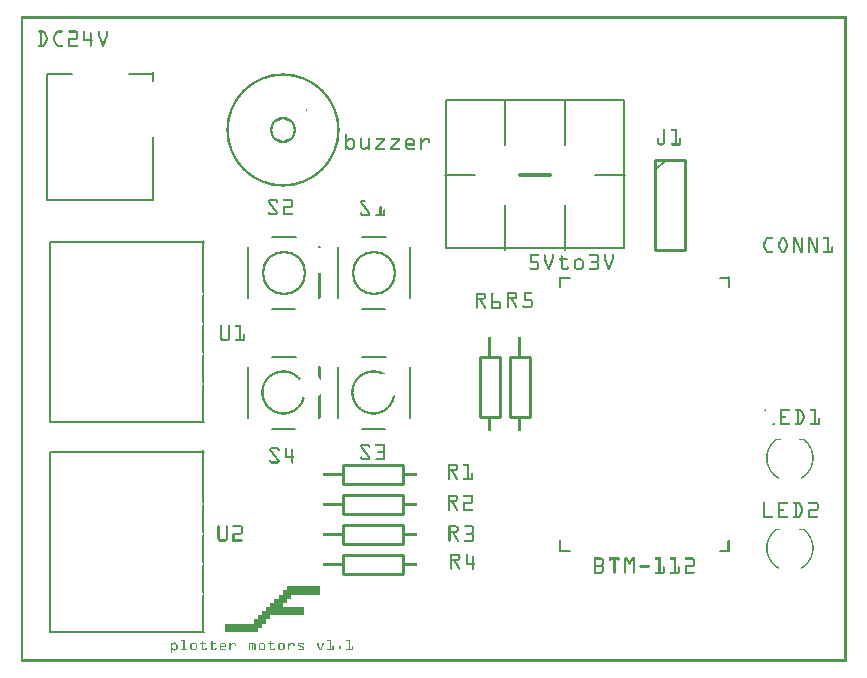
<source format=gto>
G04 MADE WITH FRITZING*
G04 WWW.FRITZING.ORG*
G04 DOUBLE SIDED*
G04 HOLES PLATED*
G04 CONTOUR ON CENTER OF CONTOUR VECTOR*
%ASAXBY*%
%FSLAX23Y23*%
%MOIN*%
%OFA0B0*%
%SFA1.0B1.0*%
%ADD10C,0.377954X0.361954*%
%ADD11C,0.087634X0.0716339*%
%ADD12C,0.148000X0.132*%
%ADD13C,0.010000*%
%ADD14C,0.008000*%
%ADD15C,0.012000*%
%ADD16C,0.007161*%
%ADD17C,0.007066*%
%ADD18C,0.005000*%
%ADD19R,0.001000X0.001000*%
%LNSILK1*%
G90*
G70*
G54D10*
X873Y1774D03*
G54D11*
X873Y1774D03*
G54D12*
X1176Y1298D03*
X876Y1298D03*
G54D13*
X1698Y1017D02*
X1698Y817D01*
D02*
X1698Y817D02*
X1632Y817D01*
D02*
X1632Y817D02*
X1632Y1017D01*
D02*
X1632Y1017D02*
X1698Y1017D01*
D02*
X1598Y1017D02*
X1598Y817D01*
D02*
X1598Y817D02*
X1532Y817D01*
D02*
X1532Y817D02*
X1532Y1017D01*
D02*
X1532Y1017D02*
X1598Y1017D01*
G54D14*
D02*
X442Y1962D02*
X359Y1962D01*
D02*
X442Y1541D02*
X442Y1750D01*
D02*
X88Y1541D02*
X88Y1962D01*
D02*
X88Y1962D02*
X170Y1962D01*
D02*
X88Y1541D02*
X442Y1541D01*
D02*
X1615Y1376D02*
X1615Y1526D01*
D02*
X1615Y1876D02*
X1615Y1726D01*
D02*
X1815Y1876D02*
X1815Y1726D01*
D02*
X1815Y1376D02*
X1815Y1526D01*
D02*
X1415Y1626D02*
X1515Y1626D01*
G54D15*
D02*
X1665Y1626D02*
X1765Y1626D01*
G54D14*
D02*
X1915Y1626D02*
X2015Y1626D01*
D02*
X1296Y1213D02*
X1296Y1383D01*
D02*
X1056Y1383D02*
X1056Y1213D01*
D02*
X1215Y1178D02*
X1136Y1178D01*
D02*
X1216Y1418D02*
X1136Y1418D01*
D02*
X756Y1383D02*
X756Y1213D01*
D02*
X915Y1178D02*
X836Y1178D01*
D02*
X916Y1418D02*
X836Y1418D01*
D02*
X1296Y813D02*
X1296Y983D01*
D02*
X1056Y983D02*
X1056Y813D01*
D02*
X1215Y778D02*
X1136Y778D01*
D02*
X1216Y1018D02*
X1136Y1018D01*
D02*
X756Y983D02*
X756Y813D01*
D02*
X915Y778D02*
X836Y778D01*
D02*
X916Y1018D02*
X836Y1018D01*
D02*
X97Y1401D02*
X609Y1401D01*
D02*
X97Y1401D02*
X97Y801D01*
D02*
X609Y801D02*
X97Y801D01*
G54D13*
D02*
X1074Y359D02*
X1274Y359D01*
D02*
X1274Y359D02*
X1274Y293D01*
D02*
X1274Y293D02*
X1074Y293D01*
D02*
X1074Y293D02*
X1074Y359D01*
D02*
X1074Y459D02*
X1274Y459D01*
D02*
X1274Y459D02*
X1274Y393D01*
D02*
X1274Y393D02*
X1074Y393D01*
D02*
X1074Y393D02*
X1074Y459D01*
D02*
X1074Y559D02*
X1274Y559D01*
D02*
X1274Y559D02*
X1274Y493D01*
D02*
X1274Y493D02*
X1074Y493D01*
D02*
X1074Y493D02*
X1074Y559D01*
G54D16*
D02*
X2361Y1281D02*
X2329Y1281D01*
G54D17*
D02*
X1798Y1282D02*
X1830Y1282D01*
G54D16*
D02*
X1798Y372D02*
X1830Y372D01*
G54D17*
D02*
X2361Y371D02*
X2329Y371D01*
G54D13*
D02*
X1074Y659D02*
X1274Y659D01*
D02*
X1274Y659D02*
X1274Y593D01*
D02*
X1274Y593D02*
X1074Y593D01*
D02*
X1074Y593D02*
X1074Y659D01*
D02*
X2115Y1676D02*
X2115Y1376D01*
D02*
X2115Y1376D02*
X2215Y1376D01*
D02*
X2215Y1376D02*
X2215Y1676D01*
D02*
X2215Y1676D02*
X2115Y1676D01*
G54D18*
D02*
X2115Y1641D02*
X2150Y1676D01*
G54D14*
D02*
X97Y701D02*
X609Y701D01*
D02*
X97Y701D02*
X97Y101D01*
D02*
X609Y101D02*
X97Y101D01*
G36*
X887Y254D02*
X887Y240D01*
X873Y240D01*
X873Y226D01*
X859Y226D01*
X859Y212D01*
X845Y212D01*
X845Y198D01*
X832Y198D01*
X832Y185D01*
X818Y185D01*
X818Y171D01*
X804Y171D01*
X804Y157D01*
X790Y157D01*
X790Y143D01*
X776Y143D01*
X776Y129D01*
X679Y129D01*
X679Y101D01*
X790Y101D01*
X790Y115D01*
X804Y115D01*
X804Y129D01*
X818Y129D01*
X818Y143D01*
X832Y143D01*
X832Y157D01*
X943Y157D01*
X943Y185D01*
X873Y185D01*
X873Y198D01*
X887Y198D01*
X887Y212D01*
X901Y212D01*
X901Y226D01*
X998Y226D01*
X998Y254D01*
X887Y254D01*
G37*
D02*
X1418Y1381D02*
X2010Y1381D01*
X2010Y1873D01*
X1418Y1873D01*
X1418Y1381D01*
D02*
G54D19*
X0Y2153D02*
X2753Y2153D01*
X0Y2152D02*
X2753Y2152D01*
X0Y2151D02*
X2753Y2151D01*
X0Y2150D02*
X2753Y2150D01*
X0Y2149D02*
X2753Y2149D01*
X0Y2148D02*
X2753Y2148D01*
X0Y2147D02*
X2753Y2147D01*
X0Y2146D02*
X2753Y2146D01*
X0Y2145D02*
X7Y2145D01*
X2746Y2145D02*
X2753Y2145D01*
X0Y2144D02*
X7Y2144D01*
X2746Y2144D02*
X2753Y2144D01*
X0Y2143D02*
X7Y2143D01*
X2746Y2143D02*
X2753Y2143D01*
X0Y2142D02*
X7Y2142D01*
X2746Y2142D02*
X2753Y2142D01*
X0Y2141D02*
X7Y2141D01*
X2746Y2141D02*
X2753Y2141D01*
X0Y2140D02*
X7Y2140D01*
X2746Y2140D02*
X2753Y2140D01*
X0Y2139D02*
X7Y2139D01*
X2746Y2139D02*
X2753Y2139D01*
X0Y2138D02*
X7Y2138D01*
X2746Y2138D02*
X2753Y2138D01*
X0Y2137D02*
X7Y2137D01*
X2746Y2137D02*
X2753Y2137D01*
X0Y2136D02*
X7Y2136D01*
X2746Y2136D02*
X2753Y2136D01*
X0Y2135D02*
X7Y2135D01*
X2746Y2135D02*
X2753Y2135D01*
X0Y2134D02*
X7Y2134D01*
X2746Y2134D02*
X2753Y2134D01*
X0Y2133D02*
X7Y2133D01*
X2746Y2133D02*
X2753Y2133D01*
X0Y2132D02*
X7Y2132D01*
X2746Y2132D02*
X2753Y2132D01*
X0Y2131D02*
X7Y2131D01*
X2746Y2131D02*
X2753Y2131D01*
X0Y2130D02*
X7Y2130D01*
X2746Y2130D02*
X2753Y2130D01*
X0Y2129D02*
X7Y2129D01*
X2746Y2129D02*
X2753Y2129D01*
X0Y2128D02*
X7Y2128D01*
X2746Y2128D02*
X2753Y2128D01*
X0Y2127D02*
X7Y2127D01*
X2746Y2127D02*
X2753Y2127D01*
X0Y2126D02*
X7Y2126D01*
X2746Y2126D02*
X2753Y2126D01*
X0Y2125D02*
X7Y2125D01*
X2746Y2125D02*
X2753Y2125D01*
X0Y2124D02*
X7Y2124D01*
X2746Y2124D02*
X2753Y2124D01*
X0Y2123D02*
X7Y2123D01*
X2746Y2123D02*
X2753Y2123D01*
X0Y2122D02*
X7Y2122D01*
X2746Y2122D02*
X2753Y2122D01*
X0Y2121D02*
X7Y2121D01*
X2746Y2121D02*
X2753Y2121D01*
X0Y2120D02*
X7Y2120D01*
X2746Y2120D02*
X2753Y2120D01*
X0Y2119D02*
X7Y2119D01*
X2746Y2119D02*
X2753Y2119D01*
X0Y2118D02*
X7Y2118D01*
X2746Y2118D02*
X2753Y2118D01*
X0Y2117D02*
X7Y2117D01*
X2746Y2117D02*
X2753Y2117D01*
X0Y2116D02*
X7Y2116D01*
X2746Y2116D02*
X2753Y2116D01*
X0Y2115D02*
X7Y2115D01*
X2746Y2115D02*
X2753Y2115D01*
X0Y2114D02*
X7Y2114D01*
X2746Y2114D02*
X2753Y2114D01*
X0Y2113D02*
X7Y2113D01*
X2746Y2113D02*
X2753Y2113D01*
X0Y2112D02*
X7Y2112D01*
X2746Y2112D02*
X2753Y2112D01*
X0Y2111D02*
X7Y2111D01*
X2746Y2111D02*
X2753Y2111D01*
X0Y2110D02*
X7Y2110D01*
X2746Y2110D02*
X2753Y2110D01*
X0Y2109D02*
X7Y2109D01*
X2746Y2109D02*
X2753Y2109D01*
X0Y2108D02*
X7Y2108D01*
X2746Y2108D02*
X2753Y2108D01*
X0Y2107D02*
X7Y2107D01*
X2746Y2107D02*
X2753Y2107D01*
X0Y2106D02*
X7Y2106D01*
X60Y2106D02*
X72Y2106D01*
X125Y2106D02*
X137Y2106D01*
X161Y2106D02*
X183Y2106D01*
X2746Y2106D02*
X2753Y2106D01*
X0Y2105D02*
X7Y2105D01*
X58Y2105D02*
X76Y2105D01*
X121Y2105D02*
X139Y2105D01*
X158Y2105D02*
X187Y2105D01*
X210Y2105D02*
X214Y2105D01*
X258Y2105D02*
X262Y2105D01*
X286Y2105D02*
X290Y2105D01*
X2746Y2105D02*
X2753Y2105D01*
X0Y2104D02*
X7Y2104D01*
X57Y2104D02*
X78Y2104D01*
X119Y2104D02*
X140Y2104D01*
X157Y2104D02*
X188Y2104D01*
X209Y2104D02*
X214Y2104D01*
X258Y2104D02*
X263Y2104D01*
X285Y2104D02*
X291Y2104D01*
X2746Y2104D02*
X2753Y2104D01*
X0Y2103D02*
X7Y2103D01*
X57Y2103D02*
X79Y2103D01*
X118Y2103D02*
X140Y2103D01*
X157Y2103D02*
X189Y2103D01*
X209Y2103D02*
X215Y2103D01*
X257Y2103D02*
X263Y2103D01*
X285Y2103D02*
X291Y2103D01*
X2746Y2103D02*
X2753Y2103D01*
X0Y2102D02*
X7Y2102D01*
X57Y2102D02*
X80Y2102D01*
X117Y2102D02*
X140Y2102D01*
X157Y2102D02*
X190Y2102D01*
X209Y2102D02*
X215Y2102D01*
X257Y2102D02*
X263Y2102D01*
X285Y2102D02*
X291Y2102D01*
X2746Y2102D02*
X2753Y2102D01*
X0Y2101D02*
X7Y2101D01*
X57Y2101D02*
X81Y2101D01*
X116Y2101D02*
X140Y2101D01*
X157Y2101D02*
X190Y2101D01*
X209Y2101D02*
X215Y2101D01*
X257Y2101D02*
X263Y2101D01*
X285Y2101D02*
X291Y2101D01*
X2746Y2101D02*
X2753Y2101D01*
X0Y2100D02*
X7Y2100D01*
X58Y2100D02*
X81Y2100D01*
X115Y2100D02*
X139Y2100D01*
X158Y2100D02*
X190Y2100D01*
X209Y2100D02*
X215Y2100D01*
X232Y2100D02*
X233Y2100D01*
X257Y2100D02*
X263Y2100D01*
X285Y2100D02*
X291Y2100D01*
X2746Y2100D02*
X2753Y2100D01*
X0Y2099D02*
X7Y2099D01*
X60Y2099D02*
X82Y2099D01*
X115Y2099D02*
X137Y2099D01*
X161Y2099D02*
X191Y2099D01*
X209Y2099D02*
X215Y2099D01*
X231Y2099D02*
X235Y2099D01*
X257Y2099D02*
X263Y2099D01*
X285Y2099D02*
X291Y2099D01*
X2746Y2099D02*
X2753Y2099D01*
X0Y2098D02*
X7Y2098D01*
X63Y2098D02*
X70Y2098D01*
X75Y2098D02*
X82Y2098D01*
X114Y2098D02*
X122Y2098D01*
X185Y2098D02*
X191Y2098D01*
X209Y2098D02*
X215Y2098D01*
X230Y2098D02*
X235Y2098D01*
X257Y2098D02*
X263Y2098D01*
X285Y2098D02*
X291Y2098D01*
X2746Y2098D02*
X2753Y2098D01*
X0Y2097D02*
X7Y2097D01*
X63Y2097D02*
X70Y2097D01*
X76Y2097D02*
X83Y2097D01*
X114Y2097D02*
X121Y2097D01*
X185Y2097D02*
X191Y2097D01*
X209Y2097D02*
X215Y2097D01*
X230Y2097D02*
X235Y2097D01*
X257Y2097D02*
X263Y2097D01*
X285Y2097D02*
X291Y2097D01*
X2746Y2097D02*
X2753Y2097D01*
X0Y2096D02*
X7Y2096D01*
X63Y2096D02*
X70Y2096D01*
X77Y2096D02*
X83Y2096D01*
X113Y2096D02*
X120Y2096D01*
X185Y2096D02*
X191Y2096D01*
X209Y2096D02*
X215Y2096D01*
X230Y2096D02*
X236Y2096D01*
X257Y2096D02*
X263Y2096D01*
X285Y2096D02*
X291Y2096D01*
X2746Y2096D02*
X2753Y2096D01*
X0Y2095D02*
X7Y2095D01*
X63Y2095D02*
X70Y2095D01*
X77Y2095D02*
X84Y2095D01*
X113Y2095D02*
X120Y2095D01*
X185Y2095D02*
X191Y2095D01*
X209Y2095D02*
X215Y2095D01*
X230Y2095D02*
X236Y2095D01*
X257Y2095D02*
X263Y2095D01*
X285Y2095D02*
X291Y2095D01*
X2746Y2095D02*
X2753Y2095D01*
X0Y2094D02*
X7Y2094D01*
X63Y2094D02*
X70Y2094D01*
X78Y2094D02*
X84Y2094D01*
X112Y2094D02*
X119Y2094D01*
X185Y2094D02*
X191Y2094D01*
X209Y2094D02*
X215Y2094D01*
X230Y2094D02*
X236Y2094D01*
X257Y2094D02*
X263Y2094D01*
X285Y2094D02*
X291Y2094D01*
X2746Y2094D02*
X2753Y2094D01*
X0Y2093D02*
X7Y2093D01*
X63Y2093D02*
X70Y2093D01*
X78Y2093D02*
X85Y2093D01*
X112Y2093D02*
X119Y2093D01*
X185Y2093D02*
X191Y2093D01*
X209Y2093D02*
X215Y2093D01*
X230Y2093D02*
X236Y2093D01*
X257Y2093D02*
X263Y2093D01*
X285Y2093D02*
X291Y2093D01*
X2746Y2093D02*
X2753Y2093D01*
X0Y2092D02*
X7Y2092D01*
X63Y2092D02*
X70Y2092D01*
X79Y2092D02*
X85Y2092D01*
X111Y2092D02*
X118Y2092D01*
X185Y2092D02*
X191Y2092D01*
X209Y2092D02*
X215Y2092D01*
X230Y2092D02*
X236Y2092D01*
X257Y2092D02*
X263Y2092D01*
X285Y2092D02*
X291Y2092D01*
X2746Y2092D02*
X2753Y2092D01*
X0Y2091D02*
X7Y2091D01*
X63Y2091D02*
X70Y2091D01*
X79Y2091D02*
X86Y2091D01*
X111Y2091D02*
X118Y2091D01*
X185Y2091D02*
X191Y2091D01*
X209Y2091D02*
X215Y2091D01*
X230Y2091D02*
X236Y2091D01*
X257Y2091D02*
X264Y2091D01*
X285Y2091D02*
X291Y2091D01*
X2746Y2091D02*
X2753Y2091D01*
X0Y2090D02*
X7Y2090D01*
X63Y2090D02*
X70Y2090D01*
X80Y2090D02*
X86Y2090D01*
X110Y2090D02*
X117Y2090D01*
X185Y2090D02*
X191Y2090D01*
X209Y2090D02*
X215Y2090D01*
X230Y2090D02*
X236Y2090D01*
X257Y2090D02*
X264Y2090D01*
X284Y2090D02*
X291Y2090D01*
X2746Y2090D02*
X2753Y2090D01*
X0Y2089D02*
X7Y2089D01*
X63Y2089D02*
X70Y2089D01*
X80Y2089D02*
X87Y2089D01*
X110Y2089D02*
X117Y2089D01*
X185Y2089D02*
X191Y2089D01*
X209Y2089D02*
X215Y2089D01*
X230Y2089D02*
X236Y2089D01*
X258Y2089D02*
X264Y2089D01*
X284Y2089D02*
X291Y2089D01*
X2746Y2089D02*
X2753Y2089D01*
X0Y2088D02*
X7Y2088D01*
X63Y2088D02*
X70Y2088D01*
X81Y2088D02*
X87Y2088D01*
X109Y2088D02*
X116Y2088D01*
X185Y2088D02*
X191Y2088D01*
X209Y2088D02*
X215Y2088D01*
X230Y2088D02*
X236Y2088D01*
X258Y2088D02*
X265Y2088D01*
X284Y2088D02*
X290Y2088D01*
X2746Y2088D02*
X2753Y2088D01*
X0Y2087D02*
X7Y2087D01*
X63Y2087D02*
X70Y2087D01*
X81Y2087D02*
X88Y2087D01*
X109Y2087D02*
X116Y2087D01*
X185Y2087D02*
X191Y2087D01*
X209Y2087D02*
X215Y2087D01*
X230Y2087D02*
X236Y2087D01*
X259Y2087D02*
X265Y2087D01*
X283Y2087D02*
X290Y2087D01*
X2746Y2087D02*
X2753Y2087D01*
X0Y2086D02*
X7Y2086D01*
X63Y2086D02*
X70Y2086D01*
X82Y2086D02*
X88Y2086D01*
X108Y2086D02*
X115Y2086D01*
X185Y2086D02*
X191Y2086D01*
X209Y2086D02*
X215Y2086D01*
X230Y2086D02*
X236Y2086D01*
X259Y2086D02*
X265Y2086D01*
X283Y2086D02*
X289Y2086D01*
X2746Y2086D02*
X2753Y2086D01*
X0Y2085D02*
X7Y2085D01*
X63Y2085D02*
X70Y2085D01*
X82Y2085D02*
X89Y2085D01*
X108Y2085D02*
X115Y2085D01*
X185Y2085D02*
X191Y2085D01*
X209Y2085D02*
X215Y2085D01*
X230Y2085D02*
X236Y2085D01*
X259Y2085D02*
X266Y2085D01*
X282Y2085D02*
X289Y2085D01*
X2746Y2085D02*
X2753Y2085D01*
X0Y2084D02*
X7Y2084D01*
X63Y2084D02*
X70Y2084D01*
X83Y2084D02*
X89Y2084D01*
X108Y2084D02*
X114Y2084D01*
X185Y2084D02*
X191Y2084D01*
X209Y2084D02*
X215Y2084D01*
X230Y2084D02*
X236Y2084D01*
X260Y2084D02*
X266Y2084D01*
X282Y2084D02*
X289Y2084D01*
X2746Y2084D02*
X2753Y2084D01*
X0Y2083D02*
X7Y2083D01*
X63Y2083D02*
X70Y2083D01*
X83Y2083D02*
X90Y2083D01*
X107Y2083D02*
X114Y2083D01*
X185Y2083D02*
X191Y2083D01*
X209Y2083D02*
X215Y2083D01*
X230Y2083D02*
X236Y2083D01*
X260Y2083D02*
X267Y2083D01*
X282Y2083D02*
X288Y2083D01*
X2746Y2083D02*
X2753Y2083D01*
X0Y2082D02*
X7Y2082D01*
X63Y2082D02*
X70Y2082D01*
X84Y2082D02*
X90Y2082D01*
X107Y2082D02*
X113Y2082D01*
X162Y2082D02*
X191Y2082D01*
X209Y2082D02*
X215Y2082D01*
X230Y2082D02*
X236Y2082D01*
X260Y2082D02*
X267Y2082D01*
X281Y2082D02*
X288Y2082D01*
X2746Y2082D02*
X2753Y2082D01*
X0Y2081D02*
X7Y2081D01*
X63Y2081D02*
X70Y2081D01*
X84Y2081D02*
X90Y2081D01*
X107Y2081D02*
X113Y2081D01*
X160Y2081D02*
X190Y2081D01*
X209Y2081D02*
X215Y2081D01*
X230Y2081D02*
X236Y2081D01*
X261Y2081D02*
X267Y2081D01*
X281Y2081D02*
X287Y2081D01*
X2746Y2081D02*
X2753Y2081D01*
X0Y2080D02*
X7Y2080D01*
X63Y2080D02*
X70Y2080D01*
X84Y2080D02*
X90Y2080D01*
X107Y2080D02*
X113Y2080D01*
X159Y2080D02*
X190Y2080D01*
X209Y2080D02*
X215Y2080D01*
X230Y2080D02*
X236Y2080D01*
X261Y2080D02*
X268Y2080D01*
X280Y2080D02*
X287Y2080D01*
X2746Y2080D02*
X2753Y2080D01*
X0Y2079D02*
X7Y2079D01*
X63Y2079D02*
X70Y2079D01*
X84Y2079D02*
X90Y2079D01*
X107Y2079D02*
X113Y2079D01*
X158Y2079D02*
X190Y2079D01*
X209Y2079D02*
X215Y2079D01*
X230Y2079D02*
X236Y2079D01*
X262Y2079D02*
X268Y2079D01*
X280Y2079D02*
X287Y2079D01*
X2746Y2079D02*
X2753Y2079D01*
X0Y2078D02*
X7Y2078D01*
X63Y2078D02*
X70Y2078D01*
X84Y2078D02*
X90Y2078D01*
X107Y2078D02*
X113Y2078D01*
X157Y2078D02*
X189Y2078D01*
X209Y2078D02*
X215Y2078D01*
X230Y2078D02*
X236Y2078D01*
X262Y2078D02*
X269Y2078D01*
X280Y2078D02*
X286Y2078D01*
X2746Y2078D02*
X2753Y2078D01*
X0Y2077D02*
X7Y2077D01*
X63Y2077D02*
X70Y2077D01*
X84Y2077D02*
X90Y2077D01*
X107Y2077D02*
X113Y2077D01*
X157Y2077D02*
X188Y2077D01*
X209Y2077D02*
X215Y2077D01*
X229Y2077D02*
X236Y2077D01*
X262Y2077D02*
X269Y2077D01*
X279Y2077D02*
X286Y2077D01*
X2746Y2077D02*
X2753Y2077D01*
X0Y2076D02*
X7Y2076D01*
X63Y2076D02*
X70Y2076D01*
X84Y2076D02*
X90Y2076D01*
X107Y2076D02*
X113Y2076D01*
X157Y2076D02*
X186Y2076D01*
X209Y2076D02*
X237Y2076D01*
X263Y2076D02*
X269Y2076D01*
X279Y2076D02*
X285Y2076D01*
X2746Y2076D02*
X2753Y2076D01*
X0Y2075D02*
X7Y2075D01*
X63Y2075D02*
X70Y2075D01*
X83Y2075D02*
X90Y2075D01*
X107Y2075D02*
X114Y2075D01*
X157Y2075D02*
X163Y2075D01*
X209Y2075D02*
X238Y2075D01*
X263Y2075D02*
X270Y2075D01*
X279Y2075D02*
X285Y2075D01*
X2746Y2075D02*
X2753Y2075D01*
X0Y2074D02*
X7Y2074D01*
X63Y2074D02*
X70Y2074D01*
X83Y2074D02*
X89Y2074D01*
X108Y2074D02*
X114Y2074D01*
X157Y2074D02*
X163Y2074D01*
X209Y2074D02*
X239Y2074D01*
X264Y2074D02*
X270Y2074D01*
X278Y2074D02*
X285Y2074D01*
X2746Y2074D02*
X2753Y2074D01*
X0Y2073D02*
X7Y2073D01*
X63Y2073D02*
X70Y2073D01*
X82Y2073D02*
X89Y2073D01*
X108Y2073D02*
X115Y2073D01*
X157Y2073D02*
X163Y2073D01*
X209Y2073D02*
X239Y2073D01*
X264Y2073D02*
X271Y2073D01*
X278Y2073D02*
X284Y2073D01*
X2746Y2073D02*
X2753Y2073D01*
X0Y2072D02*
X7Y2072D01*
X63Y2072D02*
X70Y2072D01*
X82Y2072D02*
X89Y2072D01*
X108Y2072D02*
X115Y2072D01*
X157Y2072D02*
X163Y2072D01*
X209Y2072D02*
X239Y2072D01*
X264Y2072D02*
X271Y2072D01*
X277Y2072D02*
X284Y2072D01*
X2746Y2072D02*
X2753Y2072D01*
X0Y2071D02*
X7Y2071D01*
X63Y2071D02*
X70Y2071D01*
X81Y2071D02*
X88Y2071D01*
X109Y2071D02*
X116Y2071D01*
X157Y2071D02*
X163Y2071D01*
X209Y2071D02*
X238Y2071D01*
X265Y2071D02*
X271Y2071D01*
X277Y2071D02*
X284Y2071D01*
X2746Y2071D02*
X2753Y2071D01*
X0Y2070D02*
X7Y2070D01*
X63Y2070D02*
X70Y2070D01*
X81Y2070D02*
X88Y2070D01*
X109Y2070D02*
X116Y2070D01*
X157Y2070D02*
X163Y2070D01*
X209Y2070D02*
X237Y2070D01*
X265Y2070D02*
X272Y2070D01*
X277Y2070D02*
X283Y2070D01*
X2746Y2070D02*
X2753Y2070D01*
X0Y2069D02*
X7Y2069D01*
X63Y2069D02*
X70Y2069D01*
X80Y2069D02*
X87Y2069D01*
X110Y2069D02*
X117Y2069D01*
X157Y2069D02*
X163Y2069D01*
X230Y2069D02*
X236Y2069D01*
X266Y2069D02*
X272Y2069D01*
X276Y2069D02*
X283Y2069D01*
X2746Y2069D02*
X2753Y2069D01*
X0Y2068D02*
X7Y2068D01*
X63Y2068D02*
X70Y2068D01*
X80Y2068D02*
X87Y2068D01*
X110Y2068D02*
X117Y2068D01*
X157Y2068D02*
X163Y2068D01*
X230Y2068D02*
X236Y2068D01*
X266Y2068D02*
X273Y2068D01*
X276Y2068D02*
X282Y2068D01*
X2746Y2068D02*
X2753Y2068D01*
X0Y2067D02*
X7Y2067D01*
X63Y2067D02*
X70Y2067D01*
X79Y2067D02*
X86Y2067D01*
X111Y2067D02*
X118Y2067D01*
X157Y2067D02*
X163Y2067D01*
X230Y2067D02*
X236Y2067D01*
X266Y2067D02*
X273Y2067D01*
X275Y2067D02*
X282Y2067D01*
X2746Y2067D02*
X2753Y2067D01*
X0Y2066D02*
X7Y2066D01*
X63Y2066D02*
X70Y2066D01*
X79Y2066D02*
X86Y2066D01*
X111Y2066D02*
X118Y2066D01*
X157Y2066D02*
X163Y2066D01*
X230Y2066D02*
X236Y2066D01*
X267Y2066D02*
X273Y2066D01*
X275Y2066D02*
X282Y2066D01*
X2746Y2066D02*
X2753Y2066D01*
X0Y2065D02*
X7Y2065D01*
X63Y2065D02*
X70Y2065D01*
X78Y2065D02*
X85Y2065D01*
X112Y2065D02*
X119Y2065D01*
X157Y2065D02*
X163Y2065D01*
X230Y2065D02*
X236Y2065D01*
X267Y2065D02*
X281Y2065D01*
X2746Y2065D02*
X2753Y2065D01*
X0Y2064D02*
X7Y2064D01*
X63Y2064D02*
X70Y2064D01*
X78Y2064D02*
X85Y2064D01*
X112Y2064D02*
X119Y2064D01*
X157Y2064D02*
X163Y2064D01*
X230Y2064D02*
X236Y2064D01*
X267Y2064D02*
X281Y2064D01*
X2746Y2064D02*
X2753Y2064D01*
X0Y2063D02*
X7Y2063D01*
X63Y2063D02*
X70Y2063D01*
X77Y2063D02*
X84Y2063D01*
X113Y2063D02*
X120Y2063D01*
X157Y2063D02*
X163Y2063D01*
X230Y2063D02*
X236Y2063D01*
X268Y2063D02*
X280Y2063D01*
X2746Y2063D02*
X2753Y2063D01*
X0Y2062D02*
X7Y2062D01*
X63Y2062D02*
X70Y2062D01*
X77Y2062D02*
X84Y2062D01*
X113Y2062D02*
X120Y2062D01*
X157Y2062D02*
X163Y2062D01*
X230Y2062D02*
X236Y2062D01*
X268Y2062D02*
X280Y2062D01*
X2746Y2062D02*
X2753Y2062D01*
X0Y2061D02*
X7Y2061D01*
X63Y2061D02*
X70Y2061D01*
X76Y2061D02*
X83Y2061D01*
X114Y2061D02*
X121Y2061D01*
X157Y2061D02*
X163Y2061D01*
X230Y2061D02*
X236Y2061D01*
X269Y2061D02*
X280Y2061D01*
X2746Y2061D02*
X2753Y2061D01*
X0Y2060D02*
X7Y2060D01*
X63Y2060D02*
X70Y2060D01*
X75Y2060D02*
X83Y2060D01*
X114Y2060D02*
X121Y2060D01*
X157Y2060D02*
X163Y2060D01*
X230Y2060D02*
X236Y2060D01*
X269Y2060D02*
X279Y2060D01*
X2746Y2060D02*
X2753Y2060D01*
X0Y2059D02*
X7Y2059D01*
X63Y2059D02*
X70Y2059D01*
X74Y2059D02*
X82Y2059D01*
X115Y2059D02*
X123Y2059D01*
X157Y2059D02*
X163Y2059D01*
X230Y2059D02*
X236Y2059D01*
X269Y2059D02*
X279Y2059D01*
X2746Y2059D02*
X2753Y2059D01*
X0Y2058D02*
X7Y2058D01*
X58Y2058D02*
X82Y2058D01*
X115Y2058D02*
X139Y2058D01*
X157Y2058D02*
X189Y2058D01*
X230Y2058D02*
X236Y2058D01*
X270Y2058D02*
X278Y2058D01*
X2746Y2058D02*
X2753Y2058D01*
X0Y2057D02*
X7Y2057D01*
X57Y2057D02*
X81Y2057D01*
X116Y2057D02*
X140Y2057D01*
X157Y2057D02*
X190Y2057D01*
X230Y2057D02*
X236Y2057D01*
X270Y2057D02*
X278Y2057D01*
X2746Y2057D02*
X2753Y2057D01*
X0Y2056D02*
X7Y2056D01*
X57Y2056D02*
X80Y2056D01*
X117Y2056D02*
X140Y2056D01*
X157Y2056D02*
X190Y2056D01*
X230Y2056D02*
X236Y2056D01*
X271Y2056D02*
X278Y2056D01*
X2746Y2056D02*
X2753Y2056D01*
X0Y2055D02*
X7Y2055D01*
X57Y2055D02*
X80Y2055D01*
X118Y2055D02*
X140Y2055D01*
X157Y2055D02*
X190Y2055D01*
X230Y2055D02*
X235Y2055D01*
X271Y2055D02*
X277Y2055D01*
X2746Y2055D02*
X2753Y2055D01*
X0Y2054D02*
X7Y2054D01*
X57Y2054D02*
X78Y2054D01*
X119Y2054D02*
X140Y2054D01*
X157Y2054D02*
X190Y2054D01*
X230Y2054D02*
X235Y2054D01*
X271Y2054D02*
X277Y2054D01*
X2746Y2054D02*
X2753Y2054D01*
X0Y2053D02*
X7Y2053D01*
X58Y2053D02*
X77Y2053D01*
X120Y2053D02*
X139Y2053D01*
X157Y2053D02*
X190Y2053D01*
X231Y2053D02*
X235Y2053D01*
X272Y2053D02*
X276Y2053D01*
X2746Y2053D02*
X2753Y2053D01*
X0Y2052D02*
X7Y2052D01*
X59Y2052D02*
X73Y2052D01*
X123Y2052D02*
X138Y2052D01*
X157Y2052D02*
X188Y2052D01*
X232Y2052D02*
X233Y2052D01*
X2746Y2052D02*
X2753Y2052D01*
X0Y2051D02*
X7Y2051D01*
X2746Y2051D02*
X2753Y2051D01*
X0Y2050D02*
X7Y2050D01*
X2746Y2050D02*
X2753Y2050D01*
X0Y2049D02*
X7Y2049D01*
X2746Y2049D02*
X2753Y2049D01*
X0Y2048D02*
X7Y2048D01*
X2746Y2048D02*
X2753Y2048D01*
X0Y2047D02*
X7Y2047D01*
X2746Y2047D02*
X2753Y2047D01*
X0Y2046D02*
X7Y2046D01*
X2746Y2046D02*
X2753Y2046D01*
X0Y2045D02*
X7Y2045D01*
X2746Y2045D02*
X2753Y2045D01*
X0Y2044D02*
X7Y2044D01*
X2746Y2044D02*
X2753Y2044D01*
X0Y2043D02*
X7Y2043D01*
X2746Y2043D02*
X2753Y2043D01*
X0Y2042D02*
X7Y2042D01*
X2746Y2042D02*
X2753Y2042D01*
X0Y2041D02*
X7Y2041D01*
X2746Y2041D02*
X2753Y2041D01*
X0Y2040D02*
X7Y2040D01*
X2746Y2040D02*
X2753Y2040D01*
X0Y2039D02*
X7Y2039D01*
X2746Y2039D02*
X2753Y2039D01*
X0Y2038D02*
X7Y2038D01*
X2746Y2038D02*
X2753Y2038D01*
X0Y2037D02*
X7Y2037D01*
X2746Y2037D02*
X2753Y2037D01*
X0Y2036D02*
X7Y2036D01*
X2746Y2036D02*
X2753Y2036D01*
X0Y2035D02*
X7Y2035D01*
X2746Y2035D02*
X2753Y2035D01*
X0Y2034D02*
X7Y2034D01*
X2746Y2034D02*
X2753Y2034D01*
X0Y2033D02*
X7Y2033D01*
X2746Y2033D02*
X2753Y2033D01*
X0Y2032D02*
X7Y2032D01*
X2746Y2032D02*
X2753Y2032D01*
X0Y2031D02*
X7Y2031D01*
X2746Y2031D02*
X2753Y2031D01*
X0Y2030D02*
X7Y2030D01*
X2746Y2030D02*
X2753Y2030D01*
X0Y2029D02*
X7Y2029D01*
X2746Y2029D02*
X2753Y2029D01*
X0Y2028D02*
X7Y2028D01*
X2746Y2028D02*
X2753Y2028D01*
X0Y2027D02*
X7Y2027D01*
X2746Y2027D02*
X2753Y2027D01*
X0Y2026D02*
X7Y2026D01*
X2746Y2026D02*
X2753Y2026D01*
X0Y2025D02*
X7Y2025D01*
X2746Y2025D02*
X2753Y2025D01*
X0Y2024D02*
X7Y2024D01*
X2746Y2024D02*
X2753Y2024D01*
X0Y2023D02*
X7Y2023D01*
X2746Y2023D02*
X2753Y2023D01*
X0Y2022D02*
X7Y2022D01*
X2746Y2022D02*
X2753Y2022D01*
X0Y2021D02*
X7Y2021D01*
X2746Y2021D02*
X2753Y2021D01*
X0Y2020D02*
X7Y2020D01*
X2746Y2020D02*
X2753Y2020D01*
X0Y2019D02*
X7Y2019D01*
X2746Y2019D02*
X2753Y2019D01*
X0Y2018D02*
X7Y2018D01*
X2746Y2018D02*
X2753Y2018D01*
X0Y2017D02*
X7Y2017D01*
X2746Y2017D02*
X2753Y2017D01*
X0Y2016D02*
X7Y2016D01*
X2746Y2016D02*
X2753Y2016D01*
X0Y2015D02*
X7Y2015D01*
X2746Y2015D02*
X2753Y2015D01*
X0Y2014D02*
X7Y2014D01*
X2746Y2014D02*
X2753Y2014D01*
X0Y2013D02*
X7Y2013D01*
X2746Y2013D02*
X2753Y2013D01*
X0Y2012D02*
X7Y2012D01*
X2746Y2012D02*
X2753Y2012D01*
X0Y2011D02*
X7Y2011D01*
X2746Y2011D02*
X2753Y2011D01*
X0Y2010D02*
X7Y2010D01*
X2746Y2010D02*
X2753Y2010D01*
X0Y2009D02*
X7Y2009D01*
X2746Y2009D02*
X2753Y2009D01*
X0Y2008D02*
X7Y2008D01*
X2746Y2008D02*
X2753Y2008D01*
X0Y2007D02*
X7Y2007D01*
X2746Y2007D02*
X2753Y2007D01*
X0Y2006D02*
X7Y2006D01*
X2746Y2006D02*
X2753Y2006D01*
X0Y2005D02*
X7Y2005D01*
X2746Y2005D02*
X2753Y2005D01*
X0Y2004D02*
X7Y2004D01*
X2746Y2004D02*
X2753Y2004D01*
X0Y2003D02*
X7Y2003D01*
X2746Y2003D02*
X2753Y2003D01*
X0Y2002D02*
X7Y2002D01*
X2746Y2002D02*
X2753Y2002D01*
X0Y2001D02*
X7Y2001D01*
X2746Y2001D02*
X2753Y2001D01*
X0Y2000D02*
X7Y2000D01*
X2746Y2000D02*
X2753Y2000D01*
X0Y1999D02*
X7Y1999D01*
X2746Y1999D02*
X2753Y1999D01*
X0Y1998D02*
X7Y1998D01*
X2746Y1998D02*
X2753Y1998D01*
X0Y1997D02*
X7Y1997D01*
X2746Y1997D02*
X2753Y1997D01*
X0Y1996D02*
X7Y1996D01*
X2746Y1996D02*
X2753Y1996D01*
X0Y1995D02*
X7Y1995D01*
X2746Y1995D02*
X2753Y1995D01*
X0Y1994D02*
X7Y1994D01*
X2746Y1994D02*
X2753Y1994D01*
X0Y1993D02*
X7Y1993D01*
X2746Y1993D02*
X2753Y1993D01*
X0Y1992D02*
X7Y1992D01*
X2746Y1992D02*
X2753Y1992D01*
X0Y1991D02*
X7Y1991D01*
X2746Y1991D02*
X2753Y1991D01*
X0Y1990D02*
X7Y1990D01*
X2746Y1990D02*
X2753Y1990D01*
X0Y1989D02*
X7Y1989D01*
X2746Y1989D02*
X2753Y1989D01*
X0Y1988D02*
X7Y1988D01*
X2746Y1988D02*
X2753Y1988D01*
X0Y1987D02*
X7Y1987D01*
X2746Y1987D02*
X2753Y1987D01*
X0Y1986D02*
X7Y1986D01*
X2746Y1986D02*
X2753Y1986D01*
X0Y1985D02*
X7Y1985D01*
X2746Y1985D02*
X2753Y1985D01*
X0Y1984D02*
X7Y1984D01*
X2746Y1984D02*
X2753Y1984D01*
X0Y1983D02*
X7Y1983D01*
X2746Y1983D02*
X2753Y1983D01*
X0Y1982D02*
X7Y1982D01*
X2746Y1982D02*
X2753Y1982D01*
X0Y1981D02*
X7Y1981D01*
X2746Y1981D02*
X2753Y1981D01*
X0Y1980D02*
X7Y1980D01*
X2746Y1980D02*
X2753Y1980D01*
X0Y1979D02*
X7Y1979D01*
X2746Y1979D02*
X2753Y1979D01*
X0Y1978D02*
X7Y1978D01*
X2746Y1978D02*
X2753Y1978D01*
X0Y1977D02*
X7Y1977D01*
X2746Y1977D02*
X2753Y1977D01*
X0Y1976D02*
X7Y1976D01*
X2746Y1976D02*
X2753Y1976D01*
X0Y1975D02*
X7Y1975D01*
X2746Y1975D02*
X2753Y1975D01*
X0Y1974D02*
X7Y1974D01*
X2746Y1974D02*
X2753Y1974D01*
X0Y1973D02*
X7Y1973D01*
X2746Y1973D02*
X2753Y1973D01*
X0Y1972D02*
X7Y1972D01*
X2746Y1972D02*
X2753Y1972D01*
X0Y1971D02*
X7Y1971D01*
X2746Y1971D02*
X2753Y1971D01*
X0Y1970D02*
X7Y1970D01*
X2746Y1970D02*
X2753Y1970D01*
X0Y1969D02*
X7Y1969D01*
X2746Y1969D02*
X2753Y1969D01*
X0Y1968D02*
X7Y1968D01*
X2746Y1968D02*
X2753Y1968D01*
X0Y1967D02*
X7Y1967D01*
X440Y1967D02*
X443Y1967D01*
X2746Y1967D02*
X2753Y1967D01*
X0Y1966D02*
X7Y1966D01*
X439Y1966D02*
X444Y1966D01*
X2746Y1966D02*
X2753Y1966D01*
X0Y1965D02*
X7Y1965D01*
X438Y1965D02*
X444Y1965D01*
X2746Y1965D02*
X2753Y1965D01*
X0Y1964D02*
X7Y1964D01*
X438Y1964D02*
X445Y1964D01*
X2746Y1964D02*
X2753Y1964D01*
X0Y1963D02*
X7Y1963D01*
X438Y1963D02*
X445Y1963D01*
X2746Y1963D02*
X2753Y1963D01*
X0Y1962D02*
X7Y1962D01*
X438Y1962D02*
X445Y1962D01*
X2746Y1962D02*
X2753Y1962D01*
X0Y1961D02*
X7Y1961D01*
X438Y1961D02*
X445Y1961D01*
X2746Y1961D02*
X2753Y1961D01*
X0Y1960D02*
X7Y1960D01*
X438Y1960D02*
X445Y1960D01*
X2746Y1960D02*
X2753Y1960D01*
X0Y1959D02*
X7Y1959D01*
X438Y1959D02*
X445Y1959D01*
X2746Y1959D02*
X2753Y1959D01*
X0Y1958D02*
X7Y1958D01*
X438Y1958D02*
X445Y1958D01*
X2746Y1958D02*
X2753Y1958D01*
X0Y1957D02*
X7Y1957D01*
X438Y1957D02*
X445Y1957D01*
X2746Y1957D02*
X2753Y1957D01*
X0Y1956D02*
X7Y1956D01*
X438Y1956D02*
X445Y1956D01*
X2746Y1956D02*
X2753Y1956D01*
X0Y1955D02*
X7Y1955D01*
X438Y1955D02*
X445Y1955D01*
X2746Y1955D02*
X2753Y1955D01*
X0Y1954D02*
X7Y1954D01*
X438Y1954D02*
X445Y1954D01*
X2746Y1954D02*
X2753Y1954D01*
X0Y1953D02*
X7Y1953D01*
X438Y1953D02*
X445Y1953D01*
X2746Y1953D02*
X2753Y1953D01*
X0Y1952D02*
X7Y1952D01*
X438Y1952D02*
X445Y1952D01*
X2746Y1952D02*
X2753Y1952D01*
X0Y1951D02*
X7Y1951D01*
X438Y1951D02*
X445Y1951D01*
X2746Y1951D02*
X2753Y1951D01*
X0Y1950D02*
X7Y1950D01*
X438Y1950D02*
X445Y1950D01*
X2746Y1950D02*
X2753Y1950D01*
X0Y1949D02*
X7Y1949D01*
X438Y1949D02*
X445Y1949D01*
X2746Y1949D02*
X2753Y1949D01*
X0Y1948D02*
X7Y1948D01*
X438Y1948D02*
X445Y1948D01*
X2746Y1948D02*
X2753Y1948D01*
X0Y1947D02*
X7Y1947D01*
X438Y1947D02*
X445Y1947D01*
X2746Y1947D02*
X2753Y1947D01*
X0Y1946D02*
X7Y1946D01*
X438Y1946D02*
X445Y1946D01*
X2746Y1946D02*
X2753Y1946D01*
X0Y1945D02*
X7Y1945D01*
X438Y1945D02*
X445Y1945D01*
X2746Y1945D02*
X2753Y1945D01*
X0Y1944D02*
X7Y1944D01*
X438Y1944D02*
X445Y1944D01*
X2746Y1944D02*
X2753Y1944D01*
X0Y1943D02*
X7Y1943D01*
X438Y1943D02*
X445Y1943D01*
X2746Y1943D02*
X2753Y1943D01*
X0Y1942D02*
X7Y1942D01*
X438Y1942D02*
X445Y1942D01*
X2746Y1942D02*
X2753Y1942D01*
X0Y1941D02*
X7Y1941D01*
X438Y1941D02*
X445Y1941D01*
X2746Y1941D02*
X2753Y1941D01*
X0Y1940D02*
X7Y1940D01*
X438Y1940D02*
X445Y1940D01*
X2746Y1940D02*
X2753Y1940D01*
X0Y1939D02*
X7Y1939D01*
X438Y1939D02*
X445Y1939D01*
X2746Y1939D02*
X2753Y1939D01*
X0Y1938D02*
X7Y1938D01*
X438Y1938D02*
X445Y1938D01*
X2746Y1938D02*
X2753Y1938D01*
X0Y1937D02*
X7Y1937D01*
X438Y1937D02*
X445Y1937D01*
X2746Y1937D02*
X2753Y1937D01*
X0Y1936D02*
X7Y1936D01*
X438Y1936D02*
X445Y1936D01*
X2746Y1936D02*
X2753Y1936D01*
X0Y1935D02*
X7Y1935D01*
X438Y1935D02*
X442Y1935D01*
X2746Y1935D02*
X2753Y1935D01*
X0Y1934D02*
X7Y1934D01*
X2746Y1934D02*
X2753Y1934D01*
X0Y1933D02*
X7Y1933D01*
X2746Y1933D02*
X2753Y1933D01*
X0Y1932D02*
X7Y1932D01*
X2746Y1932D02*
X2753Y1932D01*
X0Y1931D02*
X7Y1931D01*
X2746Y1931D02*
X2753Y1931D01*
X0Y1930D02*
X7Y1930D01*
X2746Y1930D02*
X2753Y1930D01*
X0Y1929D02*
X7Y1929D01*
X2746Y1929D02*
X2753Y1929D01*
X0Y1928D02*
X7Y1928D01*
X2746Y1928D02*
X2753Y1928D01*
X0Y1927D02*
X7Y1927D01*
X2746Y1927D02*
X2753Y1927D01*
X0Y1926D02*
X7Y1926D01*
X2746Y1926D02*
X2753Y1926D01*
X0Y1925D02*
X7Y1925D01*
X2746Y1925D02*
X2753Y1925D01*
X0Y1924D02*
X7Y1924D01*
X2746Y1924D02*
X2753Y1924D01*
X0Y1923D02*
X7Y1923D01*
X2746Y1923D02*
X2753Y1923D01*
X0Y1922D02*
X7Y1922D01*
X2746Y1922D02*
X2753Y1922D01*
X0Y1921D02*
X7Y1921D01*
X2746Y1921D02*
X2753Y1921D01*
X0Y1920D02*
X7Y1920D01*
X2746Y1920D02*
X2753Y1920D01*
X0Y1919D02*
X7Y1919D01*
X2746Y1919D02*
X2753Y1919D01*
X0Y1918D02*
X7Y1918D01*
X2746Y1918D02*
X2753Y1918D01*
X0Y1917D02*
X7Y1917D01*
X2746Y1917D02*
X2753Y1917D01*
X0Y1916D02*
X7Y1916D01*
X2746Y1916D02*
X2753Y1916D01*
X0Y1915D02*
X7Y1915D01*
X2746Y1915D02*
X2753Y1915D01*
X0Y1914D02*
X7Y1914D01*
X2746Y1914D02*
X2753Y1914D01*
X0Y1913D02*
X7Y1913D01*
X2746Y1913D02*
X2753Y1913D01*
X0Y1912D02*
X7Y1912D01*
X2746Y1912D02*
X2753Y1912D01*
X0Y1911D02*
X7Y1911D01*
X2746Y1911D02*
X2753Y1911D01*
X0Y1910D02*
X7Y1910D01*
X2746Y1910D02*
X2753Y1910D01*
X0Y1909D02*
X7Y1909D01*
X2746Y1909D02*
X2753Y1909D01*
X0Y1908D02*
X7Y1908D01*
X2746Y1908D02*
X2753Y1908D01*
X0Y1907D02*
X7Y1907D01*
X2746Y1907D02*
X2753Y1907D01*
X0Y1906D02*
X7Y1906D01*
X2746Y1906D02*
X2753Y1906D01*
X0Y1905D02*
X7Y1905D01*
X2746Y1905D02*
X2753Y1905D01*
X0Y1904D02*
X7Y1904D01*
X2746Y1904D02*
X2753Y1904D01*
X0Y1903D02*
X7Y1903D01*
X2746Y1903D02*
X2753Y1903D01*
X0Y1902D02*
X7Y1902D01*
X2746Y1902D02*
X2753Y1902D01*
X0Y1901D02*
X7Y1901D01*
X2746Y1901D02*
X2753Y1901D01*
X0Y1900D02*
X7Y1900D01*
X2746Y1900D02*
X2753Y1900D01*
X0Y1899D02*
X7Y1899D01*
X2746Y1899D02*
X2753Y1899D01*
X0Y1898D02*
X7Y1898D01*
X2746Y1898D02*
X2753Y1898D01*
X0Y1897D02*
X7Y1897D01*
X2746Y1897D02*
X2753Y1897D01*
X0Y1896D02*
X7Y1896D01*
X2746Y1896D02*
X2753Y1896D01*
X0Y1895D02*
X7Y1895D01*
X2746Y1895D02*
X2753Y1895D01*
X0Y1894D02*
X7Y1894D01*
X2746Y1894D02*
X2753Y1894D01*
X0Y1893D02*
X7Y1893D01*
X2746Y1893D02*
X2753Y1893D01*
X0Y1892D02*
X7Y1892D01*
X2746Y1892D02*
X2753Y1892D01*
X0Y1891D02*
X7Y1891D01*
X2746Y1891D02*
X2753Y1891D01*
X0Y1890D02*
X7Y1890D01*
X2746Y1890D02*
X2753Y1890D01*
X0Y1889D02*
X7Y1889D01*
X2746Y1889D02*
X2753Y1889D01*
X0Y1888D02*
X7Y1888D01*
X2746Y1888D02*
X2753Y1888D01*
X0Y1887D02*
X7Y1887D01*
X2746Y1887D02*
X2753Y1887D01*
X0Y1886D02*
X7Y1886D01*
X2746Y1886D02*
X2753Y1886D01*
X0Y1885D02*
X7Y1885D01*
X2746Y1885D02*
X2753Y1885D01*
X0Y1884D02*
X7Y1884D01*
X2746Y1884D02*
X2753Y1884D01*
X0Y1883D02*
X7Y1883D01*
X2746Y1883D02*
X2753Y1883D01*
X0Y1882D02*
X7Y1882D01*
X2746Y1882D02*
X2753Y1882D01*
X0Y1881D02*
X7Y1881D01*
X2746Y1881D02*
X2753Y1881D01*
X0Y1880D02*
X7Y1880D01*
X2746Y1880D02*
X2753Y1880D01*
X0Y1879D02*
X7Y1879D01*
X2746Y1879D02*
X2753Y1879D01*
X0Y1878D02*
X7Y1878D01*
X2746Y1878D02*
X2753Y1878D01*
X0Y1877D02*
X7Y1877D01*
X2746Y1877D02*
X2753Y1877D01*
X0Y1876D02*
X7Y1876D01*
X2746Y1876D02*
X2753Y1876D01*
X0Y1875D02*
X7Y1875D01*
X2746Y1875D02*
X2753Y1875D01*
X0Y1874D02*
X7Y1874D01*
X2746Y1874D02*
X2753Y1874D01*
X0Y1873D02*
X7Y1873D01*
X2746Y1873D02*
X2753Y1873D01*
X0Y1872D02*
X7Y1872D01*
X2746Y1872D02*
X2753Y1872D01*
X0Y1871D02*
X7Y1871D01*
X2746Y1871D02*
X2753Y1871D01*
X0Y1870D02*
X7Y1870D01*
X2746Y1870D02*
X2753Y1870D01*
X0Y1869D02*
X7Y1869D01*
X2746Y1869D02*
X2753Y1869D01*
X0Y1868D02*
X7Y1868D01*
X2746Y1868D02*
X2753Y1868D01*
X0Y1867D02*
X7Y1867D01*
X2746Y1867D02*
X2753Y1867D01*
X0Y1866D02*
X7Y1866D01*
X2746Y1866D02*
X2753Y1866D01*
X0Y1865D02*
X7Y1865D01*
X2746Y1865D02*
X2753Y1865D01*
X0Y1864D02*
X7Y1864D01*
X2746Y1864D02*
X2753Y1864D01*
X0Y1863D02*
X7Y1863D01*
X2746Y1863D02*
X2753Y1863D01*
X0Y1862D02*
X7Y1862D01*
X2746Y1862D02*
X2753Y1862D01*
X0Y1861D02*
X7Y1861D01*
X2746Y1861D02*
X2753Y1861D01*
X0Y1860D02*
X7Y1860D01*
X2746Y1860D02*
X2753Y1860D01*
X0Y1859D02*
X7Y1859D01*
X2746Y1859D02*
X2753Y1859D01*
X0Y1858D02*
X7Y1858D01*
X2746Y1858D02*
X2753Y1858D01*
X0Y1857D02*
X7Y1857D01*
X2746Y1857D02*
X2753Y1857D01*
X0Y1856D02*
X7Y1856D01*
X2746Y1856D02*
X2753Y1856D01*
X0Y1855D02*
X7Y1855D01*
X2746Y1855D02*
X2753Y1855D01*
X0Y1854D02*
X7Y1854D01*
X2746Y1854D02*
X2753Y1854D01*
X0Y1853D02*
X7Y1853D01*
X2746Y1853D02*
X2753Y1853D01*
X0Y1852D02*
X7Y1852D01*
X2746Y1852D02*
X2753Y1852D01*
X0Y1851D02*
X7Y1851D01*
X2746Y1851D02*
X2753Y1851D01*
X0Y1850D02*
X7Y1850D01*
X2746Y1850D02*
X2753Y1850D01*
X0Y1849D02*
X7Y1849D01*
X2746Y1849D02*
X2753Y1849D01*
X0Y1848D02*
X7Y1848D01*
X2746Y1848D02*
X2753Y1848D01*
X0Y1847D02*
X7Y1847D01*
X2746Y1847D02*
X2753Y1847D01*
X0Y1846D02*
X7Y1846D01*
X2746Y1846D02*
X2753Y1846D01*
X0Y1845D02*
X7Y1845D01*
X951Y1845D02*
X952Y1845D01*
X2746Y1845D02*
X2753Y1845D01*
X0Y1844D02*
X7Y1844D01*
X951Y1844D02*
X952Y1844D01*
X2746Y1844D02*
X2753Y1844D01*
X0Y1843D02*
X7Y1843D01*
X951Y1843D02*
X952Y1843D01*
X2746Y1843D02*
X2753Y1843D01*
X0Y1842D02*
X7Y1842D01*
X948Y1842D02*
X955Y1842D01*
X2746Y1842D02*
X2753Y1842D01*
X0Y1841D02*
X7Y1841D01*
X947Y1841D02*
X956Y1841D01*
X2746Y1841D02*
X2753Y1841D01*
X0Y1840D02*
X7Y1840D01*
X951Y1840D02*
X953Y1840D01*
X2746Y1840D02*
X2753Y1840D01*
X0Y1839D02*
X7Y1839D01*
X951Y1839D02*
X952Y1839D01*
X2746Y1839D02*
X2753Y1839D01*
X0Y1838D02*
X7Y1838D01*
X951Y1838D02*
X952Y1838D01*
X2746Y1838D02*
X2753Y1838D01*
X0Y1837D02*
X7Y1837D01*
X951Y1837D02*
X952Y1837D01*
X2746Y1837D02*
X2753Y1837D01*
X0Y1836D02*
X7Y1836D01*
X2746Y1836D02*
X2753Y1836D01*
X0Y1835D02*
X7Y1835D01*
X2746Y1835D02*
X2753Y1835D01*
X0Y1834D02*
X7Y1834D01*
X2746Y1834D02*
X2753Y1834D01*
X0Y1833D02*
X7Y1833D01*
X2746Y1833D02*
X2753Y1833D01*
X0Y1832D02*
X7Y1832D01*
X2746Y1832D02*
X2753Y1832D01*
X0Y1831D02*
X7Y1831D01*
X2746Y1831D02*
X2753Y1831D01*
X0Y1830D02*
X7Y1830D01*
X2746Y1830D02*
X2753Y1830D01*
X0Y1829D02*
X7Y1829D01*
X2746Y1829D02*
X2753Y1829D01*
X0Y1828D02*
X7Y1828D01*
X2746Y1828D02*
X2753Y1828D01*
X0Y1827D02*
X7Y1827D01*
X2746Y1827D02*
X2753Y1827D01*
X0Y1826D02*
X7Y1826D01*
X2746Y1826D02*
X2753Y1826D01*
X0Y1825D02*
X7Y1825D01*
X2746Y1825D02*
X2753Y1825D01*
X0Y1824D02*
X7Y1824D01*
X2746Y1824D02*
X2753Y1824D01*
X0Y1823D02*
X7Y1823D01*
X2746Y1823D02*
X2753Y1823D01*
X0Y1822D02*
X7Y1822D01*
X2746Y1822D02*
X2753Y1822D01*
X0Y1821D02*
X7Y1821D01*
X2746Y1821D02*
X2753Y1821D01*
X0Y1820D02*
X7Y1820D01*
X2746Y1820D02*
X2753Y1820D01*
X0Y1819D02*
X7Y1819D01*
X2746Y1819D02*
X2753Y1819D01*
X0Y1818D02*
X7Y1818D01*
X2746Y1818D02*
X2753Y1818D01*
X0Y1817D02*
X7Y1817D01*
X2746Y1817D02*
X2753Y1817D01*
X0Y1816D02*
X7Y1816D01*
X2746Y1816D02*
X2753Y1816D01*
X0Y1815D02*
X7Y1815D01*
X2746Y1815D02*
X2753Y1815D01*
X0Y1814D02*
X7Y1814D01*
X2746Y1814D02*
X2753Y1814D01*
X0Y1813D02*
X7Y1813D01*
X2746Y1813D02*
X2753Y1813D01*
X0Y1812D02*
X7Y1812D01*
X2746Y1812D02*
X2753Y1812D01*
X0Y1811D02*
X7Y1811D01*
X2746Y1811D02*
X2753Y1811D01*
X0Y1810D02*
X7Y1810D01*
X2746Y1810D02*
X2753Y1810D01*
X0Y1809D02*
X7Y1809D01*
X2746Y1809D02*
X2753Y1809D01*
X0Y1808D02*
X7Y1808D01*
X2746Y1808D02*
X2753Y1808D01*
X0Y1807D02*
X7Y1807D01*
X2746Y1807D02*
X2753Y1807D01*
X0Y1806D02*
X7Y1806D01*
X2746Y1806D02*
X2753Y1806D01*
X0Y1805D02*
X7Y1805D01*
X2746Y1805D02*
X2753Y1805D01*
X0Y1804D02*
X7Y1804D01*
X2746Y1804D02*
X2753Y1804D01*
X0Y1803D02*
X7Y1803D01*
X2746Y1803D02*
X2753Y1803D01*
X0Y1802D02*
X7Y1802D01*
X2746Y1802D02*
X2753Y1802D01*
X0Y1801D02*
X7Y1801D01*
X2746Y1801D02*
X2753Y1801D01*
X0Y1800D02*
X7Y1800D01*
X2746Y1800D02*
X2753Y1800D01*
X0Y1799D02*
X7Y1799D01*
X2746Y1799D02*
X2753Y1799D01*
X0Y1798D02*
X7Y1798D01*
X2746Y1798D02*
X2753Y1798D01*
X0Y1797D02*
X7Y1797D01*
X2746Y1797D02*
X2753Y1797D01*
X0Y1796D02*
X7Y1796D01*
X2746Y1796D02*
X2753Y1796D01*
X0Y1795D02*
X7Y1795D01*
X2746Y1795D02*
X2753Y1795D01*
X0Y1794D02*
X7Y1794D01*
X2746Y1794D02*
X2753Y1794D01*
X0Y1793D02*
X7Y1793D01*
X2746Y1793D02*
X2753Y1793D01*
X0Y1792D02*
X7Y1792D01*
X2746Y1792D02*
X2753Y1792D01*
X0Y1791D02*
X7Y1791D01*
X2746Y1791D02*
X2753Y1791D01*
X0Y1790D02*
X7Y1790D01*
X2746Y1790D02*
X2753Y1790D01*
X0Y1789D02*
X7Y1789D01*
X2746Y1789D02*
X2753Y1789D01*
X0Y1788D02*
X7Y1788D01*
X2746Y1788D02*
X2753Y1788D01*
X0Y1787D02*
X7Y1787D01*
X2746Y1787D02*
X2753Y1787D01*
X0Y1786D02*
X7Y1786D01*
X2746Y1786D02*
X2753Y1786D01*
X0Y1785D02*
X7Y1785D01*
X2746Y1785D02*
X2753Y1785D01*
X0Y1784D02*
X7Y1784D01*
X2746Y1784D02*
X2753Y1784D01*
X0Y1783D02*
X7Y1783D01*
X2746Y1783D02*
X2753Y1783D01*
X0Y1782D02*
X7Y1782D01*
X2746Y1782D02*
X2753Y1782D01*
X0Y1781D02*
X7Y1781D01*
X2746Y1781D02*
X2753Y1781D01*
X0Y1780D02*
X7Y1780D01*
X2746Y1780D02*
X2753Y1780D01*
X0Y1779D02*
X7Y1779D01*
X2746Y1779D02*
X2753Y1779D01*
X0Y1778D02*
X7Y1778D01*
X2746Y1778D02*
X2753Y1778D01*
X0Y1777D02*
X7Y1777D01*
X2144Y1777D02*
X2144Y1777D01*
X2170Y1777D02*
X2187Y1777D01*
X2746Y1777D02*
X2753Y1777D01*
X0Y1776D02*
X7Y1776D01*
X2142Y1776D02*
X2146Y1776D01*
X2168Y1776D02*
X2187Y1776D01*
X2746Y1776D02*
X2753Y1776D01*
X0Y1775D02*
X7Y1775D01*
X2141Y1775D02*
X2147Y1775D01*
X2167Y1775D02*
X2187Y1775D01*
X2746Y1775D02*
X2753Y1775D01*
X0Y1774D02*
X7Y1774D01*
X2141Y1774D02*
X2147Y1774D01*
X2167Y1774D02*
X2187Y1774D01*
X2746Y1774D02*
X2753Y1774D01*
X0Y1773D02*
X7Y1773D01*
X2141Y1773D02*
X2147Y1773D01*
X2167Y1773D02*
X2187Y1773D01*
X2746Y1773D02*
X2753Y1773D01*
X0Y1772D02*
X7Y1772D01*
X2141Y1772D02*
X2147Y1772D01*
X2168Y1772D02*
X2187Y1772D01*
X2746Y1772D02*
X2753Y1772D01*
X0Y1771D02*
X7Y1771D01*
X2141Y1771D02*
X2147Y1771D01*
X2168Y1771D02*
X2187Y1771D01*
X2746Y1771D02*
X2753Y1771D01*
X0Y1770D02*
X7Y1770D01*
X2141Y1770D02*
X2147Y1770D01*
X2181Y1770D02*
X2187Y1770D01*
X2746Y1770D02*
X2753Y1770D01*
X0Y1769D02*
X7Y1769D01*
X2141Y1769D02*
X2147Y1769D01*
X2181Y1769D02*
X2187Y1769D01*
X2746Y1769D02*
X2753Y1769D01*
X0Y1768D02*
X7Y1768D01*
X2141Y1768D02*
X2147Y1768D01*
X2181Y1768D02*
X2187Y1768D01*
X2746Y1768D02*
X2753Y1768D01*
X0Y1767D02*
X7Y1767D01*
X2141Y1767D02*
X2147Y1767D01*
X2181Y1767D02*
X2187Y1767D01*
X2746Y1767D02*
X2753Y1767D01*
X0Y1766D02*
X7Y1766D01*
X2141Y1766D02*
X2147Y1766D01*
X2181Y1766D02*
X2187Y1766D01*
X2746Y1766D02*
X2753Y1766D01*
X0Y1765D02*
X7Y1765D01*
X2141Y1765D02*
X2147Y1765D01*
X2181Y1765D02*
X2187Y1765D01*
X2746Y1765D02*
X2753Y1765D01*
X0Y1764D02*
X7Y1764D01*
X2141Y1764D02*
X2147Y1764D01*
X2181Y1764D02*
X2187Y1764D01*
X2746Y1764D02*
X2753Y1764D01*
X0Y1763D02*
X7Y1763D01*
X2141Y1763D02*
X2147Y1763D01*
X2181Y1763D02*
X2187Y1763D01*
X2746Y1763D02*
X2753Y1763D01*
X0Y1762D02*
X7Y1762D01*
X2141Y1762D02*
X2147Y1762D01*
X2181Y1762D02*
X2187Y1762D01*
X2746Y1762D02*
X2753Y1762D01*
X0Y1761D02*
X7Y1761D01*
X1081Y1761D02*
X1085Y1761D01*
X2141Y1761D02*
X2147Y1761D01*
X2181Y1761D02*
X2187Y1761D01*
X2746Y1761D02*
X2753Y1761D01*
X0Y1760D02*
X7Y1760D01*
X1081Y1760D02*
X1086Y1760D01*
X2141Y1760D02*
X2147Y1760D01*
X2181Y1760D02*
X2187Y1760D01*
X2746Y1760D02*
X2753Y1760D01*
X0Y1759D02*
X7Y1759D01*
X1080Y1759D02*
X1086Y1759D01*
X2141Y1759D02*
X2147Y1759D01*
X2181Y1759D02*
X2187Y1759D01*
X2746Y1759D02*
X2753Y1759D01*
X0Y1758D02*
X7Y1758D01*
X1080Y1758D02*
X1086Y1758D01*
X2141Y1758D02*
X2147Y1758D01*
X2181Y1758D02*
X2187Y1758D01*
X2746Y1758D02*
X2753Y1758D01*
X0Y1757D02*
X7Y1757D01*
X1080Y1757D02*
X1086Y1757D01*
X2141Y1757D02*
X2147Y1757D01*
X2181Y1757D02*
X2187Y1757D01*
X2746Y1757D02*
X2753Y1757D01*
X0Y1756D02*
X7Y1756D01*
X1080Y1756D02*
X1086Y1756D01*
X2141Y1756D02*
X2147Y1756D01*
X2181Y1756D02*
X2187Y1756D01*
X2746Y1756D02*
X2753Y1756D01*
X0Y1755D02*
X7Y1755D01*
X1080Y1755D02*
X1086Y1755D01*
X2141Y1755D02*
X2147Y1755D01*
X2181Y1755D02*
X2187Y1755D01*
X2746Y1755D02*
X2753Y1755D01*
X0Y1754D02*
X7Y1754D01*
X1080Y1754D02*
X1086Y1754D01*
X2141Y1754D02*
X2147Y1754D01*
X2181Y1754D02*
X2187Y1754D01*
X2746Y1754D02*
X2753Y1754D01*
X0Y1753D02*
X7Y1753D01*
X1080Y1753D02*
X1086Y1753D01*
X2141Y1753D02*
X2147Y1753D01*
X2181Y1753D02*
X2187Y1753D01*
X2746Y1753D02*
X2753Y1753D01*
X0Y1752D02*
X7Y1752D01*
X1080Y1752D02*
X1086Y1752D01*
X2141Y1752D02*
X2147Y1752D01*
X2181Y1752D02*
X2187Y1752D01*
X2746Y1752D02*
X2753Y1752D01*
X0Y1751D02*
X7Y1751D01*
X1080Y1751D02*
X1086Y1751D01*
X2141Y1751D02*
X2147Y1751D01*
X2181Y1751D02*
X2187Y1751D01*
X2746Y1751D02*
X2753Y1751D01*
X0Y1750D02*
X7Y1750D01*
X1080Y1750D02*
X1086Y1750D01*
X2141Y1750D02*
X2147Y1750D01*
X2181Y1750D02*
X2187Y1750D01*
X2746Y1750D02*
X2753Y1750D01*
X0Y1749D02*
X7Y1749D01*
X1080Y1749D02*
X1086Y1749D01*
X2141Y1749D02*
X2147Y1749D01*
X2181Y1749D02*
X2187Y1749D01*
X2746Y1749D02*
X2753Y1749D01*
X0Y1748D02*
X7Y1748D01*
X1080Y1748D02*
X1086Y1748D01*
X2141Y1748D02*
X2147Y1748D01*
X2181Y1748D02*
X2187Y1748D01*
X2746Y1748D02*
X2753Y1748D01*
X0Y1747D02*
X7Y1747D01*
X1080Y1747D02*
X1086Y1747D01*
X1095Y1747D02*
X1103Y1747D01*
X1133Y1747D02*
X1134Y1747D01*
X1160Y1747D02*
X1162Y1747D01*
X1185Y1747D02*
X1212Y1747D01*
X1235Y1747D02*
X1262Y1747D01*
X1292Y1747D02*
X1304Y1747D01*
X1334Y1747D02*
X1335Y1747D01*
X1347Y1747D02*
X1357Y1747D01*
X2122Y1747D02*
X2125Y1747D01*
X2141Y1747D02*
X2147Y1747D01*
X2181Y1747D02*
X2187Y1747D01*
X2196Y1747D02*
X2199Y1747D01*
X2746Y1747D02*
X2753Y1747D01*
X0Y1746D02*
X7Y1746D01*
X1080Y1746D02*
X1086Y1746D01*
X1092Y1746D02*
X1106Y1746D01*
X1131Y1746D02*
X1136Y1746D01*
X1159Y1746D02*
X1163Y1746D01*
X1183Y1746D02*
X1213Y1746D01*
X1233Y1746D02*
X1264Y1746D01*
X1289Y1746D02*
X1307Y1746D01*
X1332Y1746D02*
X1336Y1746D01*
X1346Y1746D02*
X1359Y1746D01*
X2121Y1746D02*
X2126Y1746D01*
X2141Y1746D02*
X2147Y1746D01*
X2181Y1746D02*
X2187Y1746D01*
X2195Y1746D02*
X2200Y1746D01*
X2746Y1746D02*
X2753Y1746D01*
X0Y1745D02*
X7Y1745D01*
X1080Y1745D02*
X1086Y1745D01*
X1090Y1745D02*
X1107Y1745D01*
X1131Y1745D02*
X1136Y1745D01*
X1158Y1745D02*
X1164Y1745D01*
X1183Y1745D02*
X1214Y1745D01*
X1233Y1745D02*
X1264Y1745D01*
X1288Y1745D02*
X1308Y1745D01*
X1332Y1745D02*
X1337Y1745D01*
X1345Y1745D02*
X1361Y1745D01*
X2121Y1745D02*
X2126Y1745D01*
X2141Y1745D02*
X2147Y1745D01*
X2181Y1745D02*
X2187Y1745D01*
X2195Y1745D02*
X2201Y1745D01*
X2746Y1745D02*
X2753Y1745D01*
X0Y1744D02*
X7Y1744D01*
X1080Y1744D02*
X1086Y1744D01*
X1089Y1744D02*
X1109Y1744D01*
X1131Y1744D02*
X1136Y1744D01*
X1158Y1744D02*
X1164Y1744D01*
X1182Y1744D02*
X1214Y1744D01*
X1233Y1744D02*
X1264Y1744D01*
X1286Y1744D02*
X1309Y1744D01*
X1331Y1744D02*
X1337Y1744D01*
X1343Y1744D02*
X1362Y1744D01*
X2120Y1744D02*
X2126Y1744D01*
X2141Y1744D02*
X2147Y1744D01*
X2181Y1744D02*
X2187Y1744D01*
X2195Y1744D02*
X2201Y1744D01*
X2746Y1744D02*
X2753Y1744D01*
X0Y1743D02*
X7Y1743D01*
X1080Y1743D02*
X1110Y1743D01*
X1131Y1743D02*
X1137Y1743D01*
X1158Y1743D02*
X1164Y1743D01*
X1183Y1743D02*
X1214Y1743D01*
X1233Y1743D02*
X1264Y1743D01*
X1285Y1743D02*
X1311Y1743D01*
X1331Y1743D02*
X1337Y1743D01*
X1342Y1743D02*
X1363Y1743D01*
X2120Y1743D02*
X2126Y1743D01*
X2141Y1743D02*
X2147Y1743D01*
X2181Y1743D02*
X2187Y1743D01*
X2195Y1743D02*
X2201Y1743D01*
X2746Y1743D02*
X2753Y1743D01*
X0Y1742D02*
X7Y1742D01*
X1080Y1742D02*
X1111Y1742D01*
X1131Y1742D02*
X1137Y1742D01*
X1158Y1742D02*
X1164Y1742D01*
X1183Y1742D02*
X1214Y1742D01*
X1233Y1742D02*
X1264Y1742D01*
X1284Y1742D02*
X1312Y1742D01*
X1331Y1742D02*
X1337Y1742D01*
X1341Y1742D02*
X1363Y1742D01*
X2120Y1742D02*
X2126Y1742D01*
X2141Y1742D02*
X2147Y1742D01*
X2181Y1742D02*
X2187Y1742D01*
X2195Y1742D02*
X2201Y1742D01*
X2746Y1742D02*
X2753Y1742D01*
X0Y1741D02*
X7Y1741D01*
X1080Y1741D02*
X1112Y1741D01*
X1131Y1741D02*
X1137Y1741D01*
X1158Y1741D02*
X1164Y1741D01*
X1184Y1741D02*
X1214Y1741D01*
X1234Y1741D02*
X1264Y1741D01*
X1283Y1741D02*
X1313Y1741D01*
X1331Y1741D02*
X1337Y1741D01*
X1340Y1741D02*
X1364Y1741D01*
X2120Y1741D02*
X2126Y1741D01*
X2141Y1741D02*
X2147Y1741D01*
X2181Y1741D02*
X2187Y1741D01*
X2195Y1741D02*
X2201Y1741D01*
X2746Y1741D02*
X2753Y1741D01*
X0Y1740D02*
X7Y1740D01*
X1080Y1740D02*
X1095Y1740D01*
X1103Y1740D02*
X1112Y1740D01*
X1131Y1740D02*
X1137Y1740D01*
X1158Y1740D02*
X1164Y1740D01*
X1206Y1740D02*
X1214Y1740D01*
X1256Y1740D02*
X1264Y1740D01*
X1283Y1740D02*
X1292Y1740D01*
X1304Y1740D02*
X1313Y1740D01*
X1331Y1740D02*
X1349Y1740D01*
X1357Y1740D02*
X1364Y1740D01*
X2120Y1740D02*
X2126Y1740D01*
X2141Y1740D02*
X2147Y1740D01*
X2181Y1740D02*
X2187Y1740D01*
X2195Y1740D02*
X2201Y1740D01*
X2746Y1740D02*
X2753Y1740D01*
X0Y1739D02*
X7Y1739D01*
X1080Y1739D02*
X1093Y1739D01*
X1105Y1739D02*
X1113Y1739D01*
X1131Y1739D02*
X1137Y1739D01*
X1158Y1739D02*
X1164Y1739D01*
X1205Y1739D02*
X1214Y1739D01*
X1255Y1739D02*
X1264Y1739D01*
X1282Y1739D02*
X1290Y1739D01*
X1306Y1739D02*
X1314Y1739D01*
X1331Y1739D02*
X1347Y1739D01*
X1358Y1739D02*
X1365Y1739D01*
X2120Y1739D02*
X2126Y1739D01*
X2141Y1739D02*
X2147Y1739D01*
X2181Y1739D02*
X2187Y1739D01*
X2195Y1739D02*
X2201Y1739D01*
X2746Y1739D02*
X2753Y1739D01*
X0Y1738D02*
X7Y1738D01*
X1080Y1738D02*
X1092Y1738D01*
X1106Y1738D02*
X1113Y1738D01*
X1131Y1738D02*
X1137Y1738D01*
X1158Y1738D02*
X1164Y1738D01*
X1204Y1738D02*
X1213Y1738D01*
X1254Y1738D02*
X1263Y1738D01*
X1282Y1738D02*
X1289Y1738D01*
X1307Y1738D02*
X1314Y1738D01*
X1331Y1738D02*
X1346Y1738D01*
X1359Y1738D02*
X1365Y1738D01*
X2120Y1738D02*
X2126Y1738D01*
X2141Y1738D02*
X2147Y1738D01*
X2181Y1738D02*
X2187Y1738D01*
X2195Y1738D02*
X2201Y1738D01*
X2746Y1738D02*
X2753Y1738D01*
X0Y1737D02*
X7Y1737D01*
X1080Y1737D02*
X1091Y1737D01*
X1107Y1737D02*
X1114Y1737D01*
X1131Y1737D02*
X1137Y1737D01*
X1158Y1737D02*
X1164Y1737D01*
X1203Y1737D02*
X1212Y1737D01*
X1253Y1737D02*
X1262Y1737D01*
X1281Y1737D02*
X1288Y1737D01*
X1308Y1737D02*
X1314Y1737D01*
X1331Y1737D02*
X1345Y1737D01*
X1359Y1737D02*
X1365Y1737D01*
X2120Y1737D02*
X2126Y1737D01*
X2141Y1737D02*
X2147Y1737D01*
X2181Y1737D02*
X2187Y1737D01*
X2195Y1737D02*
X2201Y1737D01*
X2746Y1737D02*
X2753Y1737D01*
X0Y1736D02*
X7Y1736D01*
X1080Y1736D02*
X1090Y1736D01*
X1108Y1736D02*
X1114Y1736D01*
X1131Y1736D02*
X1137Y1736D01*
X1158Y1736D02*
X1164Y1736D01*
X1202Y1736D02*
X1211Y1736D01*
X1252Y1736D02*
X1261Y1736D01*
X1281Y1736D02*
X1287Y1736D01*
X1308Y1736D02*
X1315Y1736D01*
X1331Y1736D02*
X1344Y1736D01*
X1359Y1736D02*
X1365Y1736D01*
X2120Y1736D02*
X2126Y1736D01*
X2141Y1736D02*
X2147Y1736D01*
X2181Y1736D02*
X2187Y1736D01*
X2195Y1736D02*
X2201Y1736D01*
X2746Y1736D02*
X2753Y1736D01*
X0Y1735D02*
X7Y1735D01*
X1080Y1735D02*
X1088Y1735D01*
X1108Y1735D02*
X1114Y1735D01*
X1131Y1735D02*
X1137Y1735D01*
X1158Y1735D02*
X1164Y1735D01*
X1201Y1735D02*
X1210Y1735D01*
X1251Y1735D02*
X1260Y1735D01*
X1281Y1735D02*
X1287Y1735D01*
X1309Y1735D02*
X1315Y1735D01*
X1331Y1735D02*
X1343Y1735D01*
X1359Y1735D02*
X1365Y1735D01*
X2120Y1735D02*
X2126Y1735D01*
X2141Y1735D02*
X2147Y1735D01*
X2181Y1735D02*
X2187Y1735D01*
X2195Y1735D02*
X2201Y1735D01*
X2746Y1735D02*
X2753Y1735D01*
X0Y1734D02*
X7Y1734D01*
X1080Y1734D02*
X1087Y1734D01*
X1108Y1734D02*
X1114Y1734D01*
X1131Y1734D02*
X1137Y1734D01*
X1158Y1734D02*
X1164Y1734D01*
X1200Y1734D02*
X1209Y1734D01*
X1250Y1734D02*
X1259Y1734D01*
X1281Y1734D02*
X1287Y1734D01*
X1309Y1734D02*
X1315Y1734D01*
X1331Y1734D02*
X1342Y1734D01*
X1359Y1734D02*
X1365Y1734D01*
X2120Y1734D02*
X2126Y1734D01*
X2141Y1734D02*
X2147Y1734D01*
X2181Y1734D02*
X2187Y1734D01*
X2195Y1734D02*
X2201Y1734D01*
X2746Y1734D02*
X2753Y1734D01*
X0Y1733D02*
X7Y1733D01*
X1080Y1733D02*
X1087Y1733D01*
X1108Y1733D02*
X1114Y1733D01*
X1131Y1733D02*
X1137Y1733D01*
X1158Y1733D02*
X1164Y1733D01*
X1199Y1733D02*
X1208Y1733D01*
X1249Y1733D02*
X1258Y1733D01*
X1281Y1733D02*
X1287Y1733D01*
X1309Y1733D02*
X1315Y1733D01*
X1331Y1733D02*
X1340Y1733D01*
X1359Y1733D02*
X1364Y1733D01*
X2120Y1733D02*
X2126Y1733D01*
X2141Y1733D02*
X2147Y1733D01*
X2181Y1733D02*
X2187Y1733D01*
X2195Y1733D02*
X2201Y1733D01*
X2746Y1733D02*
X2753Y1733D01*
X0Y1732D02*
X7Y1732D01*
X1080Y1732D02*
X1086Y1732D01*
X1108Y1732D02*
X1114Y1732D01*
X1131Y1732D02*
X1137Y1732D01*
X1158Y1732D02*
X1164Y1732D01*
X1198Y1732D02*
X1207Y1732D01*
X1248Y1732D02*
X1257Y1732D01*
X1281Y1732D02*
X1287Y1732D01*
X1309Y1732D02*
X1315Y1732D01*
X1331Y1732D02*
X1339Y1732D01*
X1361Y1732D02*
X1363Y1732D01*
X2120Y1732D02*
X2127Y1732D01*
X2141Y1732D02*
X2147Y1732D01*
X2181Y1732D02*
X2187Y1732D01*
X2195Y1732D02*
X2201Y1732D01*
X2746Y1732D02*
X2753Y1732D01*
X0Y1731D02*
X7Y1731D01*
X1080Y1731D02*
X1086Y1731D01*
X1108Y1731D02*
X1114Y1731D01*
X1131Y1731D02*
X1137Y1731D01*
X1158Y1731D02*
X1164Y1731D01*
X1197Y1731D02*
X1206Y1731D01*
X1247Y1731D02*
X1256Y1731D01*
X1281Y1731D02*
X1287Y1731D01*
X1309Y1731D02*
X1315Y1731D01*
X1331Y1731D02*
X1338Y1731D01*
X2121Y1731D02*
X2127Y1731D01*
X2140Y1731D02*
X2147Y1731D01*
X2181Y1731D02*
X2187Y1731D01*
X2195Y1731D02*
X2201Y1731D01*
X2746Y1731D02*
X2753Y1731D01*
X0Y1730D02*
X7Y1730D01*
X1080Y1730D02*
X1086Y1730D01*
X1108Y1730D02*
X1114Y1730D01*
X1131Y1730D02*
X1137Y1730D01*
X1158Y1730D02*
X1164Y1730D01*
X1196Y1730D02*
X1205Y1730D01*
X1246Y1730D02*
X1255Y1730D01*
X1281Y1730D02*
X1287Y1730D01*
X1309Y1730D02*
X1315Y1730D01*
X1331Y1730D02*
X1337Y1730D01*
X2121Y1730D02*
X2130Y1730D01*
X2138Y1730D02*
X2146Y1730D01*
X2180Y1730D02*
X2187Y1730D01*
X2194Y1730D02*
X2201Y1730D01*
X2746Y1730D02*
X2753Y1730D01*
X0Y1729D02*
X7Y1729D01*
X1080Y1729D02*
X1086Y1729D01*
X1108Y1729D02*
X1114Y1729D01*
X1131Y1729D02*
X1137Y1729D01*
X1158Y1729D02*
X1164Y1729D01*
X1194Y1729D02*
X1204Y1729D01*
X1245Y1729D02*
X1254Y1729D01*
X1281Y1729D02*
X1315Y1729D01*
X1331Y1729D02*
X1337Y1729D01*
X2121Y1729D02*
X2146Y1729D01*
X2168Y1729D02*
X2201Y1729D01*
X2746Y1729D02*
X2753Y1729D01*
X0Y1728D02*
X7Y1728D01*
X1080Y1728D02*
X1086Y1728D01*
X1108Y1728D02*
X1114Y1728D01*
X1131Y1728D02*
X1137Y1728D01*
X1158Y1728D02*
X1164Y1728D01*
X1193Y1728D02*
X1203Y1728D01*
X1244Y1728D02*
X1253Y1728D01*
X1281Y1728D02*
X1315Y1728D01*
X1331Y1728D02*
X1337Y1728D01*
X2122Y1728D02*
X2145Y1728D01*
X2168Y1728D02*
X2201Y1728D01*
X2746Y1728D02*
X2753Y1728D01*
X0Y1727D02*
X7Y1727D01*
X1080Y1727D02*
X1086Y1727D01*
X1108Y1727D02*
X1114Y1727D01*
X1131Y1727D02*
X1137Y1727D01*
X1158Y1727D02*
X1164Y1727D01*
X1192Y1727D02*
X1201Y1727D01*
X1243Y1727D02*
X1252Y1727D01*
X1281Y1727D02*
X1315Y1727D01*
X1331Y1727D02*
X1337Y1727D01*
X2123Y1727D02*
X2145Y1727D01*
X2167Y1727D02*
X2201Y1727D01*
X2746Y1727D02*
X2753Y1727D01*
X0Y1726D02*
X7Y1726D01*
X1080Y1726D02*
X1086Y1726D01*
X1108Y1726D02*
X1114Y1726D01*
X1131Y1726D02*
X1137Y1726D01*
X1158Y1726D02*
X1164Y1726D01*
X1191Y1726D02*
X1200Y1726D01*
X1242Y1726D02*
X1251Y1726D01*
X1281Y1726D02*
X1315Y1726D01*
X1331Y1726D02*
X1337Y1726D01*
X2124Y1726D02*
X2144Y1726D01*
X2167Y1726D02*
X2201Y1726D01*
X2746Y1726D02*
X2753Y1726D01*
X0Y1725D02*
X7Y1725D01*
X1080Y1725D02*
X1086Y1725D01*
X1108Y1725D02*
X1114Y1725D01*
X1131Y1725D02*
X1137Y1725D01*
X1158Y1725D02*
X1164Y1725D01*
X1190Y1725D02*
X1199Y1725D01*
X1240Y1725D02*
X1250Y1725D01*
X1281Y1725D02*
X1314Y1725D01*
X1331Y1725D02*
X1337Y1725D01*
X2125Y1725D02*
X2143Y1725D01*
X2168Y1725D02*
X2200Y1725D01*
X2746Y1725D02*
X2753Y1725D01*
X0Y1724D02*
X7Y1724D01*
X1080Y1724D02*
X1086Y1724D01*
X1108Y1724D02*
X1114Y1724D01*
X1131Y1724D02*
X1137Y1724D01*
X1158Y1724D02*
X1164Y1724D01*
X1189Y1724D02*
X1198Y1724D01*
X1239Y1724D02*
X1249Y1724D01*
X1281Y1724D02*
X1314Y1724D01*
X1331Y1724D02*
X1337Y1724D01*
X2126Y1724D02*
X2141Y1724D01*
X2168Y1724D02*
X2200Y1724D01*
X2746Y1724D02*
X2753Y1724D01*
X0Y1723D02*
X7Y1723D01*
X1080Y1723D02*
X1086Y1723D01*
X1108Y1723D02*
X1114Y1723D01*
X1131Y1723D02*
X1137Y1723D01*
X1158Y1723D02*
X1164Y1723D01*
X1188Y1723D02*
X1197Y1723D01*
X1238Y1723D02*
X1247Y1723D01*
X1281Y1723D02*
X1313Y1723D01*
X1331Y1723D02*
X1337Y1723D01*
X2130Y1723D02*
X2137Y1723D01*
X2170Y1723D02*
X2197Y1723D01*
X2746Y1723D02*
X2753Y1723D01*
X0Y1722D02*
X7Y1722D01*
X1080Y1722D02*
X1087Y1722D01*
X1108Y1722D02*
X1114Y1722D01*
X1131Y1722D02*
X1137Y1722D01*
X1158Y1722D02*
X1164Y1722D01*
X1187Y1722D02*
X1196Y1722D01*
X1237Y1722D02*
X1246Y1722D01*
X1281Y1722D02*
X1287Y1722D01*
X1331Y1722D02*
X1337Y1722D01*
X2746Y1722D02*
X2753Y1722D01*
X0Y1721D02*
X7Y1721D01*
X1080Y1721D02*
X1087Y1721D01*
X1108Y1721D02*
X1114Y1721D01*
X1131Y1721D02*
X1137Y1721D01*
X1156Y1721D02*
X1164Y1721D01*
X1186Y1721D02*
X1195Y1721D01*
X1236Y1721D02*
X1245Y1721D01*
X1281Y1721D02*
X1287Y1721D01*
X1331Y1721D02*
X1337Y1721D01*
X2746Y1721D02*
X2753Y1721D01*
X0Y1720D02*
X7Y1720D01*
X1080Y1720D02*
X1088Y1720D01*
X1108Y1720D02*
X1114Y1720D01*
X1131Y1720D02*
X1137Y1720D01*
X1155Y1720D02*
X1164Y1720D01*
X1185Y1720D02*
X1194Y1720D01*
X1235Y1720D02*
X1244Y1720D01*
X1281Y1720D02*
X1287Y1720D01*
X1331Y1720D02*
X1337Y1720D01*
X2746Y1720D02*
X2753Y1720D01*
X0Y1719D02*
X7Y1719D01*
X1080Y1719D02*
X1090Y1719D01*
X1108Y1719D02*
X1114Y1719D01*
X1131Y1719D02*
X1137Y1719D01*
X1153Y1719D02*
X1164Y1719D01*
X1184Y1719D02*
X1193Y1719D01*
X1234Y1719D02*
X1243Y1719D01*
X1281Y1719D02*
X1288Y1719D01*
X1331Y1719D02*
X1337Y1719D01*
X2746Y1719D02*
X2753Y1719D01*
X0Y1718D02*
X7Y1718D01*
X1080Y1718D02*
X1091Y1718D01*
X1107Y1718D02*
X1114Y1718D01*
X1131Y1718D02*
X1137Y1718D01*
X1152Y1718D02*
X1164Y1718D01*
X1183Y1718D02*
X1192Y1718D01*
X1233Y1718D02*
X1242Y1718D01*
X1281Y1718D02*
X1288Y1718D01*
X1331Y1718D02*
X1337Y1718D01*
X2746Y1718D02*
X2753Y1718D01*
X0Y1717D02*
X7Y1717D01*
X1080Y1717D02*
X1092Y1717D01*
X1106Y1717D02*
X1113Y1717D01*
X1131Y1717D02*
X1138Y1717D01*
X1150Y1717D02*
X1164Y1717D01*
X1182Y1717D02*
X1191Y1717D01*
X1232Y1717D02*
X1241Y1717D01*
X1282Y1717D02*
X1289Y1717D01*
X1331Y1717D02*
X1337Y1717D01*
X2746Y1717D02*
X2753Y1717D01*
X0Y1716D02*
X7Y1716D01*
X1080Y1716D02*
X1093Y1716D01*
X1105Y1716D02*
X1113Y1716D01*
X1132Y1716D02*
X1138Y1716D01*
X1148Y1716D02*
X1164Y1716D01*
X1181Y1716D02*
X1190Y1716D01*
X1231Y1716D02*
X1240Y1716D01*
X1282Y1716D02*
X1290Y1716D01*
X1331Y1716D02*
X1337Y1716D01*
X2746Y1716D02*
X2753Y1716D01*
X0Y1715D02*
X7Y1715D01*
X1080Y1715D02*
X1095Y1715D01*
X1103Y1715D02*
X1112Y1715D01*
X1132Y1715D02*
X1140Y1715D01*
X1147Y1715D02*
X1164Y1715D01*
X1181Y1715D02*
X1189Y1715D01*
X1231Y1715D02*
X1240Y1715D01*
X1283Y1715D02*
X1292Y1715D01*
X1331Y1715D02*
X1337Y1715D01*
X2746Y1715D02*
X2753Y1715D01*
X0Y1714D02*
X7Y1714D01*
X1080Y1714D02*
X1112Y1714D01*
X1132Y1714D02*
X1164Y1714D01*
X1181Y1714D02*
X1213Y1714D01*
X1231Y1714D02*
X1263Y1714D01*
X1283Y1714D02*
X1313Y1714D01*
X1331Y1714D02*
X1337Y1714D01*
X2746Y1714D02*
X2753Y1714D01*
X0Y1713D02*
X7Y1713D01*
X1080Y1713D02*
X1111Y1713D01*
X1133Y1713D02*
X1156Y1713D01*
X1158Y1713D02*
X1164Y1713D01*
X1181Y1713D02*
X1214Y1713D01*
X1231Y1713D02*
X1264Y1713D01*
X1284Y1713D02*
X1314Y1713D01*
X1331Y1713D02*
X1337Y1713D01*
X2746Y1713D02*
X2753Y1713D01*
X0Y1712D02*
X7Y1712D01*
X1080Y1712D02*
X1110Y1712D01*
X1134Y1712D02*
X1154Y1712D01*
X1158Y1712D02*
X1164Y1712D01*
X1181Y1712D02*
X1214Y1712D01*
X1231Y1712D02*
X1264Y1712D01*
X1285Y1712D02*
X1315Y1712D01*
X1331Y1712D02*
X1337Y1712D01*
X2746Y1712D02*
X2753Y1712D01*
X0Y1711D02*
X7Y1711D01*
X1080Y1711D02*
X1086Y1711D01*
X1089Y1711D02*
X1108Y1711D01*
X1134Y1711D02*
X1153Y1711D01*
X1158Y1711D02*
X1164Y1711D01*
X1181Y1711D02*
X1214Y1711D01*
X1231Y1711D02*
X1264Y1711D01*
X1286Y1711D02*
X1315Y1711D01*
X1331Y1711D02*
X1337Y1711D01*
X2746Y1711D02*
X2753Y1711D01*
X0Y1710D02*
X7Y1710D01*
X1081Y1710D02*
X1086Y1710D01*
X1090Y1710D02*
X1107Y1710D01*
X1136Y1710D02*
X1151Y1710D01*
X1158Y1710D02*
X1164Y1710D01*
X1181Y1710D02*
X1214Y1710D01*
X1231Y1710D02*
X1264Y1710D01*
X1288Y1710D02*
X1314Y1710D01*
X1332Y1710D02*
X1337Y1710D01*
X2746Y1710D02*
X2753Y1710D01*
X0Y1709D02*
X7Y1709D01*
X1081Y1709D02*
X1085Y1709D01*
X1092Y1709D02*
X1106Y1709D01*
X1137Y1709D02*
X1149Y1709D01*
X1159Y1709D02*
X1163Y1709D01*
X1182Y1709D02*
X1213Y1709D01*
X1232Y1709D02*
X1263Y1709D01*
X1289Y1709D02*
X1314Y1709D01*
X1332Y1709D02*
X1336Y1709D01*
X2746Y1709D02*
X2753Y1709D01*
X0Y1708D02*
X7Y1708D01*
X1083Y1708D02*
X1084Y1708D01*
X1095Y1708D02*
X1103Y1708D01*
X1140Y1708D02*
X1146Y1708D01*
X1161Y1708D02*
X1161Y1708D01*
X1183Y1708D02*
X1212Y1708D01*
X1234Y1708D02*
X1262Y1708D01*
X1292Y1708D02*
X1312Y1708D01*
X1334Y1708D02*
X1335Y1708D01*
X2746Y1708D02*
X2753Y1708D01*
X0Y1707D02*
X7Y1707D01*
X2746Y1707D02*
X2753Y1707D01*
X0Y1706D02*
X7Y1706D01*
X2746Y1706D02*
X2753Y1706D01*
X0Y1705D02*
X7Y1705D01*
X2746Y1705D02*
X2753Y1705D01*
X0Y1704D02*
X7Y1704D01*
X2746Y1704D02*
X2753Y1704D01*
X0Y1703D02*
X7Y1703D01*
X2746Y1703D02*
X2753Y1703D01*
X0Y1702D02*
X7Y1702D01*
X2746Y1702D02*
X2753Y1702D01*
X0Y1701D02*
X7Y1701D01*
X2746Y1701D02*
X2753Y1701D01*
X0Y1700D02*
X7Y1700D01*
X2746Y1700D02*
X2753Y1700D01*
X0Y1699D02*
X7Y1699D01*
X2746Y1699D02*
X2753Y1699D01*
X0Y1698D02*
X7Y1698D01*
X2746Y1698D02*
X2753Y1698D01*
X0Y1697D02*
X7Y1697D01*
X2746Y1697D02*
X2753Y1697D01*
X0Y1696D02*
X7Y1696D01*
X2746Y1696D02*
X2753Y1696D01*
X0Y1695D02*
X7Y1695D01*
X2746Y1695D02*
X2753Y1695D01*
X0Y1694D02*
X7Y1694D01*
X2746Y1694D02*
X2753Y1694D01*
X0Y1693D02*
X7Y1693D01*
X2746Y1693D02*
X2753Y1693D01*
X0Y1692D02*
X7Y1692D01*
X2746Y1692D02*
X2753Y1692D01*
X0Y1691D02*
X7Y1691D01*
X2746Y1691D02*
X2753Y1691D01*
X0Y1690D02*
X7Y1690D01*
X2746Y1690D02*
X2753Y1690D01*
X0Y1689D02*
X7Y1689D01*
X2746Y1689D02*
X2753Y1689D01*
X0Y1688D02*
X7Y1688D01*
X2746Y1688D02*
X2753Y1688D01*
X0Y1687D02*
X7Y1687D01*
X2746Y1687D02*
X2753Y1687D01*
X0Y1686D02*
X7Y1686D01*
X2746Y1686D02*
X2753Y1686D01*
X0Y1685D02*
X7Y1685D01*
X2746Y1685D02*
X2753Y1685D01*
X0Y1684D02*
X7Y1684D01*
X2746Y1684D02*
X2753Y1684D01*
X0Y1683D02*
X7Y1683D01*
X2746Y1683D02*
X2753Y1683D01*
X0Y1682D02*
X7Y1682D01*
X2746Y1682D02*
X2753Y1682D01*
X0Y1681D02*
X7Y1681D01*
X2746Y1681D02*
X2753Y1681D01*
X0Y1680D02*
X7Y1680D01*
X2746Y1680D02*
X2753Y1680D01*
X0Y1679D02*
X7Y1679D01*
X2746Y1679D02*
X2753Y1679D01*
X0Y1678D02*
X7Y1678D01*
X2746Y1678D02*
X2753Y1678D01*
X0Y1677D02*
X7Y1677D01*
X2746Y1677D02*
X2753Y1677D01*
X0Y1676D02*
X7Y1676D01*
X2746Y1676D02*
X2753Y1676D01*
X0Y1675D02*
X7Y1675D01*
X2746Y1675D02*
X2753Y1675D01*
X0Y1674D02*
X7Y1674D01*
X2746Y1674D02*
X2753Y1674D01*
X0Y1673D02*
X7Y1673D01*
X2746Y1673D02*
X2753Y1673D01*
X0Y1672D02*
X7Y1672D01*
X2746Y1672D02*
X2753Y1672D01*
X0Y1671D02*
X7Y1671D01*
X2746Y1671D02*
X2753Y1671D01*
X0Y1670D02*
X7Y1670D01*
X2746Y1670D02*
X2753Y1670D01*
X0Y1669D02*
X7Y1669D01*
X2746Y1669D02*
X2753Y1669D01*
X0Y1668D02*
X7Y1668D01*
X2746Y1668D02*
X2753Y1668D01*
X0Y1667D02*
X7Y1667D01*
X2746Y1667D02*
X2753Y1667D01*
X0Y1666D02*
X7Y1666D01*
X2746Y1666D02*
X2753Y1666D01*
X0Y1665D02*
X7Y1665D01*
X2746Y1665D02*
X2753Y1665D01*
X0Y1664D02*
X7Y1664D01*
X2746Y1664D02*
X2753Y1664D01*
X0Y1663D02*
X7Y1663D01*
X2746Y1663D02*
X2753Y1663D01*
X0Y1662D02*
X7Y1662D01*
X2746Y1662D02*
X2753Y1662D01*
X0Y1661D02*
X7Y1661D01*
X2746Y1661D02*
X2753Y1661D01*
X0Y1660D02*
X7Y1660D01*
X2746Y1660D02*
X2753Y1660D01*
X0Y1659D02*
X7Y1659D01*
X2746Y1659D02*
X2753Y1659D01*
X0Y1658D02*
X7Y1658D01*
X2746Y1658D02*
X2753Y1658D01*
X0Y1657D02*
X7Y1657D01*
X2746Y1657D02*
X2753Y1657D01*
X0Y1656D02*
X7Y1656D01*
X2746Y1656D02*
X2753Y1656D01*
X0Y1655D02*
X7Y1655D01*
X2746Y1655D02*
X2753Y1655D01*
X0Y1654D02*
X7Y1654D01*
X2746Y1654D02*
X2753Y1654D01*
X0Y1653D02*
X7Y1653D01*
X2746Y1653D02*
X2753Y1653D01*
X0Y1652D02*
X7Y1652D01*
X2746Y1652D02*
X2753Y1652D01*
X0Y1651D02*
X7Y1651D01*
X2746Y1651D02*
X2753Y1651D01*
X0Y1650D02*
X7Y1650D01*
X2746Y1650D02*
X2753Y1650D01*
X0Y1649D02*
X7Y1649D01*
X2746Y1649D02*
X2753Y1649D01*
X0Y1648D02*
X7Y1648D01*
X2746Y1648D02*
X2753Y1648D01*
X0Y1647D02*
X7Y1647D01*
X2746Y1647D02*
X2753Y1647D01*
X0Y1646D02*
X7Y1646D01*
X2746Y1646D02*
X2753Y1646D01*
X0Y1645D02*
X7Y1645D01*
X2746Y1645D02*
X2753Y1645D01*
X0Y1644D02*
X7Y1644D01*
X2746Y1644D02*
X2753Y1644D01*
X0Y1643D02*
X7Y1643D01*
X2746Y1643D02*
X2753Y1643D01*
X0Y1642D02*
X7Y1642D01*
X2746Y1642D02*
X2753Y1642D01*
X0Y1641D02*
X7Y1641D01*
X2746Y1641D02*
X2753Y1641D01*
X0Y1640D02*
X7Y1640D01*
X2746Y1640D02*
X2753Y1640D01*
X0Y1639D02*
X7Y1639D01*
X2746Y1639D02*
X2753Y1639D01*
X0Y1638D02*
X7Y1638D01*
X2746Y1638D02*
X2753Y1638D01*
X0Y1637D02*
X7Y1637D01*
X2746Y1637D02*
X2753Y1637D01*
X0Y1636D02*
X7Y1636D01*
X2746Y1636D02*
X2753Y1636D01*
X0Y1635D02*
X7Y1635D01*
X2746Y1635D02*
X2753Y1635D01*
X0Y1634D02*
X7Y1634D01*
X2746Y1634D02*
X2753Y1634D01*
X0Y1633D02*
X7Y1633D01*
X2746Y1633D02*
X2753Y1633D01*
X0Y1632D02*
X7Y1632D01*
X2746Y1632D02*
X2753Y1632D01*
X0Y1631D02*
X7Y1631D01*
X2746Y1631D02*
X2753Y1631D01*
X0Y1630D02*
X7Y1630D01*
X2746Y1630D02*
X2753Y1630D01*
X0Y1629D02*
X7Y1629D01*
X2746Y1629D02*
X2753Y1629D01*
X0Y1628D02*
X7Y1628D01*
X2746Y1628D02*
X2753Y1628D01*
X0Y1627D02*
X7Y1627D01*
X2746Y1627D02*
X2753Y1627D01*
X0Y1626D02*
X7Y1626D01*
X2746Y1626D02*
X2753Y1626D01*
X0Y1625D02*
X7Y1625D01*
X2746Y1625D02*
X2753Y1625D01*
X0Y1624D02*
X7Y1624D01*
X2746Y1624D02*
X2753Y1624D01*
X0Y1623D02*
X7Y1623D01*
X2746Y1623D02*
X2753Y1623D01*
X0Y1622D02*
X7Y1622D01*
X2746Y1622D02*
X2753Y1622D01*
X0Y1621D02*
X7Y1621D01*
X2746Y1621D02*
X2753Y1621D01*
X0Y1620D02*
X7Y1620D01*
X2746Y1620D02*
X2753Y1620D01*
X0Y1619D02*
X7Y1619D01*
X2746Y1619D02*
X2753Y1619D01*
X0Y1618D02*
X7Y1618D01*
X2746Y1618D02*
X2753Y1618D01*
X0Y1617D02*
X7Y1617D01*
X2746Y1617D02*
X2753Y1617D01*
X0Y1616D02*
X7Y1616D01*
X2746Y1616D02*
X2753Y1616D01*
X0Y1615D02*
X7Y1615D01*
X2746Y1615D02*
X2753Y1615D01*
X0Y1614D02*
X7Y1614D01*
X2746Y1614D02*
X2753Y1614D01*
X0Y1613D02*
X7Y1613D01*
X2746Y1613D02*
X2753Y1613D01*
X0Y1612D02*
X7Y1612D01*
X2746Y1612D02*
X2753Y1612D01*
X0Y1611D02*
X7Y1611D01*
X2746Y1611D02*
X2753Y1611D01*
X0Y1610D02*
X7Y1610D01*
X2746Y1610D02*
X2753Y1610D01*
X0Y1609D02*
X7Y1609D01*
X2746Y1609D02*
X2753Y1609D01*
X0Y1608D02*
X7Y1608D01*
X2746Y1608D02*
X2753Y1608D01*
X0Y1607D02*
X7Y1607D01*
X2746Y1607D02*
X2753Y1607D01*
X0Y1606D02*
X7Y1606D01*
X2746Y1606D02*
X2753Y1606D01*
X0Y1605D02*
X7Y1605D01*
X2746Y1605D02*
X2753Y1605D01*
X0Y1604D02*
X7Y1604D01*
X2746Y1604D02*
X2753Y1604D01*
X0Y1603D02*
X7Y1603D01*
X2746Y1603D02*
X2753Y1603D01*
X0Y1602D02*
X7Y1602D01*
X2746Y1602D02*
X2753Y1602D01*
X0Y1601D02*
X7Y1601D01*
X2746Y1601D02*
X2753Y1601D01*
X0Y1600D02*
X7Y1600D01*
X2746Y1600D02*
X2753Y1600D01*
X0Y1599D02*
X7Y1599D01*
X2746Y1599D02*
X2753Y1599D01*
X0Y1598D02*
X7Y1598D01*
X2746Y1598D02*
X2753Y1598D01*
X0Y1597D02*
X7Y1597D01*
X2746Y1597D02*
X2753Y1597D01*
X0Y1596D02*
X7Y1596D01*
X2746Y1596D02*
X2753Y1596D01*
X0Y1595D02*
X7Y1595D01*
X2746Y1595D02*
X2753Y1595D01*
X0Y1594D02*
X7Y1594D01*
X2746Y1594D02*
X2753Y1594D01*
X0Y1593D02*
X7Y1593D01*
X2746Y1593D02*
X2753Y1593D01*
X0Y1592D02*
X7Y1592D01*
X2746Y1592D02*
X2753Y1592D01*
X0Y1591D02*
X7Y1591D01*
X2746Y1591D02*
X2753Y1591D01*
X0Y1590D02*
X7Y1590D01*
X2746Y1590D02*
X2753Y1590D01*
X0Y1589D02*
X7Y1589D01*
X2746Y1589D02*
X2753Y1589D01*
X0Y1588D02*
X7Y1588D01*
X2746Y1588D02*
X2753Y1588D01*
X0Y1587D02*
X7Y1587D01*
X2746Y1587D02*
X2753Y1587D01*
X0Y1586D02*
X7Y1586D01*
X2746Y1586D02*
X2753Y1586D01*
X0Y1585D02*
X7Y1585D01*
X2746Y1585D02*
X2753Y1585D01*
X0Y1584D02*
X7Y1584D01*
X2746Y1584D02*
X2753Y1584D01*
X0Y1583D02*
X7Y1583D01*
X2746Y1583D02*
X2753Y1583D01*
X0Y1582D02*
X7Y1582D01*
X2746Y1582D02*
X2753Y1582D01*
X0Y1581D02*
X7Y1581D01*
X2746Y1581D02*
X2753Y1581D01*
X0Y1580D02*
X7Y1580D01*
X2746Y1580D02*
X2753Y1580D01*
X0Y1579D02*
X7Y1579D01*
X2746Y1579D02*
X2753Y1579D01*
X0Y1578D02*
X7Y1578D01*
X2746Y1578D02*
X2753Y1578D01*
X0Y1577D02*
X7Y1577D01*
X2746Y1577D02*
X2753Y1577D01*
X0Y1576D02*
X7Y1576D01*
X2746Y1576D02*
X2753Y1576D01*
X0Y1575D02*
X7Y1575D01*
X2746Y1575D02*
X2753Y1575D01*
X0Y1574D02*
X7Y1574D01*
X2746Y1574D02*
X2753Y1574D01*
X0Y1573D02*
X7Y1573D01*
X2746Y1573D02*
X2753Y1573D01*
X0Y1572D02*
X7Y1572D01*
X2746Y1572D02*
X2753Y1572D01*
X0Y1571D02*
X7Y1571D01*
X2746Y1571D02*
X2753Y1571D01*
X0Y1570D02*
X7Y1570D01*
X2746Y1570D02*
X2753Y1570D01*
X0Y1569D02*
X7Y1569D01*
X2746Y1569D02*
X2753Y1569D01*
X0Y1568D02*
X7Y1568D01*
X2746Y1568D02*
X2753Y1568D01*
X0Y1567D02*
X7Y1567D01*
X2746Y1567D02*
X2753Y1567D01*
X0Y1566D02*
X7Y1566D01*
X2746Y1566D02*
X2753Y1566D01*
X0Y1565D02*
X7Y1565D01*
X2746Y1565D02*
X2753Y1565D01*
X0Y1564D02*
X7Y1564D01*
X2746Y1564D02*
X2753Y1564D01*
X0Y1563D02*
X7Y1563D01*
X2746Y1563D02*
X2753Y1563D01*
X0Y1562D02*
X7Y1562D01*
X2746Y1562D02*
X2753Y1562D01*
X0Y1561D02*
X7Y1561D01*
X2746Y1561D02*
X2753Y1561D01*
X0Y1560D02*
X7Y1560D01*
X2746Y1560D02*
X2753Y1560D01*
X0Y1559D02*
X7Y1559D01*
X2746Y1559D02*
X2753Y1559D01*
X0Y1558D02*
X7Y1558D01*
X2746Y1558D02*
X2753Y1558D01*
X0Y1557D02*
X7Y1557D01*
X2746Y1557D02*
X2753Y1557D01*
X0Y1556D02*
X7Y1556D01*
X2746Y1556D02*
X2753Y1556D01*
X0Y1555D02*
X7Y1555D01*
X2746Y1555D02*
X2753Y1555D01*
X0Y1554D02*
X7Y1554D01*
X2746Y1554D02*
X2753Y1554D01*
X0Y1553D02*
X7Y1553D01*
X2746Y1553D02*
X2753Y1553D01*
X0Y1552D02*
X7Y1552D01*
X2746Y1552D02*
X2753Y1552D01*
X0Y1551D02*
X7Y1551D01*
X2746Y1551D02*
X2753Y1551D01*
X0Y1550D02*
X7Y1550D01*
X2746Y1550D02*
X2753Y1550D01*
X0Y1549D02*
X7Y1549D01*
X2746Y1549D02*
X2753Y1549D01*
X0Y1548D02*
X7Y1548D01*
X2746Y1548D02*
X2753Y1548D01*
X0Y1547D02*
X7Y1547D01*
X2746Y1547D02*
X2753Y1547D01*
X0Y1546D02*
X7Y1546D01*
X2746Y1546D02*
X2753Y1546D01*
X0Y1545D02*
X7Y1545D01*
X2746Y1545D02*
X2753Y1545D01*
X0Y1544D02*
X7Y1544D01*
X831Y1544D02*
X848Y1544D01*
X877Y1544D02*
X901Y1544D01*
X2746Y1544D02*
X2753Y1544D01*
X0Y1543D02*
X7Y1543D01*
X827Y1543D02*
X852Y1543D01*
X875Y1543D02*
X904Y1543D01*
X2746Y1543D02*
X2753Y1543D01*
X0Y1542D02*
X7Y1542D01*
X826Y1542D02*
X853Y1542D01*
X874Y1542D02*
X905Y1542D01*
X2746Y1542D02*
X2753Y1542D01*
X0Y1541D02*
X7Y1541D01*
X825Y1541D02*
X854Y1541D01*
X874Y1541D02*
X906Y1541D01*
X1137Y1541D02*
X1146Y1541D01*
X2746Y1541D02*
X2753Y1541D01*
X0Y1540D02*
X7Y1540D01*
X824Y1540D02*
X855Y1540D01*
X874Y1540D02*
X906Y1540D01*
X1135Y1540D02*
X1146Y1540D01*
X2746Y1540D02*
X2753Y1540D01*
X0Y1539D02*
X7Y1539D01*
X824Y1539D02*
X856Y1539D01*
X874Y1539D02*
X907Y1539D01*
X1134Y1539D02*
X1147Y1539D01*
X2746Y1539D02*
X2753Y1539D01*
X0Y1538D02*
X7Y1538D01*
X824Y1538D02*
X856Y1538D01*
X875Y1538D02*
X907Y1538D01*
X1133Y1538D02*
X1147Y1538D01*
X2746Y1538D02*
X2753Y1538D01*
X0Y1537D02*
X7Y1537D01*
X823Y1537D02*
X830Y1537D01*
X849Y1537D02*
X857Y1537D01*
X901Y1537D02*
X907Y1537D01*
X1133Y1537D02*
X1148Y1537D01*
X2746Y1537D02*
X2753Y1537D01*
X0Y1536D02*
X7Y1536D01*
X823Y1536D02*
X829Y1536D01*
X850Y1536D02*
X857Y1536D01*
X901Y1536D02*
X907Y1536D01*
X1132Y1536D02*
X1149Y1536D01*
X2746Y1536D02*
X2753Y1536D01*
X0Y1535D02*
X7Y1535D01*
X824Y1535D02*
X830Y1535D01*
X851Y1535D02*
X857Y1535D01*
X901Y1535D02*
X907Y1535D01*
X1132Y1535D02*
X1149Y1535D01*
X2746Y1535D02*
X2753Y1535D01*
X0Y1534D02*
X7Y1534D01*
X824Y1534D02*
X831Y1534D01*
X851Y1534D02*
X857Y1534D01*
X901Y1534D02*
X907Y1534D01*
X1132Y1534D02*
X1138Y1534D01*
X2746Y1534D02*
X2753Y1534D01*
X0Y1533D02*
X7Y1533D01*
X824Y1533D02*
X832Y1533D01*
X851Y1533D02*
X856Y1533D01*
X901Y1533D02*
X907Y1533D01*
X1132Y1533D02*
X1138Y1533D01*
X2746Y1533D02*
X2753Y1533D01*
X0Y1532D02*
X7Y1532D01*
X825Y1532D02*
X832Y1532D01*
X852Y1532D02*
X856Y1532D01*
X901Y1532D02*
X907Y1532D01*
X1132Y1532D02*
X1139Y1532D01*
X2746Y1532D02*
X2753Y1532D01*
X0Y1531D02*
X7Y1531D01*
X825Y1531D02*
X833Y1531D01*
X901Y1531D02*
X907Y1531D01*
X1132Y1531D02*
X1139Y1531D01*
X2746Y1531D02*
X2753Y1531D01*
X0Y1530D02*
X7Y1530D01*
X826Y1530D02*
X834Y1530D01*
X901Y1530D02*
X907Y1530D01*
X1132Y1530D02*
X1140Y1530D01*
X2746Y1530D02*
X2753Y1530D01*
X0Y1529D02*
X7Y1529D01*
X827Y1529D02*
X835Y1529D01*
X901Y1529D02*
X907Y1529D01*
X1133Y1529D02*
X1141Y1529D01*
X2746Y1529D02*
X2753Y1529D01*
X0Y1528D02*
X7Y1528D01*
X828Y1528D02*
X836Y1528D01*
X901Y1528D02*
X907Y1528D01*
X1134Y1528D02*
X1142Y1528D01*
X2746Y1528D02*
X2753Y1528D01*
X0Y1527D02*
X7Y1527D01*
X828Y1527D02*
X836Y1527D01*
X901Y1527D02*
X907Y1527D01*
X1134Y1527D02*
X1142Y1527D01*
X2746Y1527D02*
X2753Y1527D01*
X0Y1526D02*
X7Y1526D01*
X829Y1526D02*
X837Y1526D01*
X901Y1526D02*
X907Y1526D01*
X1135Y1526D02*
X1143Y1526D01*
X2746Y1526D02*
X2753Y1526D01*
X0Y1525D02*
X7Y1525D01*
X830Y1525D02*
X838Y1525D01*
X901Y1525D02*
X907Y1525D01*
X1136Y1525D02*
X1144Y1525D01*
X2746Y1525D02*
X2753Y1525D01*
X0Y1524D02*
X7Y1524D01*
X831Y1524D02*
X839Y1524D01*
X901Y1524D02*
X907Y1524D01*
X1137Y1524D02*
X1145Y1524D01*
X2746Y1524D02*
X2753Y1524D01*
X0Y1523D02*
X7Y1523D01*
X831Y1523D02*
X839Y1523D01*
X901Y1523D02*
X907Y1523D01*
X1137Y1523D02*
X1146Y1523D01*
X2746Y1523D02*
X2753Y1523D01*
X0Y1522D02*
X7Y1522D01*
X832Y1522D02*
X840Y1522D01*
X901Y1522D02*
X907Y1522D01*
X1138Y1522D02*
X1146Y1522D01*
X2746Y1522D02*
X2753Y1522D01*
X0Y1521D02*
X7Y1521D01*
X833Y1521D02*
X841Y1521D01*
X901Y1521D02*
X907Y1521D01*
X1139Y1521D02*
X1147Y1521D01*
X2746Y1521D02*
X2753Y1521D01*
X0Y1520D02*
X7Y1520D01*
X834Y1520D02*
X842Y1520D01*
X878Y1520D02*
X907Y1520D01*
X1140Y1520D02*
X1148Y1520D01*
X1201Y1520D02*
X1202Y1520D01*
X2746Y1520D02*
X2753Y1520D01*
X0Y1519D02*
X7Y1519D01*
X835Y1519D02*
X843Y1519D01*
X876Y1519D02*
X907Y1519D01*
X1141Y1519D02*
X1149Y1519D01*
X1199Y1519D02*
X1202Y1519D01*
X2746Y1519D02*
X2753Y1519D01*
X0Y1518D02*
X7Y1518D01*
X835Y1518D02*
X843Y1518D01*
X875Y1518D02*
X907Y1518D01*
X1141Y1518D02*
X1149Y1518D01*
X1196Y1518D02*
X1202Y1518D01*
X2746Y1518D02*
X2753Y1518D01*
X0Y1517D02*
X7Y1517D01*
X836Y1517D02*
X844Y1517D01*
X875Y1517D02*
X906Y1517D01*
X1142Y1517D02*
X1150Y1517D01*
X1196Y1517D02*
X1202Y1517D01*
X2746Y1517D02*
X2753Y1517D01*
X0Y1516D02*
X7Y1516D01*
X837Y1516D02*
X845Y1516D01*
X874Y1516D02*
X905Y1516D01*
X1143Y1516D02*
X1151Y1516D01*
X1196Y1516D02*
X1202Y1516D01*
X2746Y1516D02*
X2753Y1516D01*
X0Y1515D02*
X7Y1515D01*
X838Y1515D02*
X846Y1515D01*
X874Y1515D02*
X904Y1515D01*
X1144Y1515D02*
X1152Y1515D01*
X1196Y1515D02*
X1202Y1515D01*
X2746Y1515D02*
X2753Y1515D01*
X0Y1514D02*
X7Y1514D01*
X838Y1514D02*
X846Y1514D01*
X874Y1514D02*
X903Y1514D01*
X1144Y1514D02*
X1153Y1514D01*
X1196Y1514D02*
X1202Y1514D01*
X2746Y1514D02*
X2753Y1514D01*
X0Y1513D02*
X7Y1513D01*
X839Y1513D02*
X847Y1513D01*
X874Y1513D02*
X880Y1513D01*
X1145Y1513D02*
X1153Y1513D01*
X1196Y1513D02*
X1202Y1513D01*
X2746Y1513D02*
X2753Y1513D01*
X0Y1512D02*
X7Y1512D01*
X840Y1512D02*
X848Y1512D01*
X874Y1512D02*
X880Y1512D01*
X1146Y1512D02*
X1154Y1512D01*
X1196Y1512D02*
X1202Y1512D01*
X2746Y1512D02*
X2753Y1512D01*
X0Y1511D02*
X7Y1511D01*
X841Y1511D02*
X849Y1511D01*
X874Y1511D02*
X880Y1511D01*
X1147Y1511D02*
X1155Y1511D01*
X1196Y1511D02*
X1202Y1511D01*
X1211Y1511D02*
X1214Y1511D01*
X2746Y1511D02*
X2753Y1511D01*
X0Y1510D02*
X7Y1510D01*
X842Y1510D02*
X850Y1510D01*
X874Y1510D02*
X880Y1510D01*
X1148Y1510D02*
X1156Y1510D01*
X1196Y1510D02*
X1202Y1510D01*
X1210Y1510D02*
X1215Y1510D01*
X2746Y1510D02*
X2753Y1510D01*
X0Y1509D02*
X7Y1509D01*
X842Y1509D02*
X850Y1509D01*
X874Y1509D02*
X880Y1509D01*
X1148Y1509D02*
X1156Y1509D01*
X1196Y1509D02*
X1202Y1509D01*
X1210Y1509D02*
X1215Y1509D01*
X2746Y1509D02*
X2753Y1509D01*
X0Y1508D02*
X7Y1508D01*
X843Y1508D02*
X851Y1508D01*
X874Y1508D02*
X880Y1508D01*
X1149Y1508D02*
X1157Y1508D01*
X1196Y1508D02*
X1202Y1508D01*
X1209Y1508D02*
X1215Y1508D01*
X2746Y1508D02*
X2753Y1508D01*
X0Y1507D02*
X7Y1507D01*
X844Y1507D02*
X852Y1507D01*
X874Y1507D02*
X880Y1507D01*
X1150Y1507D02*
X1158Y1507D01*
X1196Y1507D02*
X1202Y1507D01*
X1209Y1507D02*
X1215Y1507D01*
X2746Y1507D02*
X2753Y1507D01*
X0Y1506D02*
X7Y1506D01*
X845Y1506D02*
X853Y1506D01*
X874Y1506D02*
X880Y1506D01*
X1151Y1506D02*
X1159Y1506D01*
X1196Y1506D02*
X1202Y1506D01*
X1209Y1506D02*
X1215Y1506D01*
X2746Y1506D02*
X2753Y1506D01*
X0Y1505D02*
X7Y1505D01*
X845Y1505D02*
X853Y1505D01*
X874Y1505D02*
X880Y1505D01*
X1151Y1505D02*
X1160Y1505D01*
X1196Y1505D02*
X1202Y1505D01*
X1209Y1505D02*
X1215Y1505D01*
X2746Y1505D02*
X2753Y1505D01*
X0Y1504D02*
X7Y1504D01*
X846Y1504D02*
X854Y1504D01*
X874Y1504D02*
X880Y1504D01*
X1152Y1504D02*
X1160Y1504D01*
X1196Y1504D02*
X1202Y1504D01*
X1209Y1504D02*
X1215Y1504D01*
X2746Y1504D02*
X2753Y1504D01*
X0Y1503D02*
X7Y1503D01*
X847Y1503D02*
X855Y1503D01*
X874Y1503D02*
X880Y1503D01*
X1153Y1503D02*
X1161Y1503D01*
X1196Y1503D02*
X1202Y1503D01*
X1209Y1503D02*
X1215Y1503D01*
X2746Y1503D02*
X2753Y1503D01*
X0Y1502D02*
X7Y1502D01*
X825Y1502D02*
X828Y1502D01*
X848Y1502D02*
X856Y1502D01*
X874Y1502D02*
X880Y1502D01*
X1154Y1502D02*
X1162Y1502D01*
X1196Y1502D02*
X1202Y1502D01*
X1209Y1502D02*
X1215Y1502D01*
X2746Y1502D02*
X2753Y1502D01*
X0Y1501D02*
X7Y1501D01*
X824Y1501D02*
X829Y1501D01*
X848Y1501D02*
X856Y1501D01*
X874Y1501D02*
X880Y1501D01*
X1155Y1501D02*
X1163Y1501D01*
X1196Y1501D02*
X1202Y1501D01*
X1209Y1501D02*
X1215Y1501D01*
X2746Y1501D02*
X2753Y1501D01*
X0Y1500D02*
X7Y1500D01*
X824Y1500D02*
X829Y1500D01*
X849Y1500D02*
X857Y1500D01*
X874Y1500D02*
X880Y1500D01*
X1155Y1500D02*
X1163Y1500D01*
X1196Y1500D02*
X1202Y1500D01*
X1209Y1500D02*
X1215Y1500D01*
X2746Y1500D02*
X2753Y1500D01*
X0Y1499D02*
X7Y1499D01*
X823Y1499D02*
X829Y1499D01*
X850Y1499D02*
X857Y1499D01*
X874Y1499D02*
X880Y1499D01*
X1133Y1499D02*
X1137Y1499D01*
X1156Y1499D02*
X1164Y1499D01*
X1196Y1499D02*
X1202Y1499D01*
X1209Y1499D02*
X1215Y1499D01*
X2746Y1499D02*
X2753Y1499D01*
X0Y1498D02*
X7Y1498D01*
X824Y1498D02*
X830Y1498D01*
X851Y1498D02*
X857Y1498D01*
X874Y1498D02*
X880Y1498D01*
X1132Y1498D02*
X1137Y1498D01*
X1157Y1498D02*
X1165Y1498D01*
X1196Y1498D02*
X1202Y1498D01*
X1209Y1498D02*
X1215Y1498D01*
X2746Y1498D02*
X2753Y1498D01*
X0Y1497D02*
X7Y1497D01*
X824Y1497D02*
X831Y1497D01*
X850Y1497D02*
X857Y1497D01*
X874Y1497D02*
X880Y1497D01*
X1132Y1497D02*
X1138Y1497D01*
X1158Y1497D02*
X1165Y1497D01*
X1196Y1497D02*
X1202Y1497D01*
X1209Y1497D02*
X1215Y1497D01*
X2746Y1497D02*
X2753Y1497D01*
X0Y1496D02*
X7Y1496D01*
X824Y1496D02*
X857Y1496D01*
X874Y1496D02*
X906Y1496D01*
X1132Y1496D02*
X1138Y1496D01*
X1158Y1496D02*
X1165Y1496D01*
X1196Y1496D02*
X1202Y1496D01*
X1209Y1496D02*
X1215Y1496D01*
X2746Y1496D02*
X2753Y1496D01*
X0Y1495D02*
X7Y1495D01*
X824Y1495D02*
X856Y1495D01*
X874Y1495D02*
X907Y1495D01*
X1132Y1495D02*
X1138Y1495D01*
X1159Y1495D02*
X1165Y1495D01*
X1196Y1495D02*
X1202Y1495D01*
X1209Y1495D02*
X1215Y1495D01*
X2746Y1495D02*
X2753Y1495D01*
X0Y1494D02*
X7Y1494D01*
X825Y1494D02*
X856Y1494D01*
X874Y1494D02*
X907Y1494D01*
X1132Y1494D02*
X1165Y1494D01*
X1185Y1494D02*
X1215Y1494D01*
X2746Y1494D02*
X2753Y1494D01*
X0Y1493D02*
X7Y1493D01*
X826Y1493D02*
X855Y1493D01*
X874Y1493D02*
X907Y1493D01*
X1132Y1493D02*
X1165Y1493D01*
X1183Y1493D02*
X1215Y1493D01*
X2746Y1493D02*
X2753Y1493D01*
X0Y1492D02*
X7Y1492D01*
X827Y1492D02*
X854Y1492D01*
X874Y1492D02*
X907Y1492D01*
X1133Y1492D02*
X1165Y1492D01*
X1182Y1492D02*
X1215Y1492D01*
X2746Y1492D02*
X2753Y1492D01*
X0Y1491D02*
X7Y1491D01*
X828Y1491D02*
X853Y1491D01*
X874Y1491D02*
X906Y1491D01*
X1134Y1491D02*
X1164Y1491D01*
X1182Y1491D02*
X1215Y1491D01*
X2746Y1491D02*
X2753Y1491D01*
X0Y1490D02*
X7Y1490D01*
X832Y1490D02*
X850Y1490D01*
X874Y1490D02*
X904Y1490D01*
X1134Y1490D02*
X1163Y1490D01*
X1182Y1490D02*
X1215Y1490D01*
X2746Y1490D02*
X2753Y1490D01*
X0Y1489D02*
X7Y1489D01*
X1136Y1489D02*
X1162Y1489D01*
X1182Y1489D02*
X1215Y1489D01*
X2746Y1489D02*
X2753Y1489D01*
X0Y1488D02*
X7Y1488D01*
X1137Y1488D02*
X1161Y1488D01*
X1183Y1488D02*
X1214Y1488D01*
X2746Y1488D02*
X2753Y1488D01*
X0Y1487D02*
X7Y1487D01*
X2746Y1487D02*
X2753Y1487D01*
X0Y1486D02*
X7Y1486D01*
X2746Y1486D02*
X2753Y1486D01*
X0Y1485D02*
X7Y1485D01*
X2746Y1485D02*
X2753Y1485D01*
X0Y1484D02*
X7Y1484D01*
X2746Y1484D02*
X2753Y1484D01*
X0Y1483D02*
X7Y1483D01*
X2746Y1483D02*
X2753Y1483D01*
X0Y1482D02*
X7Y1482D01*
X2746Y1482D02*
X2753Y1482D01*
X0Y1481D02*
X7Y1481D01*
X2746Y1481D02*
X2753Y1481D01*
X0Y1480D02*
X7Y1480D01*
X2746Y1480D02*
X2753Y1480D01*
X0Y1479D02*
X7Y1479D01*
X2746Y1479D02*
X2753Y1479D01*
X0Y1478D02*
X7Y1478D01*
X2746Y1478D02*
X2753Y1478D01*
X0Y1477D02*
X7Y1477D01*
X2746Y1477D02*
X2753Y1477D01*
X0Y1476D02*
X7Y1476D01*
X2746Y1476D02*
X2753Y1476D01*
X0Y1475D02*
X7Y1475D01*
X2746Y1475D02*
X2753Y1475D01*
X0Y1474D02*
X7Y1474D01*
X2746Y1474D02*
X2753Y1474D01*
X0Y1473D02*
X7Y1473D01*
X2746Y1473D02*
X2753Y1473D01*
X0Y1472D02*
X7Y1472D01*
X2746Y1472D02*
X2753Y1472D01*
X0Y1471D02*
X7Y1471D01*
X2746Y1471D02*
X2753Y1471D01*
X0Y1470D02*
X7Y1470D01*
X2746Y1470D02*
X2753Y1470D01*
X0Y1469D02*
X7Y1469D01*
X2746Y1469D02*
X2753Y1469D01*
X0Y1468D02*
X7Y1468D01*
X2746Y1468D02*
X2753Y1468D01*
X0Y1467D02*
X7Y1467D01*
X2746Y1467D02*
X2753Y1467D01*
X0Y1466D02*
X7Y1466D01*
X2746Y1466D02*
X2753Y1466D01*
X0Y1465D02*
X7Y1465D01*
X2746Y1465D02*
X2753Y1465D01*
X0Y1464D02*
X7Y1464D01*
X2746Y1464D02*
X2753Y1464D01*
X0Y1463D02*
X7Y1463D01*
X2746Y1463D02*
X2753Y1463D01*
X0Y1462D02*
X7Y1462D01*
X2746Y1462D02*
X2753Y1462D01*
X0Y1461D02*
X7Y1461D01*
X2746Y1461D02*
X2753Y1461D01*
X0Y1460D02*
X7Y1460D01*
X2746Y1460D02*
X2753Y1460D01*
X0Y1459D02*
X7Y1459D01*
X2746Y1459D02*
X2753Y1459D01*
X0Y1458D02*
X7Y1458D01*
X2746Y1458D02*
X2753Y1458D01*
X0Y1457D02*
X7Y1457D01*
X2746Y1457D02*
X2753Y1457D01*
X0Y1456D02*
X7Y1456D01*
X2746Y1456D02*
X2753Y1456D01*
X0Y1455D02*
X7Y1455D01*
X2746Y1455D02*
X2753Y1455D01*
X0Y1454D02*
X7Y1454D01*
X2746Y1454D02*
X2753Y1454D01*
X0Y1453D02*
X7Y1453D01*
X2746Y1453D02*
X2753Y1453D01*
X0Y1452D02*
X7Y1452D01*
X2746Y1452D02*
X2753Y1452D01*
X0Y1451D02*
X7Y1451D01*
X2746Y1451D02*
X2753Y1451D01*
X0Y1450D02*
X7Y1450D01*
X2746Y1450D02*
X2753Y1450D01*
X0Y1449D02*
X7Y1449D01*
X2746Y1449D02*
X2753Y1449D01*
X0Y1448D02*
X7Y1448D01*
X2746Y1448D02*
X2753Y1448D01*
X0Y1447D02*
X7Y1447D01*
X2746Y1447D02*
X2753Y1447D01*
X0Y1446D02*
X7Y1446D01*
X2746Y1446D02*
X2753Y1446D01*
X0Y1445D02*
X7Y1445D01*
X2746Y1445D02*
X2753Y1445D01*
X0Y1444D02*
X7Y1444D01*
X2746Y1444D02*
X2753Y1444D01*
X0Y1443D02*
X7Y1443D01*
X2746Y1443D02*
X2753Y1443D01*
X0Y1442D02*
X7Y1442D01*
X2746Y1442D02*
X2753Y1442D01*
X0Y1441D02*
X7Y1441D01*
X2746Y1441D02*
X2753Y1441D01*
X0Y1440D02*
X7Y1440D01*
X2746Y1440D02*
X2753Y1440D01*
X0Y1439D02*
X7Y1439D01*
X2746Y1439D02*
X2753Y1439D01*
X0Y1438D02*
X7Y1438D01*
X2746Y1438D02*
X2753Y1438D01*
X0Y1437D02*
X7Y1437D01*
X2746Y1437D02*
X2753Y1437D01*
X0Y1436D02*
X7Y1436D01*
X2746Y1436D02*
X2753Y1436D01*
X0Y1435D02*
X7Y1435D01*
X2746Y1435D02*
X2753Y1435D01*
X0Y1434D02*
X7Y1434D01*
X2746Y1434D02*
X2753Y1434D01*
X0Y1433D02*
X7Y1433D01*
X2746Y1433D02*
X2753Y1433D01*
X0Y1432D02*
X7Y1432D01*
X2746Y1432D02*
X2753Y1432D01*
X0Y1431D02*
X7Y1431D01*
X2746Y1431D02*
X2753Y1431D01*
X0Y1430D02*
X7Y1430D01*
X2746Y1430D02*
X2753Y1430D01*
X0Y1429D02*
X7Y1429D01*
X2746Y1429D02*
X2753Y1429D01*
X0Y1428D02*
X7Y1428D01*
X2746Y1428D02*
X2753Y1428D01*
X0Y1427D02*
X7Y1427D01*
X2746Y1427D02*
X2753Y1427D01*
X0Y1426D02*
X7Y1426D01*
X2746Y1426D02*
X2753Y1426D01*
X0Y1425D02*
X7Y1425D01*
X2746Y1425D02*
X2753Y1425D01*
X0Y1424D02*
X7Y1424D01*
X2746Y1424D02*
X2753Y1424D01*
X0Y1423D02*
X7Y1423D01*
X2746Y1423D02*
X2753Y1423D01*
X0Y1422D02*
X7Y1422D01*
X2746Y1422D02*
X2753Y1422D01*
X0Y1421D02*
X7Y1421D01*
X2746Y1421D02*
X2753Y1421D01*
X0Y1420D02*
X7Y1420D01*
X2746Y1420D02*
X2753Y1420D01*
X0Y1419D02*
X7Y1419D01*
X2746Y1419D02*
X2753Y1419D01*
X0Y1418D02*
X7Y1418D01*
X2746Y1418D02*
X2753Y1418D01*
X0Y1417D02*
X7Y1417D01*
X2488Y1417D02*
X2506Y1417D01*
X2538Y1417D02*
X2544Y1417D01*
X2574Y1417D02*
X2583Y1417D01*
X2603Y1417D02*
X2606Y1417D01*
X2625Y1417D02*
X2633Y1417D01*
X2654Y1417D02*
X2657Y1417D01*
X2676Y1417D02*
X2695Y1417D01*
X2746Y1417D02*
X2753Y1417D01*
X0Y1416D02*
X7Y1416D01*
X2486Y1416D02*
X2507Y1416D01*
X2536Y1416D02*
X2546Y1416D01*
X2574Y1416D02*
X2583Y1416D01*
X2603Y1416D02*
X2607Y1416D01*
X2625Y1416D02*
X2634Y1416D01*
X2653Y1416D02*
X2658Y1416D01*
X2675Y1416D02*
X2695Y1416D01*
X2746Y1416D02*
X2753Y1416D01*
X0Y1415D02*
X7Y1415D01*
X2485Y1415D02*
X2507Y1415D01*
X2535Y1415D02*
X2547Y1415D01*
X2574Y1415D02*
X2584Y1415D01*
X2602Y1415D02*
X2608Y1415D01*
X2625Y1415D02*
X2634Y1415D01*
X2652Y1415D02*
X2658Y1415D01*
X2675Y1415D02*
X2695Y1415D01*
X2746Y1415D02*
X2753Y1415D01*
X0Y1414D02*
X7Y1414D01*
X2484Y1414D02*
X2508Y1414D01*
X2534Y1414D02*
X2548Y1414D01*
X2574Y1414D02*
X2584Y1414D01*
X2602Y1414D02*
X2608Y1414D01*
X2625Y1414D02*
X2634Y1414D01*
X2652Y1414D02*
X2658Y1414D01*
X2675Y1414D02*
X2695Y1414D01*
X2746Y1414D02*
X2753Y1414D01*
X0Y1413D02*
X7Y1413D01*
X2483Y1413D02*
X2507Y1413D01*
X2533Y1413D02*
X2548Y1413D01*
X2574Y1413D02*
X2585Y1413D01*
X2602Y1413D02*
X2608Y1413D01*
X2625Y1413D02*
X2635Y1413D01*
X2652Y1413D02*
X2658Y1413D01*
X2675Y1413D02*
X2695Y1413D01*
X2746Y1413D02*
X2753Y1413D01*
X0Y1412D02*
X7Y1412D01*
X2483Y1412D02*
X2507Y1412D01*
X2533Y1412D02*
X2549Y1412D01*
X2574Y1412D02*
X2585Y1412D01*
X2602Y1412D02*
X2608Y1412D01*
X2625Y1412D02*
X2635Y1412D01*
X2652Y1412D02*
X2658Y1412D01*
X2676Y1412D02*
X2695Y1412D01*
X2746Y1412D02*
X2753Y1412D01*
X0Y1411D02*
X7Y1411D01*
X2482Y1411D02*
X2505Y1411D01*
X2532Y1411D02*
X2549Y1411D01*
X2574Y1411D02*
X2586Y1411D01*
X2602Y1411D02*
X2608Y1411D01*
X2625Y1411D02*
X2636Y1411D01*
X2652Y1411D02*
X2658Y1411D01*
X2677Y1411D02*
X2695Y1411D01*
X2746Y1411D02*
X2753Y1411D01*
X0Y1410D02*
X7Y1410D01*
X2482Y1410D02*
X2489Y1410D01*
X2532Y1410D02*
X2539Y1410D01*
X2543Y1410D02*
X2550Y1410D01*
X2574Y1410D02*
X2586Y1410D01*
X2602Y1410D02*
X2608Y1410D01*
X2625Y1410D02*
X2636Y1410D01*
X2652Y1410D02*
X2658Y1410D01*
X2688Y1410D02*
X2695Y1410D01*
X2746Y1410D02*
X2753Y1410D01*
X0Y1409D02*
X7Y1409D01*
X2481Y1409D02*
X2488Y1409D01*
X2531Y1409D02*
X2538Y1409D01*
X2543Y1409D02*
X2550Y1409D01*
X2574Y1409D02*
X2586Y1409D01*
X2602Y1409D02*
X2608Y1409D01*
X2625Y1409D02*
X2637Y1409D01*
X2652Y1409D02*
X2658Y1409D01*
X2688Y1409D02*
X2695Y1409D01*
X2746Y1409D02*
X2753Y1409D01*
X0Y1408D02*
X7Y1408D01*
X2481Y1408D02*
X2488Y1408D01*
X2531Y1408D02*
X2538Y1408D01*
X2544Y1408D02*
X2551Y1408D01*
X2574Y1408D02*
X2587Y1408D01*
X2602Y1408D02*
X2608Y1408D01*
X2625Y1408D02*
X2637Y1408D01*
X2652Y1408D02*
X2658Y1408D01*
X2688Y1408D02*
X2695Y1408D01*
X2746Y1408D02*
X2753Y1408D01*
X0Y1407D02*
X7Y1407D01*
X2480Y1407D02*
X2487Y1407D01*
X2530Y1407D02*
X2537Y1407D01*
X2545Y1407D02*
X2551Y1407D01*
X2574Y1407D02*
X2587Y1407D01*
X2602Y1407D02*
X2608Y1407D01*
X2625Y1407D02*
X2638Y1407D01*
X2652Y1407D02*
X2658Y1407D01*
X2688Y1407D02*
X2695Y1407D01*
X2746Y1407D02*
X2753Y1407D01*
X0Y1406D02*
X7Y1406D01*
X607Y1406D02*
X609Y1406D01*
X2480Y1406D02*
X2487Y1406D01*
X2530Y1406D02*
X2537Y1406D01*
X2545Y1406D02*
X2552Y1406D01*
X2574Y1406D02*
X2588Y1406D01*
X2602Y1406D02*
X2608Y1406D01*
X2625Y1406D02*
X2638Y1406D01*
X2652Y1406D02*
X2658Y1406D01*
X2688Y1406D02*
X2695Y1406D01*
X2746Y1406D02*
X2753Y1406D01*
X0Y1405D02*
X7Y1405D01*
X605Y1405D02*
X610Y1405D01*
X2479Y1405D02*
X2486Y1405D01*
X2529Y1405D02*
X2536Y1405D01*
X2546Y1405D02*
X2552Y1405D01*
X2574Y1405D02*
X2588Y1405D01*
X2602Y1405D02*
X2608Y1405D01*
X2625Y1405D02*
X2638Y1405D01*
X2652Y1405D02*
X2658Y1405D01*
X2688Y1405D02*
X2695Y1405D01*
X2746Y1405D02*
X2753Y1405D01*
X0Y1404D02*
X7Y1404D01*
X605Y1404D02*
X611Y1404D01*
X2479Y1404D02*
X2486Y1404D01*
X2529Y1404D02*
X2536Y1404D01*
X2546Y1404D02*
X2553Y1404D01*
X2574Y1404D02*
X2580Y1404D01*
X2582Y1404D02*
X2589Y1404D01*
X2602Y1404D02*
X2608Y1404D01*
X2625Y1404D02*
X2639Y1404D01*
X2652Y1404D02*
X2658Y1404D01*
X2688Y1404D02*
X2695Y1404D01*
X2746Y1404D02*
X2753Y1404D01*
X0Y1403D02*
X7Y1403D01*
X604Y1403D02*
X611Y1403D01*
X2478Y1403D02*
X2485Y1403D01*
X2528Y1403D02*
X2535Y1403D01*
X2547Y1403D02*
X2553Y1403D01*
X2574Y1403D02*
X2580Y1403D01*
X2582Y1403D02*
X2589Y1403D01*
X2602Y1403D02*
X2608Y1403D01*
X2625Y1403D02*
X2631Y1403D01*
X2633Y1403D02*
X2639Y1403D01*
X2652Y1403D02*
X2658Y1403D01*
X2688Y1403D02*
X2695Y1403D01*
X2746Y1403D02*
X2753Y1403D01*
X0Y1402D02*
X7Y1402D01*
X604Y1402D02*
X611Y1402D01*
X2478Y1402D02*
X2485Y1402D01*
X2528Y1402D02*
X2535Y1402D01*
X2547Y1402D02*
X2554Y1402D01*
X2574Y1402D02*
X2580Y1402D01*
X2583Y1402D02*
X2589Y1402D01*
X2602Y1402D02*
X2608Y1402D01*
X2625Y1402D02*
X2631Y1402D01*
X2633Y1402D02*
X2640Y1402D01*
X2652Y1402D02*
X2658Y1402D01*
X2688Y1402D02*
X2695Y1402D01*
X2746Y1402D02*
X2753Y1402D01*
X0Y1401D02*
X7Y1401D01*
X604Y1401D02*
X611Y1401D01*
X2477Y1401D02*
X2484Y1401D01*
X2527Y1401D02*
X2534Y1401D01*
X2548Y1401D02*
X2554Y1401D01*
X2574Y1401D02*
X2580Y1401D01*
X2583Y1401D02*
X2590Y1401D01*
X2602Y1401D02*
X2608Y1401D01*
X2625Y1401D02*
X2631Y1401D01*
X2633Y1401D02*
X2640Y1401D01*
X2652Y1401D02*
X2658Y1401D01*
X2688Y1401D02*
X2695Y1401D01*
X2746Y1401D02*
X2753Y1401D01*
X0Y1400D02*
X7Y1400D01*
X604Y1400D02*
X611Y1400D01*
X2477Y1400D02*
X2484Y1400D01*
X2527Y1400D02*
X2534Y1400D01*
X2548Y1400D02*
X2555Y1400D01*
X2574Y1400D02*
X2580Y1400D01*
X2584Y1400D02*
X2590Y1400D01*
X2602Y1400D02*
X2608Y1400D01*
X2625Y1400D02*
X2631Y1400D01*
X2634Y1400D02*
X2641Y1400D01*
X2652Y1400D02*
X2658Y1400D01*
X2688Y1400D02*
X2695Y1400D01*
X2746Y1400D02*
X2753Y1400D01*
X0Y1399D02*
X7Y1399D01*
X604Y1399D02*
X611Y1399D01*
X2476Y1399D02*
X2483Y1399D01*
X2526Y1399D02*
X2533Y1399D01*
X2549Y1399D02*
X2555Y1399D01*
X2574Y1399D02*
X2580Y1399D01*
X2584Y1399D02*
X2591Y1399D01*
X2602Y1399D02*
X2608Y1399D01*
X2625Y1399D02*
X2631Y1399D01*
X2634Y1399D02*
X2641Y1399D01*
X2652Y1399D02*
X2658Y1399D01*
X2688Y1399D02*
X2695Y1399D01*
X2746Y1399D02*
X2753Y1399D01*
X0Y1398D02*
X7Y1398D01*
X604Y1398D02*
X611Y1398D01*
X2476Y1398D02*
X2483Y1398D01*
X2526Y1398D02*
X2533Y1398D01*
X2549Y1398D02*
X2556Y1398D01*
X2574Y1398D02*
X2580Y1398D01*
X2585Y1398D02*
X2591Y1398D01*
X2602Y1398D02*
X2608Y1398D01*
X2625Y1398D02*
X2631Y1398D01*
X2635Y1398D02*
X2641Y1398D01*
X2652Y1398D02*
X2658Y1398D01*
X2688Y1398D02*
X2695Y1398D01*
X2746Y1398D02*
X2753Y1398D01*
X0Y1397D02*
X7Y1397D01*
X604Y1397D02*
X611Y1397D01*
X2475Y1397D02*
X2482Y1397D01*
X2526Y1397D02*
X2532Y1397D01*
X2550Y1397D02*
X2556Y1397D01*
X2574Y1397D02*
X2580Y1397D01*
X2585Y1397D02*
X2592Y1397D01*
X2602Y1397D02*
X2608Y1397D01*
X2625Y1397D02*
X2631Y1397D01*
X2635Y1397D02*
X2642Y1397D01*
X2652Y1397D02*
X2658Y1397D01*
X2688Y1397D02*
X2695Y1397D01*
X2746Y1397D02*
X2753Y1397D01*
X0Y1396D02*
X7Y1396D01*
X604Y1396D02*
X611Y1396D01*
X2475Y1396D02*
X2482Y1396D01*
X2525Y1396D02*
X2532Y1396D01*
X2550Y1396D02*
X2557Y1396D01*
X2574Y1396D02*
X2580Y1396D01*
X2585Y1396D02*
X2592Y1396D01*
X2602Y1396D02*
X2608Y1396D01*
X2625Y1396D02*
X2631Y1396D01*
X2636Y1396D02*
X2642Y1396D01*
X2652Y1396D02*
X2658Y1396D01*
X2688Y1396D02*
X2695Y1396D01*
X2746Y1396D02*
X2753Y1396D01*
X0Y1395D02*
X7Y1395D01*
X604Y1395D02*
X611Y1395D01*
X2475Y1395D02*
X2481Y1395D01*
X2525Y1395D02*
X2531Y1395D01*
X2551Y1395D02*
X2557Y1395D01*
X2574Y1395D02*
X2580Y1395D01*
X2586Y1395D02*
X2593Y1395D01*
X2602Y1395D02*
X2608Y1395D01*
X2625Y1395D02*
X2631Y1395D01*
X2636Y1395D02*
X2643Y1395D01*
X2652Y1395D02*
X2658Y1395D01*
X2688Y1395D02*
X2695Y1395D01*
X2746Y1395D02*
X2753Y1395D01*
X0Y1394D02*
X7Y1394D01*
X604Y1394D02*
X611Y1394D01*
X2474Y1394D02*
X2481Y1394D01*
X2525Y1394D02*
X2531Y1394D01*
X2551Y1394D02*
X2557Y1394D01*
X2574Y1394D02*
X2580Y1394D01*
X2586Y1394D02*
X2593Y1394D01*
X2602Y1394D02*
X2608Y1394D01*
X2625Y1394D02*
X2631Y1394D01*
X2636Y1394D02*
X2643Y1394D01*
X2652Y1394D02*
X2658Y1394D01*
X2688Y1394D02*
X2695Y1394D01*
X2746Y1394D02*
X2753Y1394D01*
X0Y1393D02*
X7Y1393D01*
X604Y1393D02*
X611Y1393D01*
X2474Y1393D02*
X2480Y1393D01*
X2524Y1393D02*
X2531Y1393D01*
X2551Y1393D02*
X2558Y1393D01*
X2574Y1393D02*
X2580Y1393D01*
X2587Y1393D02*
X2593Y1393D01*
X2602Y1393D02*
X2608Y1393D01*
X2625Y1393D02*
X2631Y1393D01*
X2637Y1393D02*
X2644Y1393D01*
X2652Y1393D02*
X2658Y1393D01*
X2688Y1393D02*
X2695Y1393D01*
X2746Y1393D02*
X2753Y1393D01*
X0Y1392D02*
X7Y1392D01*
X604Y1392D02*
X611Y1392D01*
X2474Y1392D02*
X2480Y1392D01*
X2524Y1392D02*
X2530Y1392D01*
X2552Y1392D02*
X2558Y1392D01*
X2574Y1392D02*
X2580Y1392D01*
X2587Y1392D02*
X2594Y1392D01*
X2602Y1392D02*
X2608Y1392D01*
X2625Y1392D02*
X2631Y1392D01*
X2637Y1392D02*
X2644Y1392D01*
X2652Y1392D02*
X2658Y1392D01*
X2688Y1392D02*
X2695Y1392D01*
X2746Y1392D02*
X2753Y1392D01*
X0Y1391D02*
X7Y1391D01*
X604Y1391D02*
X611Y1391D01*
X2474Y1391D02*
X2480Y1391D01*
X2524Y1391D02*
X2530Y1391D01*
X2552Y1391D02*
X2558Y1391D01*
X2574Y1391D02*
X2580Y1391D01*
X2588Y1391D02*
X2594Y1391D01*
X2602Y1391D02*
X2608Y1391D01*
X2625Y1391D02*
X2631Y1391D01*
X2638Y1391D02*
X2645Y1391D01*
X2652Y1391D02*
X2658Y1391D01*
X2688Y1391D02*
X2695Y1391D01*
X2746Y1391D02*
X2753Y1391D01*
X0Y1390D02*
X7Y1390D01*
X604Y1390D02*
X611Y1390D01*
X2474Y1390D02*
X2480Y1390D01*
X2524Y1390D02*
X2530Y1390D01*
X2552Y1390D02*
X2558Y1390D01*
X2574Y1390D02*
X2580Y1390D01*
X2588Y1390D02*
X2595Y1390D01*
X2602Y1390D02*
X2608Y1390D01*
X2625Y1390D02*
X2631Y1390D01*
X2638Y1390D02*
X2645Y1390D01*
X2652Y1390D02*
X2658Y1390D01*
X2688Y1390D02*
X2695Y1390D01*
X2746Y1390D02*
X2753Y1390D01*
X0Y1389D02*
X7Y1389D01*
X604Y1389D02*
X611Y1389D01*
X2474Y1389D02*
X2480Y1389D01*
X2524Y1389D02*
X2530Y1389D01*
X2552Y1389D02*
X2558Y1389D01*
X2574Y1389D02*
X2580Y1389D01*
X2588Y1389D02*
X2595Y1389D01*
X2602Y1389D02*
X2608Y1389D01*
X2625Y1389D02*
X2631Y1389D01*
X2639Y1389D02*
X2645Y1389D01*
X2652Y1389D02*
X2658Y1389D01*
X2688Y1389D02*
X2695Y1389D01*
X2746Y1389D02*
X2753Y1389D01*
X0Y1388D02*
X7Y1388D01*
X604Y1388D02*
X611Y1388D01*
X994Y1388D02*
X996Y1388D01*
X2474Y1388D02*
X2480Y1388D01*
X2524Y1388D02*
X2531Y1388D01*
X2551Y1388D02*
X2558Y1388D01*
X2574Y1388D02*
X2580Y1388D01*
X2589Y1388D02*
X2596Y1388D01*
X2602Y1388D02*
X2608Y1388D01*
X2625Y1388D02*
X2631Y1388D01*
X2639Y1388D02*
X2646Y1388D01*
X2652Y1388D02*
X2658Y1388D01*
X2688Y1388D02*
X2695Y1388D01*
X2705Y1388D02*
X2706Y1388D01*
X2746Y1388D02*
X2753Y1388D01*
X0Y1387D02*
X7Y1387D01*
X604Y1387D02*
X611Y1387D01*
X993Y1387D02*
X997Y1387D01*
X2474Y1387D02*
X2481Y1387D01*
X2525Y1387D02*
X2531Y1387D01*
X2551Y1387D02*
X2557Y1387D01*
X2574Y1387D02*
X2580Y1387D01*
X2589Y1387D02*
X2596Y1387D01*
X2602Y1387D02*
X2608Y1387D01*
X2625Y1387D02*
X2631Y1387D01*
X2640Y1387D02*
X2646Y1387D01*
X2652Y1387D02*
X2658Y1387D01*
X2688Y1387D02*
X2695Y1387D01*
X2703Y1387D02*
X2707Y1387D01*
X2746Y1387D02*
X2753Y1387D01*
X0Y1386D02*
X7Y1386D01*
X604Y1386D02*
X611Y1386D01*
X992Y1386D02*
X998Y1386D01*
X2475Y1386D02*
X2481Y1386D01*
X2525Y1386D02*
X2531Y1386D01*
X2550Y1386D02*
X2557Y1386D01*
X2574Y1386D02*
X2580Y1386D01*
X2590Y1386D02*
X2597Y1386D01*
X2602Y1386D02*
X2608Y1386D01*
X2625Y1386D02*
X2631Y1386D01*
X2640Y1386D02*
X2647Y1386D01*
X2652Y1386D02*
X2658Y1386D01*
X2688Y1386D02*
X2695Y1386D01*
X2703Y1386D02*
X2708Y1386D01*
X2746Y1386D02*
X2753Y1386D01*
X0Y1385D02*
X7Y1385D01*
X604Y1385D02*
X611Y1385D01*
X992Y1385D02*
X998Y1385D01*
X2475Y1385D02*
X2482Y1385D01*
X2525Y1385D02*
X2532Y1385D01*
X2550Y1385D02*
X2557Y1385D01*
X2574Y1385D02*
X2580Y1385D01*
X2590Y1385D02*
X2597Y1385D01*
X2602Y1385D02*
X2608Y1385D01*
X2625Y1385D02*
X2631Y1385D01*
X2640Y1385D02*
X2647Y1385D01*
X2652Y1385D02*
X2658Y1385D01*
X2688Y1385D02*
X2695Y1385D01*
X2702Y1385D02*
X2708Y1385D01*
X2746Y1385D02*
X2753Y1385D01*
X0Y1384D02*
X7Y1384D01*
X604Y1384D02*
X611Y1384D01*
X992Y1384D02*
X999Y1384D01*
X2475Y1384D02*
X2482Y1384D01*
X2526Y1384D02*
X2532Y1384D01*
X2549Y1384D02*
X2556Y1384D01*
X2574Y1384D02*
X2580Y1384D01*
X2591Y1384D02*
X2597Y1384D01*
X2602Y1384D02*
X2608Y1384D01*
X2625Y1384D02*
X2631Y1384D01*
X2641Y1384D02*
X2648Y1384D01*
X2652Y1384D02*
X2658Y1384D01*
X2688Y1384D02*
X2695Y1384D01*
X2702Y1384D02*
X2708Y1384D01*
X2746Y1384D02*
X2753Y1384D01*
X0Y1383D02*
X7Y1383D01*
X604Y1383D02*
X611Y1383D01*
X992Y1383D02*
X999Y1383D01*
X2476Y1383D02*
X2483Y1383D01*
X2526Y1383D02*
X2533Y1383D01*
X2549Y1383D02*
X2556Y1383D01*
X2574Y1383D02*
X2580Y1383D01*
X2591Y1383D02*
X2598Y1383D01*
X2602Y1383D02*
X2608Y1383D01*
X2625Y1383D02*
X2631Y1383D01*
X2641Y1383D02*
X2648Y1383D01*
X2652Y1383D02*
X2658Y1383D01*
X2688Y1383D02*
X2695Y1383D01*
X2702Y1383D02*
X2708Y1383D01*
X2746Y1383D02*
X2753Y1383D01*
X0Y1382D02*
X7Y1382D01*
X604Y1382D02*
X611Y1382D01*
X992Y1382D02*
X999Y1382D01*
X2476Y1382D02*
X2483Y1382D01*
X2527Y1382D02*
X2533Y1382D01*
X2548Y1382D02*
X2555Y1382D01*
X2574Y1382D02*
X2580Y1382D01*
X2592Y1382D02*
X2598Y1382D01*
X2602Y1382D02*
X2608Y1382D01*
X2625Y1382D02*
X2631Y1382D01*
X2642Y1382D02*
X2648Y1382D01*
X2652Y1382D02*
X2658Y1382D01*
X2688Y1382D02*
X2695Y1382D01*
X2702Y1382D02*
X2708Y1382D01*
X2746Y1382D02*
X2753Y1382D01*
X0Y1381D02*
X7Y1381D01*
X604Y1381D02*
X611Y1381D01*
X2477Y1381D02*
X2484Y1381D01*
X2527Y1381D02*
X2534Y1381D01*
X2548Y1381D02*
X2555Y1381D01*
X2574Y1381D02*
X2580Y1381D01*
X2592Y1381D02*
X2599Y1381D01*
X2602Y1381D02*
X2608Y1381D01*
X2625Y1381D02*
X2631Y1381D01*
X2642Y1381D02*
X2649Y1381D01*
X2652Y1381D02*
X2658Y1381D01*
X2688Y1381D02*
X2695Y1381D01*
X2702Y1381D02*
X2708Y1381D01*
X2746Y1381D02*
X2753Y1381D01*
X0Y1380D02*
X7Y1380D01*
X604Y1380D02*
X611Y1380D01*
X2477Y1380D02*
X2484Y1380D01*
X2528Y1380D02*
X2534Y1380D01*
X2547Y1380D02*
X2554Y1380D01*
X2574Y1380D02*
X2580Y1380D01*
X2592Y1380D02*
X2599Y1380D01*
X2602Y1380D02*
X2608Y1380D01*
X2625Y1380D02*
X2631Y1380D01*
X2643Y1380D02*
X2649Y1380D01*
X2652Y1380D02*
X2658Y1380D01*
X2688Y1380D02*
X2695Y1380D01*
X2702Y1380D02*
X2708Y1380D01*
X2746Y1380D02*
X2753Y1380D01*
X0Y1379D02*
X7Y1379D01*
X604Y1379D02*
X611Y1379D01*
X2478Y1379D02*
X2485Y1379D01*
X2528Y1379D02*
X2535Y1379D01*
X2547Y1379D02*
X2554Y1379D01*
X2574Y1379D02*
X2580Y1379D01*
X2593Y1379D02*
X2600Y1379D01*
X2602Y1379D02*
X2608Y1379D01*
X2625Y1379D02*
X2631Y1379D01*
X2643Y1379D02*
X2650Y1379D01*
X2652Y1379D02*
X2658Y1379D01*
X2688Y1379D02*
X2695Y1379D01*
X2702Y1379D02*
X2708Y1379D01*
X2746Y1379D02*
X2753Y1379D01*
X0Y1378D02*
X7Y1378D01*
X604Y1378D02*
X611Y1378D01*
X2478Y1378D02*
X2485Y1378D01*
X2529Y1378D02*
X2535Y1378D01*
X2547Y1378D02*
X2553Y1378D01*
X2574Y1378D02*
X2580Y1378D01*
X2593Y1378D02*
X2600Y1378D01*
X2602Y1378D02*
X2608Y1378D01*
X2625Y1378D02*
X2631Y1378D01*
X2644Y1378D02*
X2650Y1378D01*
X2652Y1378D02*
X2658Y1378D01*
X2688Y1378D02*
X2695Y1378D01*
X2702Y1378D02*
X2708Y1378D01*
X2746Y1378D02*
X2753Y1378D01*
X0Y1377D02*
X7Y1377D01*
X604Y1377D02*
X611Y1377D01*
X2479Y1377D02*
X2486Y1377D01*
X2529Y1377D02*
X2536Y1377D01*
X2546Y1377D02*
X2553Y1377D01*
X2574Y1377D02*
X2580Y1377D01*
X2594Y1377D02*
X2608Y1377D01*
X2625Y1377D02*
X2631Y1377D01*
X2644Y1377D02*
X2658Y1377D01*
X2688Y1377D02*
X2695Y1377D01*
X2702Y1377D02*
X2708Y1377D01*
X2746Y1377D02*
X2753Y1377D01*
X0Y1376D02*
X7Y1376D01*
X604Y1376D02*
X611Y1376D01*
X2479Y1376D02*
X2486Y1376D01*
X2530Y1376D02*
X2536Y1376D01*
X2546Y1376D02*
X2552Y1376D01*
X2574Y1376D02*
X2580Y1376D01*
X2594Y1376D02*
X2608Y1376D01*
X2625Y1376D02*
X2631Y1376D01*
X2644Y1376D02*
X2658Y1376D01*
X2688Y1376D02*
X2695Y1376D01*
X2702Y1376D02*
X2708Y1376D01*
X2746Y1376D02*
X2753Y1376D01*
X0Y1375D02*
X7Y1375D01*
X604Y1375D02*
X611Y1375D01*
X2480Y1375D02*
X2487Y1375D01*
X2530Y1375D02*
X2537Y1375D01*
X2545Y1375D02*
X2552Y1375D01*
X2574Y1375D02*
X2580Y1375D01*
X2595Y1375D02*
X2608Y1375D01*
X2625Y1375D02*
X2631Y1375D01*
X2645Y1375D02*
X2658Y1375D01*
X2688Y1375D02*
X2695Y1375D01*
X2702Y1375D02*
X2708Y1375D01*
X2746Y1375D02*
X2753Y1375D01*
X0Y1374D02*
X7Y1374D01*
X604Y1374D02*
X611Y1374D01*
X2480Y1374D02*
X2487Y1374D01*
X2531Y1374D02*
X2537Y1374D01*
X2545Y1374D02*
X2551Y1374D01*
X2574Y1374D02*
X2580Y1374D01*
X2595Y1374D02*
X2608Y1374D01*
X2625Y1374D02*
X2631Y1374D01*
X2645Y1374D02*
X2658Y1374D01*
X2688Y1374D02*
X2695Y1374D01*
X2702Y1374D02*
X2708Y1374D01*
X2746Y1374D02*
X2753Y1374D01*
X0Y1373D02*
X7Y1373D01*
X604Y1373D02*
X611Y1373D01*
X2481Y1373D02*
X2488Y1373D01*
X2531Y1373D02*
X2538Y1373D01*
X2544Y1373D02*
X2551Y1373D01*
X2574Y1373D02*
X2580Y1373D01*
X2596Y1373D02*
X2608Y1373D01*
X2625Y1373D02*
X2631Y1373D01*
X2646Y1373D02*
X2658Y1373D01*
X2688Y1373D02*
X2695Y1373D01*
X2702Y1373D02*
X2708Y1373D01*
X2746Y1373D02*
X2753Y1373D01*
X0Y1372D02*
X7Y1372D01*
X604Y1372D02*
X611Y1372D01*
X2481Y1372D02*
X2488Y1372D01*
X2532Y1372D02*
X2538Y1372D01*
X2544Y1372D02*
X2550Y1372D01*
X2574Y1372D02*
X2580Y1372D01*
X2596Y1372D02*
X2608Y1372D01*
X2625Y1372D02*
X2631Y1372D01*
X2646Y1372D02*
X2658Y1372D01*
X2688Y1372D02*
X2695Y1372D01*
X2702Y1372D02*
X2708Y1372D01*
X2746Y1372D02*
X2753Y1372D01*
X0Y1371D02*
X7Y1371D01*
X604Y1371D02*
X611Y1371D01*
X2482Y1371D02*
X2489Y1371D01*
X2532Y1371D02*
X2539Y1371D01*
X2543Y1371D02*
X2550Y1371D01*
X2574Y1371D02*
X2580Y1371D01*
X2596Y1371D02*
X2608Y1371D01*
X2625Y1371D02*
X2631Y1371D01*
X2647Y1371D02*
X2658Y1371D01*
X2688Y1371D02*
X2695Y1371D01*
X2702Y1371D02*
X2708Y1371D01*
X2746Y1371D02*
X2753Y1371D01*
X0Y1370D02*
X7Y1370D01*
X604Y1370D02*
X611Y1370D01*
X2482Y1370D02*
X2506Y1370D01*
X2533Y1370D02*
X2549Y1370D01*
X2574Y1370D02*
X2580Y1370D01*
X2597Y1370D02*
X2608Y1370D01*
X2625Y1370D02*
X2631Y1370D01*
X2647Y1370D02*
X2658Y1370D01*
X2676Y1370D02*
X2708Y1370D01*
X2746Y1370D02*
X2753Y1370D01*
X0Y1369D02*
X7Y1369D01*
X604Y1369D02*
X611Y1369D01*
X2483Y1369D02*
X2507Y1369D01*
X2533Y1369D02*
X2549Y1369D01*
X2574Y1369D02*
X2580Y1369D01*
X2597Y1369D02*
X2608Y1369D01*
X2625Y1369D02*
X2631Y1369D01*
X2647Y1369D02*
X2658Y1369D01*
X2675Y1369D02*
X2708Y1369D01*
X2746Y1369D02*
X2753Y1369D01*
X0Y1368D02*
X7Y1368D01*
X604Y1368D02*
X611Y1368D01*
X2484Y1368D02*
X2507Y1368D01*
X2534Y1368D02*
X2548Y1368D01*
X2574Y1368D02*
X2580Y1368D01*
X2598Y1368D02*
X2608Y1368D01*
X2625Y1368D02*
X2631Y1368D01*
X2648Y1368D02*
X2658Y1368D01*
X2675Y1368D02*
X2708Y1368D01*
X2746Y1368D02*
X2753Y1368D01*
X0Y1367D02*
X7Y1367D01*
X604Y1367D02*
X611Y1367D01*
X2484Y1367D02*
X2508Y1367D01*
X2534Y1367D02*
X2548Y1367D01*
X2574Y1367D02*
X2580Y1367D01*
X2598Y1367D02*
X2608Y1367D01*
X2625Y1367D02*
X2631Y1367D01*
X2648Y1367D02*
X2658Y1367D01*
X2675Y1367D02*
X2708Y1367D01*
X2746Y1367D02*
X2753Y1367D01*
X0Y1366D02*
X7Y1366D01*
X604Y1366D02*
X611Y1366D01*
X2486Y1366D02*
X2507Y1366D01*
X2535Y1366D02*
X2547Y1366D01*
X2575Y1366D02*
X2580Y1366D01*
X2599Y1366D02*
X2608Y1366D01*
X2625Y1366D02*
X2630Y1366D01*
X2649Y1366D02*
X2658Y1366D01*
X2675Y1366D02*
X2708Y1366D01*
X2746Y1366D02*
X2753Y1366D01*
X0Y1365D02*
X7Y1365D01*
X604Y1365D02*
X611Y1365D01*
X2487Y1365D02*
X2507Y1365D01*
X2537Y1365D02*
X2545Y1365D01*
X2575Y1365D02*
X2580Y1365D01*
X2599Y1365D02*
X2608Y1365D01*
X2625Y1365D02*
X2630Y1365D01*
X2649Y1365D02*
X2658Y1365D01*
X2675Y1365D02*
X2708Y1365D01*
X2746Y1365D02*
X2753Y1365D01*
X0Y1364D02*
X7Y1364D01*
X604Y1364D02*
X611Y1364D01*
X2489Y1364D02*
X2506Y1364D01*
X2539Y1364D02*
X2543Y1364D01*
X2576Y1364D02*
X2578Y1364D01*
X2599Y1364D02*
X2608Y1364D01*
X2626Y1364D02*
X2629Y1364D01*
X2650Y1364D02*
X2658Y1364D01*
X2677Y1364D02*
X2706Y1364D01*
X2746Y1364D02*
X2753Y1364D01*
X0Y1363D02*
X7Y1363D01*
X604Y1363D02*
X611Y1363D01*
X2746Y1363D02*
X2753Y1363D01*
X0Y1362D02*
X7Y1362D01*
X604Y1362D02*
X611Y1362D01*
X2746Y1362D02*
X2753Y1362D01*
X0Y1361D02*
X7Y1361D01*
X604Y1361D02*
X611Y1361D01*
X2746Y1361D02*
X2753Y1361D01*
X0Y1360D02*
X7Y1360D01*
X604Y1360D02*
X611Y1360D01*
X1699Y1360D02*
X1725Y1360D01*
X1744Y1360D02*
X1747Y1360D01*
X1771Y1360D02*
X1775Y1360D01*
X1894Y1360D02*
X1923Y1360D01*
X1945Y1360D02*
X1948Y1360D01*
X1972Y1360D02*
X1976Y1360D01*
X2746Y1360D02*
X2753Y1360D01*
X0Y1359D02*
X7Y1359D01*
X604Y1359D02*
X611Y1359D01*
X1699Y1359D02*
X1726Y1359D01*
X1743Y1359D02*
X1748Y1359D01*
X1771Y1359D02*
X1776Y1359D01*
X1894Y1359D02*
X1924Y1359D01*
X1944Y1359D02*
X1949Y1359D01*
X1971Y1359D02*
X1977Y1359D01*
X2746Y1359D02*
X2753Y1359D01*
X0Y1358D02*
X7Y1358D01*
X604Y1358D02*
X611Y1358D01*
X1699Y1358D02*
X1726Y1358D01*
X1743Y1358D02*
X1749Y1358D01*
X1770Y1358D02*
X1776Y1358D01*
X1893Y1358D02*
X1925Y1358D01*
X1944Y1358D02*
X1949Y1358D01*
X1971Y1358D02*
X1977Y1358D01*
X2746Y1358D02*
X2753Y1358D01*
X0Y1357D02*
X7Y1357D01*
X604Y1357D02*
X611Y1357D01*
X1699Y1357D02*
X1726Y1357D01*
X1743Y1357D02*
X1749Y1357D01*
X1770Y1357D02*
X1776Y1357D01*
X1801Y1357D02*
X1805Y1357D01*
X1893Y1357D02*
X1926Y1357D01*
X1943Y1357D02*
X1949Y1357D01*
X1971Y1357D02*
X1977Y1357D01*
X2746Y1357D02*
X2753Y1357D01*
X0Y1356D02*
X7Y1356D01*
X604Y1356D02*
X611Y1356D01*
X1699Y1356D02*
X1726Y1356D01*
X1743Y1356D02*
X1749Y1356D01*
X1770Y1356D02*
X1776Y1356D01*
X1800Y1356D02*
X1805Y1356D01*
X1894Y1356D02*
X1926Y1356D01*
X1943Y1356D02*
X1949Y1356D01*
X1971Y1356D02*
X1977Y1356D01*
X2746Y1356D02*
X2753Y1356D01*
X0Y1355D02*
X7Y1355D01*
X604Y1355D02*
X611Y1355D01*
X1699Y1355D02*
X1725Y1355D01*
X1743Y1355D02*
X1749Y1355D01*
X1770Y1355D02*
X1776Y1355D01*
X1800Y1355D02*
X1806Y1355D01*
X1894Y1355D02*
X1927Y1355D01*
X1943Y1355D02*
X1949Y1355D01*
X1971Y1355D02*
X1977Y1355D01*
X2746Y1355D02*
X2753Y1355D01*
X0Y1354D02*
X7Y1354D01*
X604Y1354D02*
X611Y1354D01*
X1699Y1354D02*
X1723Y1354D01*
X1743Y1354D02*
X1749Y1354D01*
X1770Y1354D02*
X1776Y1354D01*
X1800Y1354D02*
X1806Y1354D01*
X1896Y1354D02*
X1927Y1354D01*
X1943Y1354D02*
X1949Y1354D01*
X1971Y1354D02*
X1977Y1354D01*
X2746Y1354D02*
X2753Y1354D01*
X0Y1353D02*
X7Y1353D01*
X604Y1353D02*
X611Y1353D01*
X1699Y1353D02*
X1705Y1353D01*
X1743Y1353D02*
X1749Y1353D01*
X1770Y1353D02*
X1776Y1353D01*
X1800Y1353D02*
X1806Y1353D01*
X1921Y1353D02*
X1927Y1353D01*
X1943Y1353D02*
X1949Y1353D01*
X1971Y1353D02*
X1977Y1353D01*
X2746Y1353D02*
X2753Y1353D01*
X0Y1352D02*
X7Y1352D01*
X604Y1352D02*
X611Y1352D01*
X1699Y1352D02*
X1705Y1352D01*
X1743Y1352D02*
X1749Y1352D01*
X1770Y1352D02*
X1776Y1352D01*
X1800Y1352D02*
X1806Y1352D01*
X1921Y1352D02*
X1927Y1352D01*
X1943Y1352D02*
X1949Y1352D01*
X1971Y1352D02*
X1977Y1352D01*
X2746Y1352D02*
X2753Y1352D01*
X0Y1351D02*
X7Y1351D01*
X604Y1351D02*
X611Y1351D01*
X1699Y1351D02*
X1705Y1351D01*
X1743Y1351D02*
X1749Y1351D01*
X1770Y1351D02*
X1776Y1351D01*
X1800Y1351D02*
X1806Y1351D01*
X1921Y1351D02*
X1927Y1351D01*
X1943Y1351D02*
X1949Y1351D01*
X1971Y1351D02*
X1977Y1351D01*
X2746Y1351D02*
X2753Y1351D01*
X0Y1350D02*
X7Y1350D01*
X604Y1350D02*
X611Y1350D01*
X1699Y1350D02*
X1705Y1350D01*
X1743Y1350D02*
X1749Y1350D01*
X1770Y1350D02*
X1776Y1350D01*
X1800Y1350D02*
X1806Y1350D01*
X1921Y1350D02*
X1927Y1350D01*
X1943Y1350D02*
X1949Y1350D01*
X1971Y1350D02*
X1977Y1350D01*
X2746Y1350D02*
X2753Y1350D01*
X0Y1349D02*
X7Y1349D01*
X604Y1349D02*
X611Y1349D01*
X1699Y1349D02*
X1705Y1349D01*
X1743Y1349D02*
X1749Y1349D01*
X1770Y1349D02*
X1776Y1349D01*
X1800Y1349D02*
X1806Y1349D01*
X1921Y1349D02*
X1927Y1349D01*
X1943Y1349D02*
X1949Y1349D01*
X1971Y1349D02*
X1977Y1349D01*
X2746Y1349D02*
X2753Y1349D01*
X0Y1348D02*
X7Y1348D01*
X604Y1348D02*
X611Y1348D01*
X1699Y1348D02*
X1705Y1348D01*
X1743Y1348D02*
X1749Y1348D01*
X1770Y1348D02*
X1776Y1348D01*
X1800Y1348D02*
X1806Y1348D01*
X1921Y1348D02*
X1927Y1348D01*
X1943Y1348D02*
X1949Y1348D01*
X1971Y1348D02*
X1977Y1348D01*
X2746Y1348D02*
X2753Y1348D01*
X0Y1347D02*
X7Y1347D01*
X604Y1347D02*
X611Y1347D01*
X1699Y1347D02*
X1705Y1347D01*
X1743Y1347D02*
X1749Y1347D01*
X1770Y1347D02*
X1776Y1347D01*
X1800Y1347D02*
X1806Y1347D01*
X1921Y1347D02*
X1927Y1347D01*
X1943Y1347D02*
X1949Y1347D01*
X1971Y1347D02*
X1977Y1347D01*
X2746Y1347D02*
X2753Y1347D01*
X0Y1346D02*
X7Y1346D01*
X604Y1346D02*
X611Y1346D01*
X1699Y1346D02*
X1705Y1346D01*
X1743Y1346D02*
X1749Y1346D01*
X1770Y1346D02*
X1776Y1346D01*
X1795Y1346D02*
X1820Y1346D01*
X1854Y1346D02*
X1866Y1346D01*
X1921Y1346D02*
X1927Y1346D01*
X1943Y1346D02*
X1950Y1346D01*
X1971Y1346D02*
X1977Y1346D01*
X2746Y1346D02*
X2753Y1346D01*
X0Y1345D02*
X7Y1345D01*
X604Y1345D02*
X611Y1345D01*
X1699Y1345D02*
X1705Y1345D01*
X1743Y1345D02*
X1749Y1345D01*
X1770Y1345D02*
X1776Y1345D01*
X1794Y1345D02*
X1822Y1345D01*
X1851Y1345D02*
X1868Y1345D01*
X1921Y1345D02*
X1927Y1345D01*
X1943Y1345D02*
X1950Y1345D01*
X1970Y1345D02*
X1977Y1345D01*
X2746Y1345D02*
X2753Y1345D01*
X0Y1344D02*
X7Y1344D01*
X604Y1344D02*
X611Y1344D01*
X1699Y1344D02*
X1705Y1344D01*
X1743Y1344D02*
X1750Y1344D01*
X1769Y1344D02*
X1776Y1344D01*
X1793Y1344D02*
X1823Y1344D01*
X1850Y1344D02*
X1870Y1344D01*
X1921Y1344D02*
X1927Y1344D01*
X1944Y1344D02*
X1950Y1344D01*
X1970Y1344D02*
X1977Y1344D01*
X2746Y1344D02*
X2753Y1344D01*
X0Y1343D02*
X7Y1343D01*
X604Y1343D02*
X611Y1343D01*
X1699Y1343D02*
X1705Y1343D01*
X1743Y1343D02*
X1750Y1343D01*
X1769Y1343D02*
X1775Y1343D01*
X1793Y1343D02*
X1823Y1343D01*
X1848Y1343D02*
X1871Y1343D01*
X1921Y1343D02*
X1927Y1343D01*
X1944Y1343D02*
X1951Y1343D01*
X1970Y1343D02*
X1976Y1343D01*
X2746Y1343D02*
X2753Y1343D01*
X0Y1342D02*
X7Y1342D01*
X604Y1342D02*
X611Y1342D01*
X1699Y1342D02*
X1705Y1342D01*
X1744Y1342D02*
X1750Y1342D01*
X1769Y1342D02*
X1775Y1342D01*
X1793Y1342D02*
X1823Y1342D01*
X1847Y1342D02*
X1872Y1342D01*
X1921Y1342D02*
X1927Y1342D01*
X1945Y1342D02*
X1951Y1342D01*
X1969Y1342D02*
X1976Y1342D01*
X2746Y1342D02*
X2753Y1342D01*
X0Y1341D02*
X7Y1341D01*
X604Y1341D02*
X611Y1341D01*
X1699Y1341D02*
X1705Y1341D01*
X1744Y1341D02*
X1751Y1341D01*
X1768Y1341D02*
X1775Y1341D01*
X1793Y1341D02*
X1822Y1341D01*
X1846Y1341D02*
X1873Y1341D01*
X1921Y1341D02*
X1927Y1341D01*
X1945Y1341D02*
X1952Y1341D01*
X1969Y1341D02*
X1975Y1341D01*
X2746Y1341D02*
X2753Y1341D01*
X0Y1340D02*
X7Y1340D01*
X604Y1340D02*
X611Y1340D01*
X1699Y1340D02*
X1705Y1340D01*
X1745Y1340D02*
X1751Y1340D01*
X1768Y1340D02*
X1774Y1340D01*
X1794Y1340D02*
X1822Y1340D01*
X1845Y1340D02*
X1874Y1340D01*
X1921Y1340D02*
X1927Y1340D01*
X1945Y1340D02*
X1952Y1340D01*
X1969Y1340D02*
X1975Y1340D01*
X2746Y1340D02*
X2753Y1340D01*
X0Y1339D02*
X7Y1339D01*
X604Y1339D02*
X611Y1339D01*
X1699Y1339D02*
X1705Y1339D01*
X1745Y1339D02*
X1752Y1339D01*
X1767Y1339D02*
X1774Y1339D01*
X1799Y1339D02*
X1806Y1339D01*
X1845Y1339D02*
X1854Y1339D01*
X1865Y1339D02*
X1875Y1339D01*
X1920Y1339D02*
X1927Y1339D01*
X1946Y1339D02*
X1952Y1339D01*
X1968Y1339D02*
X1975Y1339D01*
X2746Y1339D02*
X2753Y1339D01*
X0Y1338D02*
X7Y1338D01*
X604Y1338D02*
X611Y1338D01*
X1699Y1338D02*
X1705Y1338D01*
X1745Y1338D02*
X1752Y1338D01*
X1767Y1338D02*
X1774Y1338D01*
X1800Y1338D02*
X1806Y1338D01*
X1844Y1338D02*
X1852Y1338D01*
X1868Y1338D02*
X1876Y1338D01*
X1919Y1338D02*
X1926Y1338D01*
X1946Y1338D02*
X1953Y1338D01*
X1968Y1338D02*
X1974Y1338D01*
X2746Y1338D02*
X2753Y1338D01*
X0Y1337D02*
X7Y1337D01*
X604Y1337D02*
X611Y1337D01*
X1699Y1337D02*
X1721Y1337D01*
X1746Y1337D02*
X1752Y1337D01*
X1767Y1337D02*
X1773Y1337D01*
X1800Y1337D02*
X1806Y1337D01*
X1844Y1337D02*
X1851Y1337D01*
X1869Y1337D02*
X1876Y1337D01*
X1902Y1337D02*
X1926Y1337D01*
X1946Y1337D02*
X1953Y1337D01*
X1967Y1337D02*
X1974Y1337D01*
X2746Y1337D02*
X2753Y1337D01*
X0Y1336D02*
X7Y1336D01*
X604Y1336D02*
X611Y1336D01*
X1699Y1336D02*
X1723Y1336D01*
X1746Y1336D02*
X1753Y1336D01*
X1766Y1336D02*
X1773Y1336D01*
X1800Y1336D02*
X1806Y1336D01*
X1843Y1336D02*
X1850Y1336D01*
X1870Y1336D02*
X1876Y1336D01*
X1901Y1336D02*
X1926Y1336D01*
X1947Y1336D02*
X1953Y1336D01*
X1967Y1336D02*
X1973Y1336D01*
X2746Y1336D02*
X2753Y1336D01*
X0Y1335D02*
X7Y1335D01*
X604Y1335D02*
X611Y1335D01*
X1699Y1335D02*
X1724Y1335D01*
X1747Y1335D02*
X1753Y1335D01*
X1766Y1335D02*
X1772Y1335D01*
X1800Y1335D02*
X1806Y1335D01*
X1843Y1335D02*
X1849Y1335D01*
X1870Y1335D02*
X1876Y1335D01*
X1900Y1335D02*
X1925Y1335D01*
X1947Y1335D02*
X1954Y1335D01*
X1967Y1335D02*
X1973Y1335D01*
X2746Y1335D02*
X2753Y1335D01*
X0Y1334D02*
X7Y1334D01*
X604Y1334D02*
X611Y1334D01*
X1699Y1334D02*
X1725Y1334D01*
X1747Y1334D02*
X1753Y1334D01*
X1765Y1334D02*
X1772Y1334D01*
X1800Y1334D02*
X1806Y1334D01*
X1843Y1334D02*
X1849Y1334D01*
X1871Y1334D02*
X1877Y1334D01*
X1900Y1334D02*
X1924Y1334D01*
X1948Y1334D02*
X1954Y1334D01*
X1966Y1334D02*
X1973Y1334D01*
X2746Y1334D02*
X2753Y1334D01*
X0Y1333D02*
X7Y1333D01*
X604Y1333D02*
X611Y1333D01*
X1699Y1333D02*
X1725Y1333D01*
X1747Y1333D02*
X1754Y1333D01*
X1765Y1333D02*
X1772Y1333D01*
X1800Y1333D02*
X1806Y1333D01*
X1843Y1333D02*
X1849Y1333D01*
X1871Y1333D02*
X1877Y1333D01*
X1900Y1333D02*
X1925Y1333D01*
X1948Y1333D02*
X1955Y1333D01*
X1966Y1333D02*
X1972Y1333D01*
X2746Y1333D02*
X2753Y1333D01*
X0Y1332D02*
X7Y1332D01*
X604Y1332D02*
X611Y1332D01*
X1699Y1332D02*
X1726Y1332D01*
X1748Y1332D02*
X1754Y1332D01*
X1765Y1332D02*
X1771Y1332D01*
X1800Y1332D02*
X1806Y1332D01*
X1843Y1332D02*
X1849Y1332D01*
X1871Y1332D02*
X1877Y1332D01*
X1901Y1332D02*
X1925Y1332D01*
X1948Y1332D02*
X1955Y1332D01*
X1965Y1332D02*
X1972Y1332D01*
X2746Y1332D02*
X2753Y1332D01*
X0Y1331D02*
X7Y1331D01*
X604Y1331D02*
X611Y1331D01*
X1699Y1331D02*
X1726Y1331D01*
X1748Y1331D02*
X1755Y1331D01*
X1764Y1331D02*
X1771Y1331D01*
X1800Y1331D02*
X1806Y1331D01*
X1843Y1331D02*
X1849Y1331D01*
X1871Y1331D02*
X1877Y1331D01*
X1902Y1331D02*
X1926Y1331D01*
X1949Y1331D02*
X1955Y1331D01*
X1965Y1331D02*
X1972Y1331D01*
X2746Y1331D02*
X2753Y1331D01*
X0Y1330D02*
X7Y1330D01*
X604Y1330D02*
X611Y1330D01*
X1720Y1330D02*
X1726Y1330D01*
X1748Y1330D02*
X1755Y1330D01*
X1764Y1330D02*
X1770Y1330D01*
X1800Y1330D02*
X1806Y1330D01*
X1843Y1330D02*
X1849Y1330D01*
X1871Y1330D02*
X1877Y1330D01*
X1919Y1330D02*
X1926Y1330D01*
X1949Y1330D02*
X1956Y1330D01*
X1965Y1330D02*
X1971Y1330D01*
X2746Y1330D02*
X2753Y1330D01*
X0Y1329D02*
X7Y1329D01*
X604Y1329D02*
X611Y1329D01*
X1720Y1329D02*
X1726Y1329D01*
X1749Y1329D02*
X1755Y1329D01*
X1763Y1329D02*
X1770Y1329D01*
X1800Y1329D02*
X1806Y1329D01*
X1843Y1329D02*
X1849Y1329D01*
X1871Y1329D02*
X1877Y1329D01*
X1920Y1329D02*
X1927Y1329D01*
X1950Y1329D02*
X1956Y1329D01*
X1964Y1329D02*
X1971Y1329D01*
X2746Y1329D02*
X2753Y1329D01*
X0Y1328D02*
X7Y1328D01*
X604Y1328D02*
X611Y1328D01*
X1720Y1328D02*
X1726Y1328D01*
X1749Y1328D02*
X1756Y1328D01*
X1763Y1328D02*
X1770Y1328D01*
X1800Y1328D02*
X1806Y1328D01*
X1843Y1328D02*
X1849Y1328D01*
X1871Y1328D02*
X1877Y1328D01*
X1921Y1328D02*
X1927Y1328D01*
X1950Y1328D02*
X1957Y1328D01*
X1964Y1328D02*
X1970Y1328D01*
X2746Y1328D02*
X2753Y1328D01*
X0Y1327D02*
X7Y1327D01*
X604Y1327D02*
X611Y1327D01*
X1720Y1327D02*
X1726Y1327D01*
X1750Y1327D02*
X1756Y1327D01*
X1763Y1327D02*
X1769Y1327D01*
X1800Y1327D02*
X1806Y1327D01*
X1843Y1327D02*
X1849Y1327D01*
X1871Y1327D02*
X1877Y1327D01*
X1921Y1327D02*
X1927Y1327D01*
X1950Y1327D02*
X1957Y1327D01*
X1963Y1327D02*
X1970Y1327D01*
X2746Y1327D02*
X2753Y1327D01*
X0Y1326D02*
X7Y1326D01*
X604Y1326D02*
X611Y1326D01*
X1720Y1326D02*
X1726Y1326D01*
X1750Y1326D02*
X1757Y1326D01*
X1762Y1326D02*
X1769Y1326D01*
X1800Y1326D02*
X1806Y1326D01*
X1843Y1326D02*
X1849Y1326D01*
X1871Y1326D02*
X1877Y1326D01*
X1921Y1326D02*
X1927Y1326D01*
X1951Y1326D02*
X1957Y1326D01*
X1963Y1326D02*
X1970Y1326D01*
X2746Y1326D02*
X2753Y1326D01*
X0Y1325D02*
X7Y1325D01*
X604Y1325D02*
X611Y1325D01*
X1720Y1325D02*
X1726Y1325D01*
X1750Y1325D02*
X1757Y1325D01*
X1762Y1325D02*
X1768Y1325D01*
X1800Y1325D02*
X1806Y1325D01*
X1843Y1325D02*
X1849Y1325D01*
X1871Y1325D02*
X1877Y1325D01*
X1921Y1325D02*
X1927Y1325D01*
X1951Y1325D02*
X1958Y1325D01*
X1963Y1325D02*
X1969Y1325D01*
X2746Y1325D02*
X2753Y1325D01*
X0Y1324D02*
X7Y1324D01*
X604Y1324D02*
X611Y1324D01*
X1720Y1324D02*
X1726Y1324D01*
X1751Y1324D02*
X1757Y1324D01*
X1762Y1324D02*
X1768Y1324D01*
X1800Y1324D02*
X1806Y1324D01*
X1843Y1324D02*
X1849Y1324D01*
X1871Y1324D02*
X1877Y1324D01*
X1921Y1324D02*
X1927Y1324D01*
X1952Y1324D02*
X1958Y1324D01*
X1962Y1324D02*
X1969Y1324D01*
X2746Y1324D02*
X2753Y1324D01*
X0Y1323D02*
X7Y1323D01*
X604Y1323D02*
X611Y1323D01*
X1720Y1323D02*
X1726Y1323D01*
X1751Y1323D02*
X1758Y1323D01*
X1761Y1323D02*
X1768Y1323D01*
X1800Y1323D02*
X1806Y1323D01*
X1843Y1323D02*
X1849Y1323D01*
X1871Y1323D02*
X1877Y1323D01*
X1921Y1323D02*
X1927Y1323D01*
X1952Y1323D02*
X1959Y1323D01*
X1962Y1323D02*
X1968Y1323D01*
X2746Y1323D02*
X2753Y1323D01*
X0Y1322D02*
X7Y1322D01*
X604Y1322D02*
X611Y1322D01*
X1720Y1322D02*
X1726Y1322D01*
X1752Y1322D02*
X1758Y1322D01*
X1761Y1322D02*
X1767Y1322D01*
X1800Y1322D02*
X1806Y1322D01*
X1843Y1322D02*
X1849Y1322D01*
X1871Y1322D02*
X1877Y1322D01*
X1921Y1322D02*
X1927Y1322D01*
X1952Y1322D02*
X1959Y1322D01*
X1961Y1322D02*
X1968Y1322D01*
X2746Y1322D02*
X2753Y1322D01*
X0Y1321D02*
X7Y1321D01*
X604Y1321D02*
X611Y1321D01*
X1720Y1321D02*
X1726Y1321D01*
X1752Y1321D02*
X1767Y1321D01*
X1800Y1321D02*
X1806Y1321D01*
X1843Y1321D02*
X1849Y1321D01*
X1871Y1321D02*
X1877Y1321D01*
X1921Y1321D02*
X1927Y1321D01*
X1953Y1321D02*
X1959Y1321D01*
X1961Y1321D02*
X1968Y1321D01*
X2746Y1321D02*
X2753Y1321D01*
X0Y1320D02*
X7Y1320D01*
X604Y1320D02*
X611Y1320D01*
X1720Y1320D02*
X1726Y1320D01*
X1752Y1320D02*
X1767Y1320D01*
X1800Y1320D02*
X1806Y1320D01*
X1843Y1320D02*
X1849Y1320D01*
X1871Y1320D02*
X1877Y1320D01*
X1921Y1320D02*
X1927Y1320D01*
X1953Y1320D02*
X1967Y1320D01*
X2746Y1320D02*
X2753Y1320D01*
X0Y1319D02*
X7Y1319D01*
X604Y1319D02*
X611Y1319D01*
X1720Y1319D02*
X1726Y1319D01*
X1753Y1319D02*
X1766Y1319D01*
X1800Y1319D02*
X1806Y1319D01*
X1822Y1319D02*
X1825Y1319D01*
X1843Y1319D02*
X1849Y1319D01*
X1871Y1319D02*
X1877Y1319D01*
X1921Y1319D02*
X1927Y1319D01*
X1953Y1319D02*
X1967Y1319D01*
X2746Y1319D02*
X2753Y1319D01*
X0Y1318D02*
X7Y1318D01*
X604Y1318D02*
X611Y1318D01*
X1720Y1318D02*
X1726Y1318D01*
X1753Y1318D02*
X1766Y1318D01*
X1800Y1318D02*
X1806Y1318D01*
X1821Y1318D02*
X1826Y1318D01*
X1843Y1318D02*
X1849Y1318D01*
X1870Y1318D02*
X1877Y1318D01*
X1921Y1318D02*
X1927Y1318D01*
X1954Y1318D02*
X1966Y1318D01*
X2746Y1318D02*
X2753Y1318D01*
X0Y1317D02*
X7Y1317D01*
X604Y1317D02*
X611Y1317D01*
X1720Y1317D02*
X1726Y1317D01*
X1754Y1317D02*
X1765Y1317D01*
X1800Y1317D02*
X1806Y1317D01*
X1821Y1317D02*
X1826Y1317D01*
X1843Y1317D02*
X1850Y1317D01*
X1870Y1317D02*
X1876Y1317D01*
X1921Y1317D02*
X1927Y1317D01*
X1954Y1317D02*
X1966Y1317D01*
X2746Y1317D02*
X2753Y1317D01*
X0Y1316D02*
X7Y1316D01*
X604Y1316D02*
X611Y1316D01*
X1696Y1316D02*
X1697Y1316D01*
X1720Y1316D02*
X1726Y1316D01*
X1754Y1316D02*
X1765Y1316D01*
X1800Y1316D02*
X1806Y1316D01*
X1820Y1316D02*
X1826Y1316D01*
X1844Y1316D02*
X1851Y1316D01*
X1869Y1316D02*
X1876Y1316D01*
X1921Y1316D02*
X1927Y1316D01*
X1955Y1316D02*
X1966Y1316D01*
X2746Y1316D02*
X2753Y1316D01*
X0Y1315D02*
X7Y1315D01*
X604Y1315D02*
X611Y1315D01*
X1696Y1315D02*
X1700Y1315D01*
X1720Y1315D02*
X1726Y1315D01*
X1754Y1315D02*
X1765Y1315D01*
X1800Y1315D02*
X1807Y1315D01*
X1819Y1315D02*
X1826Y1315D01*
X1844Y1315D02*
X1852Y1315D01*
X1867Y1315D02*
X1876Y1315D01*
X1921Y1315D02*
X1927Y1315D01*
X1955Y1315D02*
X1965Y1315D01*
X2746Y1315D02*
X2753Y1315D01*
X0Y1314D02*
X7Y1314D01*
X604Y1314D02*
X611Y1314D01*
X1697Y1314D02*
X1702Y1314D01*
X1720Y1314D02*
X1726Y1314D01*
X1755Y1314D02*
X1764Y1314D01*
X1800Y1314D02*
X1808Y1314D01*
X1818Y1314D02*
X1826Y1314D01*
X1844Y1314D02*
X1854Y1314D01*
X1866Y1314D02*
X1875Y1314D01*
X1921Y1314D02*
X1927Y1314D01*
X1955Y1314D02*
X1965Y1314D01*
X2746Y1314D02*
X2753Y1314D01*
X0Y1313D02*
X7Y1313D01*
X604Y1313D02*
X611Y1313D01*
X1697Y1313D02*
X1726Y1313D01*
X1755Y1313D02*
X1764Y1313D01*
X1801Y1313D02*
X1826Y1313D01*
X1845Y1313D02*
X1874Y1313D01*
X1895Y1313D02*
X1927Y1313D01*
X1956Y1313D02*
X1965Y1313D01*
X2746Y1313D02*
X2753Y1313D01*
X0Y1312D02*
X7Y1312D01*
X604Y1312D02*
X611Y1312D01*
X1697Y1312D02*
X1726Y1312D01*
X1755Y1312D02*
X1763Y1312D01*
X1801Y1312D02*
X1825Y1312D01*
X1846Y1312D02*
X1873Y1312D01*
X1894Y1312D02*
X1927Y1312D01*
X1956Y1312D02*
X1964Y1312D01*
X2746Y1312D02*
X2753Y1312D01*
X0Y1311D02*
X7Y1311D01*
X604Y1311D02*
X611Y1311D01*
X1697Y1311D02*
X1725Y1311D01*
X1756Y1311D02*
X1763Y1311D01*
X1802Y1311D02*
X1824Y1311D01*
X1847Y1311D02*
X1872Y1311D01*
X1893Y1311D02*
X1926Y1311D01*
X1957Y1311D02*
X1964Y1311D01*
X2746Y1311D02*
X2753Y1311D01*
X0Y1310D02*
X7Y1310D01*
X604Y1310D02*
X611Y1310D01*
X1697Y1310D02*
X1725Y1310D01*
X1756Y1310D02*
X1763Y1310D01*
X1803Y1310D02*
X1823Y1310D01*
X1848Y1310D02*
X1871Y1310D01*
X1893Y1310D02*
X1926Y1310D01*
X1957Y1310D02*
X1963Y1310D01*
X2746Y1310D02*
X2753Y1310D01*
X0Y1309D02*
X7Y1309D01*
X604Y1309D02*
X611Y1309D01*
X1697Y1309D02*
X1724Y1309D01*
X1757Y1309D02*
X1762Y1309D01*
X1804Y1309D02*
X1822Y1309D01*
X1850Y1309D02*
X1870Y1309D01*
X1894Y1309D02*
X1925Y1309D01*
X1957Y1309D02*
X1963Y1309D01*
X2746Y1309D02*
X2753Y1309D01*
X0Y1308D02*
X7Y1308D01*
X604Y1308D02*
X611Y1308D01*
X1699Y1308D02*
X1723Y1308D01*
X1757Y1308D02*
X1762Y1308D01*
X1805Y1308D02*
X1821Y1308D01*
X1851Y1308D02*
X1869Y1308D01*
X1894Y1308D02*
X1924Y1308D01*
X1958Y1308D02*
X1962Y1308D01*
X2746Y1308D02*
X2753Y1308D01*
X0Y1307D02*
X7Y1307D01*
X604Y1307D02*
X611Y1307D01*
X1702Y1307D02*
X1721Y1307D01*
X1759Y1307D02*
X1760Y1307D01*
X1808Y1307D02*
X1818Y1307D01*
X1854Y1307D02*
X1866Y1307D01*
X1896Y1307D02*
X1921Y1307D01*
X1959Y1307D02*
X1961Y1307D01*
X2746Y1307D02*
X2753Y1307D01*
X0Y1306D02*
X7Y1306D01*
X604Y1306D02*
X611Y1306D01*
X2746Y1306D02*
X2753Y1306D01*
X0Y1305D02*
X7Y1305D01*
X604Y1305D02*
X611Y1305D01*
X2746Y1305D02*
X2753Y1305D01*
X0Y1304D02*
X7Y1304D01*
X604Y1304D02*
X611Y1304D01*
X2746Y1304D02*
X2753Y1304D01*
X0Y1303D02*
X7Y1303D01*
X604Y1303D02*
X611Y1303D01*
X2746Y1303D02*
X2753Y1303D01*
X0Y1302D02*
X7Y1302D01*
X604Y1302D02*
X611Y1302D01*
X2746Y1302D02*
X2753Y1302D01*
X0Y1301D02*
X7Y1301D01*
X604Y1301D02*
X611Y1301D01*
X2746Y1301D02*
X2753Y1301D01*
X0Y1300D02*
X7Y1300D01*
X604Y1300D02*
X611Y1300D01*
X2746Y1300D02*
X2753Y1300D01*
X0Y1299D02*
X7Y1299D01*
X604Y1299D02*
X611Y1299D01*
X2746Y1299D02*
X2753Y1299D01*
X0Y1298D02*
X7Y1298D01*
X604Y1298D02*
X611Y1298D01*
X2746Y1298D02*
X2753Y1298D01*
X0Y1297D02*
X7Y1297D01*
X604Y1297D02*
X611Y1297D01*
X2746Y1297D02*
X2753Y1297D01*
X0Y1296D02*
X7Y1296D01*
X604Y1296D02*
X611Y1296D01*
X992Y1296D02*
X999Y1296D01*
X2746Y1296D02*
X2753Y1296D01*
X0Y1295D02*
X7Y1295D01*
X604Y1295D02*
X611Y1295D01*
X992Y1295D02*
X999Y1295D01*
X2746Y1295D02*
X2753Y1295D01*
X0Y1294D02*
X7Y1294D01*
X604Y1294D02*
X611Y1294D01*
X992Y1294D02*
X999Y1294D01*
X2746Y1294D02*
X2753Y1294D01*
X0Y1293D02*
X7Y1293D01*
X604Y1293D02*
X611Y1293D01*
X992Y1293D02*
X999Y1293D01*
X2746Y1293D02*
X2753Y1293D01*
X0Y1292D02*
X7Y1292D01*
X604Y1292D02*
X611Y1292D01*
X992Y1292D02*
X999Y1292D01*
X2746Y1292D02*
X2753Y1292D01*
X0Y1291D02*
X7Y1291D01*
X604Y1291D02*
X611Y1291D01*
X992Y1291D02*
X999Y1291D01*
X2746Y1291D02*
X2753Y1291D01*
X0Y1290D02*
X7Y1290D01*
X604Y1290D02*
X611Y1290D01*
X992Y1290D02*
X999Y1290D01*
X2746Y1290D02*
X2753Y1290D01*
X0Y1289D02*
X7Y1289D01*
X604Y1289D02*
X611Y1289D01*
X992Y1289D02*
X999Y1289D01*
X2746Y1289D02*
X2753Y1289D01*
X0Y1288D02*
X7Y1288D01*
X604Y1288D02*
X611Y1288D01*
X992Y1288D02*
X999Y1288D01*
X2746Y1288D02*
X2753Y1288D01*
X0Y1287D02*
X7Y1287D01*
X604Y1287D02*
X611Y1287D01*
X992Y1287D02*
X999Y1287D01*
X2746Y1287D02*
X2753Y1287D01*
X0Y1286D02*
X7Y1286D01*
X604Y1286D02*
X611Y1286D01*
X992Y1286D02*
X999Y1286D01*
X2359Y1286D02*
X2361Y1286D01*
X2746Y1286D02*
X2753Y1286D01*
X0Y1285D02*
X7Y1285D01*
X604Y1285D02*
X611Y1285D01*
X992Y1285D02*
X999Y1285D01*
X1795Y1285D02*
X1798Y1285D01*
X2358Y1285D02*
X2362Y1285D01*
X2746Y1285D02*
X2753Y1285D01*
X0Y1284D02*
X7Y1284D01*
X604Y1284D02*
X611Y1284D01*
X992Y1284D02*
X999Y1284D01*
X1794Y1284D02*
X1799Y1284D01*
X2357Y1284D02*
X2363Y1284D01*
X2746Y1284D02*
X2753Y1284D01*
X0Y1283D02*
X7Y1283D01*
X604Y1283D02*
X611Y1283D01*
X992Y1283D02*
X999Y1283D01*
X1794Y1283D02*
X1800Y1283D01*
X2357Y1283D02*
X2363Y1283D01*
X2746Y1283D02*
X2753Y1283D01*
X0Y1282D02*
X7Y1282D01*
X604Y1282D02*
X611Y1282D01*
X992Y1282D02*
X999Y1282D01*
X1794Y1282D02*
X1800Y1282D01*
X2357Y1282D02*
X2363Y1282D01*
X2746Y1282D02*
X2753Y1282D01*
X0Y1281D02*
X7Y1281D01*
X604Y1281D02*
X611Y1281D01*
X992Y1281D02*
X999Y1281D01*
X1794Y1281D02*
X1800Y1281D01*
X2357Y1281D02*
X2363Y1281D01*
X2746Y1281D02*
X2753Y1281D01*
X0Y1280D02*
X7Y1280D01*
X604Y1280D02*
X611Y1280D01*
X992Y1280D02*
X999Y1280D01*
X1794Y1280D02*
X1800Y1280D01*
X2357Y1280D02*
X2363Y1280D01*
X2746Y1280D02*
X2753Y1280D01*
X0Y1279D02*
X7Y1279D01*
X604Y1279D02*
X611Y1279D01*
X992Y1279D02*
X999Y1279D01*
X1794Y1279D02*
X1800Y1279D01*
X2357Y1279D02*
X2363Y1279D01*
X2746Y1279D02*
X2753Y1279D01*
X0Y1278D02*
X7Y1278D01*
X604Y1278D02*
X611Y1278D01*
X992Y1278D02*
X999Y1278D01*
X1794Y1278D02*
X1800Y1278D01*
X2357Y1278D02*
X2363Y1278D01*
X2746Y1278D02*
X2753Y1278D01*
X0Y1277D02*
X7Y1277D01*
X604Y1277D02*
X611Y1277D01*
X992Y1277D02*
X999Y1277D01*
X1794Y1277D02*
X1800Y1277D01*
X2357Y1277D02*
X2363Y1277D01*
X2746Y1277D02*
X2753Y1277D01*
X0Y1276D02*
X7Y1276D01*
X604Y1276D02*
X611Y1276D01*
X992Y1276D02*
X999Y1276D01*
X1794Y1276D02*
X1800Y1276D01*
X2357Y1276D02*
X2363Y1276D01*
X2746Y1276D02*
X2753Y1276D01*
X0Y1275D02*
X7Y1275D01*
X604Y1275D02*
X611Y1275D01*
X992Y1275D02*
X999Y1275D01*
X1794Y1275D02*
X1800Y1275D01*
X2357Y1275D02*
X2363Y1275D01*
X2746Y1275D02*
X2753Y1275D01*
X0Y1274D02*
X7Y1274D01*
X604Y1274D02*
X611Y1274D01*
X992Y1274D02*
X999Y1274D01*
X1794Y1274D02*
X1800Y1274D01*
X2357Y1274D02*
X2363Y1274D01*
X2746Y1274D02*
X2753Y1274D01*
X0Y1273D02*
X7Y1273D01*
X604Y1273D02*
X611Y1273D01*
X992Y1273D02*
X999Y1273D01*
X1794Y1273D02*
X1800Y1273D01*
X2357Y1273D02*
X2363Y1273D01*
X2746Y1273D02*
X2753Y1273D01*
X0Y1272D02*
X7Y1272D01*
X604Y1272D02*
X611Y1272D01*
X992Y1272D02*
X999Y1272D01*
X1794Y1272D02*
X1800Y1272D01*
X2357Y1272D02*
X2363Y1272D01*
X2746Y1272D02*
X2753Y1272D01*
X0Y1271D02*
X7Y1271D01*
X604Y1271D02*
X611Y1271D01*
X992Y1271D02*
X999Y1271D01*
X1794Y1271D02*
X1800Y1271D01*
X2357Y1271D02*
X2363Y1271D01*
X2746Y1271D02*
X2753Y1271D01*
X0Y1270D02*
X7Y1270D01*
X604Y1270D02*
X611Y1270D01*
X992Y1270D02*
X999Y1270D01*
X1794Y1270D02*
X1800Y1270D01*
X2357Y1270D02*
X2363Y1270D01*
X2746Y1270D02*
X2753Y1270D01*
X0Y1269D02*
X7Y1269D01*
X604Y1269D02*
X611Y1269D01*
X992Y1269D02*
X999Y1269D01*
X1794Y1269D02*
X1800Y1269D01*
X2357Y1269D02*
X2363Y1269D01*
X2746Y1269D02*
X2753Y1269D01*
X0Y1268D02*
X7Y1268D01*
X604Y1268D02*
X611Y1268D01*
X992Y1268D02*
X999Y1268D01*
X1794Y1268D02*
X1800Y1268D01*
X2357Y1268D02*
X2363Y1268D01*
X2746Y1268D02*
X2753Y1268D01*
X0Y1267D02*
X7Y1267D01*
X604Y1267D02*
X611Y1267D01*
X992Y1267D02*
X999Y1267D01*
X1794Y1267D02*
X1800Y1267D01*
X2357Y1267D02*
X2363Y1267D01*
X2746Y1267D02*
X2753Y1267D01*
X0Y1266D02*
X7Y1266D01*
X604Y1266D02*
X611Y1266D01*
X992Y1266D02*
X999Y1266D01*
X1794Y1266D02*
X1800Y1266D01*
X2357Y1266D02*
X2363Y1266D01*
X2746Y1266D02*
X2753Y1266D01*
X0Y1265D02*
X7Y1265D01*
X604Y1265D02*
X611Y1265D01*
X992Y1265D02*
X999Y1265D01*
X1794Y1265D02*
X1800Y1265D01*
X2357Y1265D02*
X2363Y1265D01*
X2746Y1265D02*
X2753Y1265D01*
X0Y1264D02*
X7Y1264D01*
X604Y1264D02*
X611Y1264D01*
X992Y1264D02*
X999Y1264D01*
X1794Y1264D02*
X1800Y1264D01*
X2357Y1264D02*
X2363Y1264D01*
X2746Y1264D02*
X2753Y1264D01*
X0Y1263D02*
X7Y1263D01*
X604Y1263D02*
X611Y1263D01*
X992Y1263D02*
X999Y1263D01*
X1794Y1263D02*
X1800Y1263D01*
X2357Y1263D02*
X2363Y1263D01*
X2746Y1263D02*
X2753Y1263D01*
X0Y1262D02*
X7Y1262D01*
X604Y1262D02*
X611Y1262D01*
X992Y1262D02*
X999Y1262D01*
X1794Y1262D02*
X1800Y1262D01*
X2357Y1262D02*
X2363Y1262D01*
X2746Y1262D02*
X2753Y1262D01*
X0Y1261D02*
X7Y1261D01*
X604Y1261D02*
X611Y1261D01*
X992Y1261D02*
X999Y1261D01*
X1794Y1261D02*
X1800Y1261D01*
X2357Y1261D02*
X2363Y1261D01*
X2746Y1261D02*
X2753Y1261D01*
X0Y1260D02*
X7Y1260D01*
X604Y1260D02*
X611Y1260D01*
X992Y1260D02*
X999Y1260D01*
X1794Y1260D02*
X1800Y1260D01*
X2357Y1260D02*
X2363Y1260D01*
X2746Y1260D02*
X2753Y1260D01*
X0Y1259D02*
X7Y1259D01*
X604Y1259D02*
X611Y1259D01*
X992Y1259D02*
X999Y1259D01*
X1794Y1259D02*
X1800Y1259D01*
X2357Y1259D02*
X2363Y1259D01*
X2746Y1259D02*
X2753Y1259D01*
X0Y1258D02*
X7Y1258D01*
X604Y1258D02*
X611Y1258D01*
X992Y1258D02*
X999Y1258D01*
X1794Y1258D02*
X1800Y1258D01*
X2357Y1258D02*
X2363Y1258D01*
X2746Y1258D02*
X2753Y1258D01*
X0Y1257D02*
X7Y1257D01*
X604Y1257D02*
X611Y1257D01*
X992Y1257D02*
X999Y1257D01*
X1794Y1257D02*
X1800Y1257D01*
X2357Y1257D02*
X2363Y1257D01*
X2746Y1257D02*
X2753Y1257D01*
X0Y1256D02*
X7Y1256D01*
X604Y1256D02*
X611Y1256D01*
X992Y1256D02*
X999Y1256D01*
X1794Y1256D02*
X1800Y1256D01*
X2357Y1256D02*
X2363Y1256D01*
X2746Y1256D02*
X2753Y1256D01*
X0Y1255D02*
X7Y1255D01*
X604Y1255D02*
X611Y1255D01*
X992Y1255D02*
X999Y1255D01*
X1794Y1255D02*
X1800Y1255D01*
X2357Y1255D02*
X2363Y1255D01*
X2746Y1255D02*
X2753Y1255D01*
X0Y1254D02*
X7Y1254D01*
X604Y1254D02*
X611Y1254D01*
X992Y1254D02*
X999Y1254D01*
X1794Y1254D02*
X1800Y1254D01*
X2357Y1254D02*
X2363Y1254D01*
X2746Y1254D02*
X2753Y1254D01*
X0Y1253D02*
X7Y1253D01*
X604Y1253D02*
X611Y1253D01*
X992Y1253D02*
X999Y1253D01*
X1794Y1253D02*
X1800Y1253D01*
X2357Y1253D02*
X2363Y1253D01*
X2746Y1253D02*
X2753Y1253D01*
X0Y1252D02*
X7Y1252D01*
X604Y1252D02*
X611Y1252D01*
X992Y1252D02*
X999Y1252D01*
X1794Y1252D02*
X1800Y1252D01*
X2357Y1252D02*
X2363Y1252D01*
X2746Y1252D02*
X2753Y1252D01*
X0Y1251D02*
X7Y1251D01*
X604Y1251D02*
X611Y1251D01*
X992Y1251D02*
X999Y1251D01*
X1794Y1251D02*
X1800Y1251D01*
X2357Y1251D02*
X2363Y1251D01*
X2746Y1251D02*
X2753Y1251D01*
X0Y1250D02*
X7Y1250D01*
X604Y1250D02*
X611Y1250D01*
X992Y1250D02*
X999Y1250D01*
X1794Y1250D02*
X1800Y1250D01*
X2357Y1250D02*
X2363Y1250D01*
X2746Y1250D02*
X2753Y1250D01*
X0Y1249D02*
X7Y1249D01*
X604Y1249D02*
X611Y1249D01*
X992Y1249D02*
X999Y1249D01*
X1794Y1249D02*
X1800Y1249D01*
X2357Y1249D02*
X2363Y1249D01*
X2746Y1249D02*
X2753Y1249D01*
X0Y1248D02*
X7Y1248D01*
X604Y1248D02*
X611Y1248D01*
X992Y1248D02*
X999Y1248D01*
X2746Y1248D02*
X2753Y1248D01*
X0Y1247D02*
X7Y1247D01*
X604Y1247D02*
X611Y1247D01*
X992Y1247D02*
X999Y1247D01*
X2746Y1247D02*
X2753Y1247D01*
X0Y1246D02*
X7Y1246D01*
X604Y1246D02*
X611Y1246D01*
X992Y1246D02*
X999Y1246D01*
X2746Y1246D02*
X2753Y1246D01*
X0Y1245D02*
X7Y1245D01*
X604Y1245D02*
X611Y1245D01*
X992Y1245D02*
X999Y1245D01*
X2746Y1245D02*
X2753Y1245D01*
X0Y1244D02*
X7Y1244D01*
X604Y1244D02*
X611Y1244D01*
X992Y1244D02*
X999Y1244D01*
X2746Y1244D02*
X2753Y1244D01*
X0Y1243D02*
X7Y1243D01*
X604Y1243D02*
X611Y1243D01*
X992Y1243D02*
X999Y1243D01*
X2746Y1243D02*
X2753Y1243D01*
X0Y1242D02*
X7Y1242D01*
X604Y1242D02*
X611Y1242D01*
X992Y1242D02*
X999Y1242D01*
X2746Y1242D02*
X2753Y1242D01*
X0Y1241D02*
X7Y1241D01*
X604Y1241D02*
X611Y1241D01*
X992Y1241D02*
X999Y1241D01*
X2746Y1241D02*
X2753Y1241D01*
X0Y1240D02*
X7Y1240D01*
X604Y1240D02*
X611Y1240D01*
X992Y1240D02*
X999Y1240D01*
X2746Y1240D02*
X2753Y1240D01*
X0Y1239D02*
X7Y1239D01*
X605Y1239D02*
X611Y1239D01*
X992Y1239D02*
X999Y1239D01*
X2746Y1239D02*
X2753Y1239D01*
X0Y1238D02*
X7Y1238D01*
X605Y1238D02*
X611Y1238D01*
X992Y1238D02*
X999Y1238D01*
X2746Y1238D02*
X2753Y1238D01*
X0Y1237D02*
X7Y1237D01*
X605Y1237D02*
X611Y1237D01*
X992Y1237D02*
X999Y1237D01*
X2746Y1237D02*
X2753Y1237D01*
X0Y1236D02*
X7Y1236D01*
X606Y1236D02*
X611Y1236D01*
X992Y1236D02*
X999Y1236D01*
X2746Y1236D02*
X2753Y1236D01*
X0Y1235D02*
X7Y1235D01*
X606Y1235D02*
X611Y1235D01*
X992Y1235D02*
X999Y1235D01*
X2746Y1235D02*
X2753Y1235D01*
X0Y1234D02*
X7Y1234D01*
X606Y1234D02*
X611Y1234D01*
X992Y1234D02*
X999Y1234D01*
X1622Y1234D02*
X1647Y1234D01*
X1679Y1234D02*
X1703Y1234D01*
X2746Y1234D02*
X2753Y1234D01*
X0Y1233D02*
X7Y1233D01*
X606Y1233D02*
X611Y1233D01*
X992Y1233D02*
X999Y1233D01*
X1622Y1233D02*
X1650Y1233D01*
X1679Y1233D02*
X1705Y1233D01*
X2746Y1233D02*
X2753Y1233D01*
X0Y1232D02*
X7Y1232D01*
X606Y1232D02*
X611Y1232D01*
X992Y1232D02*
X999Y1232D01*
X1517Y1232D02*
X1543Y1232D01*
X1569Y1232D02*
X1575Y1232D01*
X1622Y1232D02*
X1651Y1232D01*
X1679Y1232D02*
X1705Y1232D01*
X2746Y1232D02*
X2753Y1232D01*
X0Y1231D02*
X7Y1231D01*
X606Y1231D02*
X611Y1231D01*
X992Y1231D02*
X999Y1231D01*
X1517Y1231D02*
X1545Y1231D01*
X1568Y1231D02*
X1576Y1231D01*
X1622Y1231D02*
X1652Y1231D01*
X1679Y1231D02*
X1705Y1231D01*
X2746Y1231D02*
X2753Y1231D01*
X0Y1230D02*
X7Y1230D01*
X606Y1230D02*
X611Y1230D01*
X992Y1230D02*
X999Y1230D01*
X1517Y1230D02*
X1547Y1230D01*
X1567Y1230D02*
X1576Y1230D01*
X1622Y1230D02*
X1653Y1230D01*
X1679Y1230D02*
X1705Y1230D01*
X2746Y1230D02*
X2753Y1230D01*
X0Y1229D02*
X7Y1229D01*
X607Y1229D02*
X611Y1229D01*
X992Y1229D02*
X999Y1229D01*
X1517Y1229D02*
X1548Y1229D01*
X1567Y1229D02*
X1576Y1229D01*
X1622Y1229D02*
X1654Y1229D01*
X1679Y1229D02*
X1705Y1229D01*
X2746Y1229D02*
X2753Y1229D01*
X0Y1228D02*
X7Y1228D01*
X607Y1228D02*
X611Y1228D01*
X992Y1228D02*
X999Y1228D01*
X1517Y1228D02*
X1548Y1228D01*
X1567Y1228D02*
X1576Y1228D01*
X1622Y1228D02*
X1654Y1228D01*
X1679Y1228D02*
X1704Y1228D01*
X2746Y1228D02*
X2753Y1228D01*
X0Y1227D02*
X7Y1227D01*
X607Y1227D02*
X611Y1227D01*
X992Y1227D02*
X999Y1227D01*
X1517Y1227D02*
X1549Y1227D01*
X1567Y1227D02*
X1576Y1227D01*
X1622Y1227D02*
X1628Y1227D01*
X1647Y1227D02*
X1655Y1227D01*
X1679Y1227D02*
X1685Y1227D01*
X2746Y1227D02*
X2753Y1227D01*
X0Y1226D02*
X7Y1226D01*
X607Y1226D02*
X611Y1226D01*
X992Y1226D02*
X999Y1226D01*
X1517Y1226D02*
X1550Y1226D01*
X1567Y1226D02*
X1575Y1226D01*
X1622Y1226D02*
X1628Y1226D01*
X1648Y1226D02*
X1655Y1226D01*
X1679Y1226D02*
X1685Y1226D01*
X2746Y1226D02*
X2753Y1226D01*
X0Y1225D02*
X7Y1225D01*
X607Y1225D02*
X611Y1225D01*
X992Y1225D02*
X999Y1225D01*
X1517Y1225D02*
X1523Y1225D01*
X1543Y1225D02*
X1550Y1225D01*
X1567Y1225D02*
X1573Y1225D01*
X1622Y1225D02*
X1628Y1225D01*
X1649Y1225D02*
X1655Y1225D01*
X1679Y1225D02*
X1685Y1225D01*
X2746Y1225D02*
X2753Y1225D01*
X0Y1224D02*
X7Y1224D01*
X606Y1224D02*
X611Y1224D01*
X992Y1224D02*
X999Y1224D01*
X1517Y1224D02*
X1523Y1224D01*
X1544Y1224D02*
X1550Y1224D01*
X1567Y1224D02*
X1573Y1224D01*
X1622Y1224D02*
X1628Y1224D01*
X1649Y1224D02*
X1655Y1224D01*
X1679Y1224D02*
X1685Y1224D01*
X2746Y1224D02*
X2753Y1224D01*
X0Y1223D02*
X7Y1223D01*
X606Y1223D02*
X611Y1223D01*
X992Y1223D02*
X999Y1223D01*
X1517Y1223D02*
X1523Y1223D01*
X1544Y1223D02*
X1550Y1223D01*
X1567Y1223D02*
X1573Y1223D01*
X1622Y1223D02*
X1628Y1223D01*
X1649Y1223D02*
X1655Y1223D01*
X1679Y1223D02*
X1685Y1223D01*
X2746Y1223D02*
X2753Y1223D01*
X0Y1222D02*
X7Y1222D01*
X606Y1222D02*
X611Y1222D01*
X992Y1222D02*
X999Y1222D01*
X1517Y1222D02*
X1523Y1222D01*
X1544Y1222D02*
X1550Y1222D01*
X1567Y1222D02*
X1573Y1222D01*
X1622Y1222D02*
X1628Y1222D01*
X1649Y1222D02*
X1655Y1222D01*
X1679Y1222D02*
X1685Y1222D01*
X2746Y1222D02*
X2753Y1222D01*
X0Y1221D02*
X7Y1221D01*
X606Y1221D02*
X611Y1221D01*
X992Y1221D02*
X999Y1221D01*
X1517Y1221D02*
X1523Y1221D01*
X1544Y1221D02*
X1550Y1221D01*
X1567Y1221D02*
X1573Y1221D01*
X1622Y1221D02*
X1628Y1221D01*
X1649Y1221D02*
X1655Y1221D01*
X1679Y1221D02*
X1685Y1221D01*
X2746Y1221D02*
X2753Y1221D01*
X0Y1220D02*
X7Y1220D01*
X606Y1220D02*
X611Y1220D01*
X992Y1220D02*
X999Y1220D01*
X1517Y1220D02*
X1523Y1220D01*
X1544Y1220D02*
X1550Y1220D01*
X1567Y1220D02*
X1573Y1220D01*
X1622Y1220D02*
X1628Y1220D01*
X1649Y1220D02*
X1655Y1220D01*
X1679Y1220D02*
X1685Y1220D01*
X2746Y1220D02*
X2753Y1220D01*
X0Y1219D02*
X7Y1219D01*
X606Y1219D02*
X611Y1219D01*
X992Y1219D02*
X999Y1219D01*
X1517Y1219D02*
X1523Y1219D01*
X1544Y1219D02*
X1550Y1219D01*
X1567Y1219D02*
X1573Y1219D01*
X1622Y1219D02*
X1628Y1219D01*
X1649Y1219D02*
X1655Y1219D01*
X1679Y1219D02*
X1685Y1219D01*
X2746Y1219D02*
X2753Y1219D01*
X0Y1218D02*
X7Y1218D01*
X605Y1218D02*
X611Y1218D01*
X992Y1218D02*
X999Y1218D01*
X1517Y1218D02*
X1523Y1218D01*
X1544Y1218D02*
X1550Y1218D01*
X1567Y1218D02*
X1573Y1218D01*
X1622Y1218D02*
X1628Y1218D01*
X1649Y1218D02*
X1655Y1218D01*
X1679Y1218D02*
X1685Y1218D01*
X2746Y1218D02*
X2753Y1218D01*
X0Y1217D02*
X7Y1217D01*
X605Y1217D02*
X611Y1217D01*
X992Y1217D02*
X999Y1217D01*
X1517Y1217D02*
X1523Y1217D01*
X1544Y1217D02*
X1550Y1217D01*
X1567Y1217D02*
X1573Y1217D01*
X1622Y1217D02*
X1628Y1217D01*
X1647Y1217D02*
X1655Y1217D01*
X1679Y1217D02*
X1685Y1217D01*
X2746Y1217D02*
X2753Y1217D01*
X0Y1216D02*
X7Y1216D01*
X605Y1216D02*
X611Y1216D01*
X992Y1216D02*
X999Y1216D01*
X1517Y1216D02*
X1523Y1216D01*
X1543Y1216D02*
X1550Y1216D01*
X1567Y1216D02*
X1573Y1216D01*
X1622Y1216D02*
X1655Y1216D01*
X1679Y1216D02*
X1685Y1216D01*
X2746Y1216D02*
X2753Y1216D01*
X0Y1215D02*
X7Y1215D01*
X604Y1215D02*
X611Y1215D01*
X992Y1215D02*
X999Y1215D01*
X1517Y1215D02*
X1523Y1215D01*
X1542Y1215D02*
X1550Y1215D01*
X1567Y1215D02*
X1573Y1215D01*
X1622Y1215D02*
X1654Y1215D01*
X1679Y1215D02*
X1685Y1215D01*
X2746Y1215D02*
X2753Y1215D01*
X0Y1214D02*
X7Y1214D01*
X604Y1214D02*
X611Y1214D01*
X992Y1214D02*
X998Y1214D01*
X1517Y1214D02*
X1549Y1214D01*
X1567Y1214D02*
X1573Y1214D01*
X1622Y1214D02*
X1653Y1214D01*
X1679Y1214D02*
X1685Y1214D01*
X2746Y1214D02*
X2753Y1214D01*
X0Y1213D02*
X7Y1213D01*
X604Y1213D02*
X611Y1213D01*
X992Y1213D02*
X998Y1213D01*
X1517Y1213D02*
X1549Y1213D01*
X1567Y1213D02*
X1573Y1213D01*
X1622Y1213D02*
X1653Y1213D01*
X1679Y1213D02*
X1685Y1213D01*
X2746Y1213D02*
X2753Y1213D01*
X0Y1212D02*
X7Y1212D01*
X604Y1212D02*
X611Y1212D01*
X992Y1212D02*
X998Y1212D01*
X1517Y1212D02*
X1548Y1212D01*
X1567Y1212D02*
X1573Y1212D01*
X1622Y1212D02*
X1651Y1212D01*
X1679Y1212D02*
X1685Y1212D01*
X2746Y1212D02*
X2753Y1212D01*
X0Y1211D02*
X7Y1211D01*
X604Y1211D02*
X611Y1211D01*
X994Y1211D02*
X996Y1211D01*
X1517Y1211D02*
X1547Y1211D01*
X1567Y1211D02*
X1573Y1211D01*
X1622Y1211D02*
X1650Y1211D01*
X1679Y1211D02*
X1685Y1211D01*
X2746Y1211D02*
X2753Y1211D01*
X0Y1210D02*
X7Y1210D01*
X604Y1210D02*
X611Y1210D01*
X1517Y1210D02*
X1546Y1210D01*
X1567Y1210D02*
X1573Y1210D01*
X1622Y1210D02*
X1648Y1210D01*
X1679Y1210D02*
X1701Y1210D01*
X2746Y1210D02*
X2753Y1210D01*
X0Y1209D02*
X7Y1209D01*
X604Y1209D02*
X611Y1209D01*
X1517Y1209D02*
X1545Y1209D01*
X1567Y1209D02*
X1573Y1209D01*
X1622Y1209D02*
X1628Y1209D01*
X1634Y1209D02*
X1641Y1209D01*
X1679Y1209D02*
X1703Y1209D01*
X2746Y1209D02*
X2753Y1209D01*
X0Y1208D02*
X7Y1208D01*
X604Y1208D02*
X611Y1208D01*
X1517Y1208D02*
X1542Y1208D01*
X1567Y1208D02*
X1573Y1208D01*
X1622Y1208D02*
X1628Y1208D01*
X1634Y1208D02*
X1642Y1208D01*
X1679Y1208D02*
X1704Y1208D01*
X2746Y1208D02*
X2753Y1208D01*
X0Y1207D02*
X7Y1207D01*
X604Y1207D02*
X611Y1207D01*
X1517Y1207D02*
X1523Y1207D01*
X1529Y1207D02*
X1536Y1207D01*
X1567Y1207D02*
X1573Y1207D01*
X1622Y1207D02*
X1628Y1207D01*
X1635Y1207D02*
X1642Y1207D01*
X1679Y1207D02*
X1705Y1207D01*
X2746Y1207D02*
X2753Y1207D01*
X0Y1206D02*
X7Y1206D01*
X604Y1206D02*
X611Y1206D01*
X1517Y1206D02*
X1523Y1206D01*
X1530Y1206D02*
X1537Y1206D01*
X1567Y1206D02*
X1573Y1206D01*
X1622Y1206D02*
X1628Y1206D01*
X1636Y1206D02*
X1643Y1206D01*
X1679Y1206D02*
X1705Y1206D01*
X2746Y1206D02*
X2753Y1206D01*
X0Y1205D02*
X7Y1205D01*
X604Y1205D02*
X611Y1205D01*
X1517Y1205D02*
X1523Y1205D01*
X1530Y1205D02*
X1537Y1205D01*
X1567Y1205D02*
X1573Y1205D01*
X1622Y1205D02*
X1628Y1205D01*
X1636Y1205D02*
X1643Y1205D01*
X1679Y1205D02*
X1705Y1205D01*
X2746Y1205D02*
X2753Y1205D01*
X0Y1204D02*
X7Y1204D01*
X604Y1204D02*
X611Y1204D01*
X1517Y1204D02*
X1523Y1204D01*
X1531Y1204D02*
X1538Y1204D01*
X1567Y1204D02*
X1573Y1204D01*
X1622Y1204D02*
X1628Y1204D01*
X1637Y1204D02*
X1644Y1204D01*
X1679Y1204D02*
X1706Y1204D01*
X2746Y1204D02*
X2753Y1204D01*
X0Y1203D02*
X7Y1203D01*
X604Y1203D02*
X611Y1203D01*
X1517Y1203D02*
X1523Y1203D01*
X1531Y1203D02*
X1539Y1203D01*
X1567Y1203D02*
X1598Y1203D01*
X1622Y1203D02*
X1628Y1203D01*
X1637Y1203D02*
X1645Y1203D01*
X1700Y1203D02*
X1706Y1203D01*
X2746Y1203D02*
X2753Y1203D01*
X0Y1202D02*
X7Y1202D01*
X604Y1202D02*
X611Y1202D01*
X1517Y1202D02*
X1523Y1202D01*
X1532Y1202D02*
X1539Y1202D01*
X1567Y1202D02*
X1600Y1202D01*
X1622Y1202D02*
X1628Y1202D01*
X1638Y1202D02*
X1645Y1202D01*
X1700Y1202D02*
X1706Y1202D01*
X2746Y1202D02*
X2753Y1202D01*
X0Y1201D02*
X7Y1201D01*
X604Y1201D02*
X611Y1201D01*
X1517Y1201D02*
X1523Y1201D01*
X1533Y1201D02*
X1540Y1201D01*
X1567Y1201D02*
X1600Y1201D01*
X1622Y1201D02*
X1628Y1201D01*
X1639Y1201D02*
X1646Y1201D01*
X1700Y1201D02*
X1706Y1201D01*
X2746Y1201D02*
X2753Y1201D01*
X0Y1200D02*
X7Y1200D01*
X604Y1200D02*
X611Y1200D01*
X1517Y1200D02*
X1523Y1200D01*
X1533Y1200D02*
X1540Y1200D01*
X1567Y1200D02*
X1601Y1200D01*
X1622Y1200D02*
X1628Y1200D01*
X1639Y1200D02*
X1646Y1200D01*
X1700Y1200D02*
X1706Y1200D01*
X2746Y1200D02*
X2753Y1200D01*
X0Y1199D02*
X7Y1199D01*
X604Y1199D02*
X611Y1199D01*
X1517Y1199D02*
X1523Y1199D01*
X1534Y1199D02*
X1541Y1199D01*
X1567Y1199D02*
X1601Y1199D01*
X1622Y1199D02*
X1628Y1199D01*
X1640Y1199D02*
X1647Y1199D01*
X1700Y1199D02*
X1706Y1199D01*
X2746Y1199D02*
X2753Y1199D01*
X0Y1198D02*
X7Y1198D01*
X604Y1198D02*
X611Y1198D01*
X1517Y1198D02*
X1523Y1198D01*
X1534Y1198D02*
X1542Y1198D01*
X1567Y1198D02*
X1601Y1198D01*
X1622Y1198D02*
X1628Y1198D01*
X1640Y1198D02*
X1647Y1198D01*
X1700Y1198D02*
X1706Y1198D01*
X2746Y1198D02*
X2753Y1198D01*
X0Y1197D02*
X7Y1197D01*
X604Y1197D02*
X611Y1197D01*
X1517Y1197D02*
X1523Y1197D01*
X1535Y1197D02*
X1542Y1197D01*
X1567Y1197D02*
X1601Y1197D01*
X1622Y1197D02*
X1628Y1197D01*
X1641Y1197D02*
X1648Y1197D01*
X1700Y1197D02*
X1706Y1197D01*
X2746Y1197D02*
X2753Y1197D01*
X0Y1196D02*
X7Y1196D01*
X604Y1196D02*
X611Y1196D01*
X1517Y1196D02*
X1523Y1196D01*
X1536Y1196D02*
X1543Y1196D01*
X1567Y1196D02*
X1573Y1196D01*
X1594Y1196D02*
X1601Y1196D01*
X1622Y1196D02*
X1628Y1196D01*
X1641Y1196D02*
X1649Y1196D01*
X1700Y1196D02*
X1706Y1196D01*
X2746Y1196D02*
X2753Y1196D01*
X0Y1195D02*
X7Y1195D01*
X604Y1195D02*
X611Y1195D01*
X1517Y1195D02*
X1523Y1195D01*
X1536Y1195D02*
X1543Y1195D01*
X1567Y1195D02*
X1573Y1195D01*
X1595Y1195D02*
X1601Y1195D01*
X1622Y1195D02*
X1628Y1195D01*
X1642Y1195D02*
X1649Y1195D01*
X1700Y1195D02*
X1706Y1195D01*
X2746Y1195D02*
X2753Y1195D01*
X0Y1194D02*
X7Y1194D01*
X604Y1194D02*
X611Y1194D01*
X1517Y1194D02*
X1523Y1194D01*
X1537Y1194D02*
X1544Y1194D01*
X1567Y1194D02*
X1573Y1194D01*
X1595Y1194D02*
X1601Y1194D01*
X1622Y1194D02*
X1628Y1194D01*
X1643Y1194D02*
X1650Y1194D01*
X1700Y1194D02*
X1706Y1194D01*
X2746Y1194D02*
X2753Y1194D01*
X0Y1193D02*
X7Y1193D01*
X604Y1193D02*
X611Y1193D01*
X1517Y1193D02*
X1523Y1193D01*
X1537Y1193D02*
X1544Y1193D01*
X1567Y1193D02*
X1573Y1193D01*
X1595Y1193D02*
X1601Y1193D01*
X1622Y1193D02*
X1628Y1193D01*
X1643Y1193D02*
X1650Y1193D01*
X1700Y1193D02*
X1706Y1193D01*
X2746Y1193D02*
X2753Y1193D01*
X0Y1192D02*
X7Y1192D01*
X604Y1192D02*
X611Y1192D01*
X1517Y1192D02*
X1523Y1192D01*
X1538Y1192D02*
X1545Y1192D01*
X1567Y1192D02*
X1573Y1192D01*
X1595Y1192D02*
X1601Y1192D01*
X1622Y1192D02*
X1628Y1192D01*
X1644Y1192D02*
X1651Y1192D01*
X1700Y1192D02*
X1706Y1192D01*
X2746Y1192D02*
X2753Y1192D01*
X0Y1191D02*
X7Y1191D01*
X604Y1191D02*
X611Y1191D01*
X1517Y1191D02*
X1523Y1191D01*
X1538Y1191D02*
X1546Y1191D01*
X1567Y1191D02*
X1573Y1191D01*
X1595Y1191D02*
X1601Y1191D01*
X1622Y1191D02*
X1628Y1191D01*
X1644Y1191D02*
X1652Y1191D01*
X1700Y1191D02*
X1706Y1191D01*
X2746Y1191D02*
X2753Y1191D01*
X0Y1190D02*
X7Y1190D01*
X604Y1190D02*
X611Y1190D01*
X1517Y1190D02*
X1523Y1190D01*
X1539Y1190D02*
X1546Y1190D01*
X1567Y1190D02*
X1573Y1190D01*
X1595Y1190D02*
X1601Y1190D01*
X1622Y1190D02*
X1628Y1190D01*
X1645Y1190D02*
X1652Y1190D01*
X1700Y1190D02*
X1706Y1190D01*
X2746Y1190D02*
X2753Y1190D01*
X0Y1189D02*
X7Y1189D01*
X604Y1189D02*
X611Y1189D01*
X1517Y1189D02*
X1523Y1189D01*
X1540Y1189D02*
X1547Y1189D01*
X1567Y1189D02*
X1573Y1189D01*
X1595Y1189D02*
X1601Y1189D01*
X1622Y1189D02*
X1628Y1189D01*
X1646Y1189D02*
X1653Y1189D01*
X1673Y1189D02*
X1678Y1189D01*
X1700Y1189D02*
X1706Y1189D01*
X2746Y1189D02*
X2753Y1189D01*
X0Y1188D02*
X7Y1188D01*
X604Y1188D02*
X611Y1188D01*
X1517Y1188D02*
X1523Y1188D01*
X1540Y1188D02*
X1547Y1188D01*
X1567Y1188D02*
X1573Y1188D01*
X1595Y1188D02*
X1601Y1188D01*
X1622Y1188D02*
X1628Y1188D01*
X1646Y1188D02*
X1653Y1188D01*
X1672Y1188D02*
X1680Y1188D01*
X1700Y1188D02*
X1706Y1188D01*
X2746Y1188D02*
X2753Y1188D01*
X0Y1187D02*
X7Y1187D01*
X604Y1187D02*
X611Y1187D01*
X1517Y1187D02*
X1523Y1187D01*
X1541Y1187D02*
X1548Y1187D01*
X1567Y1187D02*
X1573Y1187D01*
X1595Y1187D02*
X1601Y1187D01*
X1622Y1187D02*
X1628Y1187D01*
X1647Y1187D02*
X1654Y1187D01*
X1672Y1187D02*
X1706Y1187D01*
X2746Y1187D02*
X2753Y1187D01*
X0Y1186D02*
X7Y1186D01*
X604Y1186D02*
X611Y1186D01*
X1517Y1186D02*
X1523Y1186D01*
X1541Y1186D02*
X1549Y1186D01*
X1567Y1186D02*
X1573Y1186D01*
X1595Y1186D02*
X1601Y1186D01*
X1622Y1186D02*
X1628Y1186D01*
X1647Y1186D02*
X1654Y1186D01*
X1672Y1186D02*
X1705Y1186D01*
X2746Y1186D02*
X2753Y1186D01*
X0Y1185D02*
X7Y1185D01*
X604Y1185D02*
X611Y1185D01*
X1517Y1185D02*
X1523Y1185D01*
X1542Y1185D02*
X1549Y1185D01*
X1567Y1185D02*
X1601Y1185D01*
X1622Y1185D02*
X1628Y1185D01*
X1648Y1185D02*
X1655Y1185D01*
X1672Y1185D02*
X1705Y1185D01*
X2746Y1185D02*
X2753Y1185D01*
X0Y1184D02*
X7Y1184D01*
X604Y1184D02*
X611Y1184D01*
X1517Y1184D02*
X1523Y1184D01*
X1543Y1184D02*
X1550Y1184D01*
X1567Y1184D02*
X1601Y1184D01*
X1622Y1184D02*
X1628Y1184D01*
X1648Y1184D02*
X1655Y1184D01*
X1673Y1184D02*
X1705Y1184D01*
X2746Y1184D02*
X2753Y1184D01*
X0Y1183D02*
X7Y1183D01*
X604Y1183D02*
X611Y1183D01*
X1517Y1183D02*
X1523Y1183D01*
X1543Y1183D02*
X1550Y1183D01*
X1567Y1183D02*
X1601Y1183D01*
X1622Y1183D02*
X1628Y1183D01*
X1649Y1183D02*
X1655Y1183D01*
X1675Y1183D02*
X1704Y1183D01*
X2746Y1183D02*
X2753Y1183D01*
X0Y1182D02*
X7Y1182D01*
X604Y1182D02*
X611Y1182D01*
X1517Y1182D02*
X1523Y1182D01*
X1544Y1182D02*
X1550Y1182D01*
X1567Y1182D02*
X1601Y1182D01*
X1622Y1182D02*
X1627Y1182D01*
X1650Y1182D02*
X1655Y1182D01*
X1677Y1182D02*
X1703Y1182D01*
X2746Y1182D02*
X2753Y1182D01*
X0Y1181D02*
X7Y1181D01*
X604Y1181D02*
X611Y1181D01*
X1517Y1181D02*
X1523Y1181D01*
X1544Y1181D02*
X1550Y1181D01*
X1567Y1181D02*
X1600Y1181D01*
X1623Y1181D02*
X1627Y1181D01*
X1651Y1181D02*
X1654Y1181D01*
X1679Y1181D02*
X1702Y1181D01*
X2746Y1181D02*
X2753Y1181D01*
X0Y1180D02*
X7Y1180D01*
X604Y1180D02*
X611Y1180D01*
X1517Y1180D02*
X1522Y1180D01*
X1545Y1180D02*
X1550Y1180D01*
X1568Y1180D02*
X1600Y1180D01*
X2746Y1180D02*
X2753Y1180D01*
X0Y1179D02*
X7Y1179D01*
X604Y1179D02*
X611Y1179D01*
X1518Y1179D02*
X1521Y1179D01*
X1546Y1179D02*
X1549Y1179D01*
X1569Y1179D02*
X1599Y1179D01*
X2746Y1179D02*
X2753Y1179D01*
X0Y1178D02*
X7Y1178D01*
X604Y1178D02*
X611Y1178D01*
X2746Y1178D02*
X2753Y1178D01*
X0Y1177D02*
X7Y1177D01*
X604Y1177D02*
X611Y1177D01*
X2746Y1177D02*
X2753Y1177D01*
X0Y1176D02*
X7Y1176D01*
X604Y1176D02*
X611Y1176D01*
X2746Y1176D02*
X2753Y1176D01*
X0Y1175D02*
X7Y1175D01*
X604Y1175D02*
X611Y1175D01*
X2746Y1175D02*
X2753Y1175D01*
X0Y1174D02*
X7Y1174D01*
X604Y1174D02*
X611Y1174D01*
X2746Y1174D02*
X2753Y1174D01*
X0Y1173D02*
X7Y1173D01*
X604Y1173D02*
X611Y1173D01*
X2746Y1173D02*
X2753Y1173D01*
X0Y1172D02*
X7Y1172D01*
X604Y1172D02*
X611Y1172D01*
X2746Y1172D02*
X2753Y1172D01*
X0Y1171D02*
X7Y1171D01*
X604Y1171D02*
X611Y1171D01*
X2746Y1171D02*
X2753Y1171D01*
X0Y1170D02*
X7Y1170D01*
X604Y1170D02*
X611Y1170D01*
X2746Y1170D02*
X2753Y1170D01*
X0Y1169D02*
X7Y1169D01*
X604Y1169D02*
X611Y1169D01*
X2746Y1169D02*
X2753Y1169D01*
X0Y1168D02*
X7Y1168D01*
X604Y1168D02*
X611Y1168D01*
X2746Y1168D02*
X2753Y1168D01*
X0Y1167D02*
X7Y1167D01*
X604Y1167D02*
X611Y1167D01*
X2746Y1167D02*
X2753Y1167D01*
X0Y1166D02*
X7Y1166D01*
X604Y1166D02*
X611Y1166D01*
X2746Y1166D02*
X2753Y1166D01*
X0Y1165D02*
X7Y1165D01*
X604Y1165D02*
X611Y1165D01*
X2746Y1165D02*
X2753Y1165D01*
X0Y1164D02*
X7Y1164D01*
X604Y1164D02*
X611Y1164D01*
X2746Y1164D02*
X2753Y1164D01*
X0Y1163D02*
X7Y1163D01*
X604Y1163D02*
X611Y1163D01*
X2746Y1163D02*
X2753Y1163D01*
X0Y1162D02*
X7Y1162D01*
X604Y1162D02*
X611Y1162D01*
X2746Y1162D02*
X2753Y1162D01*
X0Y1161D02*
X7Y1161D01*
X604Y1161D02*
X611Y1161D01*
X2746Y1161D02*
X2753Y1161D01*
X0Y1160D02*
X7Y1160D01*
X604Y1160D02*
X611Y1160D01*
X2746Y1160D02*
X2753Y1160D01*
X0Y1159D02*
X7Y1159D01*
X604Y1159D02*
X611Y1159D01*
X2746Y1159D02*
X2753Y1159D01*
X0Y1158D02*
X7Y1158D01*
X604Y1158D02*
X611Y1158D01*
X2746Y1158D02*
X2753Y1158D01*
X0Y1157D02*
X7Y1157D01*
X604Y1157D02*
X611Y1157D01*
X2746Y1157D02*
X2753Y1157D01*
X0Y1156D02*
X7Y1156D01*
X604Y1156D02*
X611Y1156D01*
X2746Y1156D02*
X2753Y1156D01*
X0Y1155D02*
X7Y1155D01*
X604Y1155D02*
X611Y1155D01*
X2746Y1155D02*
X2753Y1155D01*
X0Y1154D02*
X7Y1154D01*
X604Y1154D02*
X611Y1154D01*
X2746Y1154D02*
X2753Y1154D01*
X0Y1153D02*
X7Y1153D01*
X604Y1153D02*
X611Y1153D01*
X2746Y1153D02*
X2753Y1153D01*
X0Y1152D02*
X7Y1152D01*
X604Y1152D02*
X611Y1152D01*
X2746Y1152D02*
X2753Y1152D01*
X0Y1151D02*
X7Y1151D01*
X604Y1151D02*
X611Y1151D01*
X2746Y1151D02*
X2753Y1151D01*
X0Y1150D02*
X7Y1150D01*
X604Y1150D02*
X611Y1150D01*
X2746Y1150D02*
X2753Y1150D01*
X0Y1149D02*
X7Y1149D01*
X604Y1149D02*
X611Y1149D01*
X2746Y1149D02*
X2753Y1149D01*
X0Y1148D02*
X7Y1148D01*
X604Y1148D02*
X611Y1148D01*
X2746Y1148D02*
X2753Y1148D01*
X0Y1147D02*
X7Y1147D01*
X604Y1147D02*
X611Y1147D01*
X2746Y1147D02*
X2753Y1147D01*
X0Y1146D02*
X7Y1146D01*
X604Y1146D02*
X611Y1146D01*
X2746Y1146D02*
X2753Y1146D01*
X0Y1145D02*
X7Y1145D01*
X604Y1145D02*
X611Y1145D01*
X2746Y1145D02*
X2753Y1145D01*
X0Y1144D02*
X7Y1144D01*
X604Y1144D02*
X611Y1144D01*
X2746Y1144D02*
X2753Y1144D01*
X0Y1143D02*
X7Y1143D01*
X604Y1143D02*
X611Y1143D01*
X2746Y1143D02*
X2753Y1143D01*
X0Y1142D02*
X7Y1142D01*
X604Y1142D02*
X611Y1142D01*
X2746Y1142D02*
X2753Y1142D01*
X0Y1141D02*
X7Y1141D01*
X604Y1141D02*
X611Y1141D01*
X2746Y1141D02*
X2753Y1141D01*
X0Y1140D02*
X7Y1140D01*
X604Y1140D02*
X611Y1140D01*
X2746Y1140D02*
X2753Y1140D01*
X0Y1139D02*
X7Y1139D01*
X605Y1139D02*
X611Y1139D01*
X2746Y1139D02*
X2753Y1139D01*
X0Y1138D02*
X7Y1138D01*
X605Y1138D02*
X611Y1138D01*
X2746Y1138D02*
X2753Y1138D01*
X0Y1137D02*
X7Y1137D01*
X605Y1137D02*
X611Y1137D01*
X2746Y1137D02*
X2753Y1137D01*
X0Y1136D02*
X7Y1136D01*
X606Y1136D02*
X611Y1136D01*
X2746Y1136D02*
X2753Y1136D01*
X0Y1135D02*
X7Y1135D01*
X606Y1135D02*
X611Y1135D01*
X2746Y1135D02*
X2753Y1135D01*
X0Y1134D02*
X7Y1134D01*
X606Y1134D02*
X611Y1134D01*
X2746Y1134D02*
X2753Y1134D01*
X0Y1133D02*
X7Y1133D01*
X606Y1133D02*
X611Y1133D01*
X2746Y1133D02*
X2753Y1133D01*
X0Y1132D02*
X7Y1132D01*
X606Y1132D02*
X611Y1132D01*
X2746Y1132D02*
X2753Y1132D01*
X0Y1131D02*
X7Y1131D01*
X606Y1131D02*
X611Y1131D01*
X2746Y1131D02*
X2753Y1131D01*
X0Y1130D02*
X7Y1130D01*
X606Y1130D02*
X611Y1130D01*
X2746Y1130D02*
X2753Y1130D01*
X0Y1129D02*
X7Y1129D01*
X607Y1129D02*
X611Y1129D01*
X2746Y1129D02*
X2753Y1129D01*
X0Y1128D02*
X7Y1128D01*
X607Y1128D02*
X611Y1128D01*
X2746Y1128D02*
X2753Y1128D01*
X0Y1127D02*
X7Y1127D01*
X607Y1127D02*
X611Y1127D01*
X2746Y1127D02*
X2753Y1127D01*
X0Y1126D02*
X7Y1126D01*
X607Y1126D02*
X611Y1126D01*
X2746Y1126D02*
X2753Y1126D01*
X0Y1125D02*
X7Y1125D01*
X607Y1125D02*
X611Y1125D01*
X666Y1125D02*
X668Y1125D01*
X694Y1125D02*
X696Y1125D01*
X716Y1125D02*
X734Y1125D01*
X2746Y1125D02*
X2753Y1125D01*
X0Y1124D02*
X7Y1124D01*
X606Y1124D02*
X611Y1124D01*
X665Y1124D02*
X670Y1124D01*
X693Y1124D02*
X697Y1124D01*
X715Y1124D02*
X734Y1124D01*
X2746Y1124D02*
X2753Y1124D01*
X0Y1123D02*
X7Y1123D01*
X606Y1123D02*
X611Y1123D01*
X664Y1123D02*
X670Y1123D01*
X692Y1123D02*
X698Y1123D01*
X715Y1123D02*
X734Y1123D01*
X2746Y1123D02*
X2753Y1123D01*
X0Y1122D02*
X7Y1122D01*
X606Y1122D02*
X611Y1122D01*
X664Y1122D02*
X670Y1122D01*
X692Y1122D02*
X698Y1122D01*
X714Y1122D02*
X734Y1122D01*
X2746Y1122D02*
X2753Y1122D01*
X0Y1121D02*
X7Y1121D01*
X606Y1121D02*
X611Y1121D01*
X664Y1121D02*
X670Y1121D01*
X692Y1121D02*
X698Y1121D01*
X715Y1121D02*
X734Y1121D01*
X2746Y1121D02*
X2753Y1121D01*
X0Y1120D02*
X7Y1120D01*
X606Y1120D02*
X611Y1120D01*
X664Y1120D02*
X670Y1120D01*
X692Y1120D02*
X698Y1120D01*
X715Y1120D02*
X734Y1120D01*
X2746Y1120D02*
X2753Y1120D01*
X0Y1119D02*
X7Y1119D01*
X606Y1119D02*
X611Y1119D01*
X664Y1119D02*
X670Y1119D01*
X692Y1119D02*
X698Y1119D01*
X716Y1119D02*
X734Y1119D01*
X2746Y1119D02*
X2753Y1119D01*
X0Y1118D02*
X7Y1118D01*
X605Y1118D02*
X611Y1118D01*
X664Y1118D02*
X670Y1118D01*
X692Y1118D02*
X698Y1118D01*
X728Y1118D02*
X734Y1118D01*
X2746Y1118D02*
X2753Y1118D01*
X0Y1117D02*
X7Y1117D01*
X605Y1117D02*
X611Y1117D01*
X664Y1117D02*
X670Y1117D01*
X692Y1117D02*
X698Y1117D01*
X728Y1117D02*
X734Y1117D01*
X2746Y1117D02*
X2753Y1117D01*
X0Y1116D02*
X7Y1116D01*
X605Y1116D02*
X611Y1116D01*
X664Y1116D02*
X670Y1116D01*
X692Y1116D02*
X698Y1116D01*
X728Y1116D02*
X734Y1116D01*
X2746Y1116D02*
X2753Y1116D01*
X0Y1115D02*
X7Y1115D01*
X604Y1115D02*
X611Y1115D01*
X664Y1115D02*
X670Y1115D01*
X692Y1115D02*
X698Y1115D01*
X728Y1115D02*
X734Y1115D01*
X2746Y1115D02*
X2753Y1115D01*
X0Y1114D02*
X7Y1114D01*
X604Y1114D02*
X611Y1114D01*
X664Y1114D02*
X670Y1114D01*
X692Y1114D02*
X698Y1114D01*
X728Y1114D02*
X734Y1114D01*
X2746Y1114D02*
X2753Y1114D01*
X0Y1113D02*
X7Y1113D01*
X604Y1113D02*
X611Y1113D01*
X664Y1113D02*
X670Y1113D01*
X692Y1113D02*
X698Y1113D01*
X728Y1113D02*
X734Y1113D01*
X2746Y1113D02*
X2753Y1113D01*
X0Y1112D02*
X7Y1112D01*
X604Y1112D02*
X611Y1112D01*
X664Y1112D02*
X670Y1112D01*
X692Y1112D02*
X698Y1112D01*
X728Y1112D02*
X734Y1112D01*
X2746Y1112D02*
X2753Y1112D01*
X0Y1111D02*
X7Y1111D01*
X604Y1111D02*
X611Y1111D01*
X664Y1111D02*
X670Y1111D01*
X692Y1111D02*
X698Y1111D01*
X728Y1111D02*
X734Y1111D01*
X2746Y1111D02*
X2753Y1111D01*
X0Y1110D02*
X7Y1110D01*
X604Y1110D02*
X611Y1110D01*
X664Y1110D02*
X670Y1110D01*
X692Y1110D02*
X698Y1110D01*
X728Y1110D02*
X734Y1110D01*
X2746Y1110D02*
X2753Y1110D01*
X0Y1109D02*
X7Y1109D01*
X604Y1109D02*
X611Y1109D01*
X664Y1109D02*
X670Y1109D01*
X692Y1109D02*
X698Y1109D01*
X728Y1109D02*
X734Y1109D01*
X2746Y1109D02*
X2753Y1109D01*
X0Y1108D02*
X7Y1108D01*
X604Y1108D02*
X611Y1108D01*
X664Y1108D02*
X670Y1108D01*
X692Y1108D02*
X698Y1108D01*
X728Y1108D02*
X734Y1108D01*
X2746Y1108D02*
X2753Y1108D01*
X0Y1107D02*
X7Y1107D01*
X604Y1107D02*
X611Y1107D01*
X664Y1107D02*
X670Y1107D01*
X692Y1107D02*
X698Y1107D01*
X728Y1107D02*
X734Y1107D01*
X2746Y1107D02*
X2753Y1107D01*
X0Y1106D02*
X7Y1106D01*
X604Y1106D02*
X611Y1106D01*
X664Y1106D02*
X670Y1106D01*
X692Y1106D02*
X698Y1106D01*
X728Y1106D02*
X734Y1106D01*
X2746Y1106D02*
X2753Y1106D01*
X0Y1105D02*
X7Y1105D01*
X604Y1105D02*
X611Y1105D01*
X664Y1105D02*
X670Y1105D01*
X692Y1105D02*
X698Y1105D01*
X728Y1105D02*
X734Y1105D01*
X2746Y1105D02*
X2753Y1105D01*
X0Y1104D02*
X7Y1104D01*
X604Y1104D02*
X611Y1104D01*
X664Y1104D02*
X670Y1104D01*
X692Y1104D02*
X698Y1104D01*
X728Y1104D02*
X734Y1104D01*
X2746Y1104D02*
X2753Y1104D01*
X0Y1103D02*
X7Y1103D01*
X604Y1103D02*
X611Y1103D01*
X664Y1103D02*
X670Y1103D01*
X692Y1103D02*
X698Y1103D01*
X728Y1103D02*
X734Y1103D01*
X2746Y1103D02*
X2753Y1103D01*
X0Y1102D02*
X7Y1102D01*
X604Y1102D02*
X611Y1102D01*
X664Y1102D02*
X670Y1102D01*
X692Y1102D02*
X698Y1102D01*
X728Y1102D02*
X734Y1102D01*
X2746Y1102D02*
X2753Y1102D01*
X0Y1101D02*
X7Y1101D01*
X604Y1101D02*
X611Y1101D01*
X664Y1101D02*
X670Y1101D01*
X692Y1101D02*
X698Y1101D01*
X728Y1101D02*
X734Y1101D01*
X2746Y1101D02*
X2753Y1101D01*
X0Y1100D02*
X7Y1100D01*
X604Y1100D02*
X611Y1100D01*
X664Y1100D02*
X670Y1100D01*
X692Y1100D02*
X698Y1100D01*
X728Y1100D02*
X734Y1100D01*
X2746Y1100D02*
X2753Y1100D01*
X0Y1099D02*
X7Y1099D01*
X604Y1099D02*
X611Y1099D01*
X664Y1099D02*
X670Y1099D01*
X692Y1099D02*
X698Y1099D01*
X728Y1099D02*
X734Y1099D01*
X2746Y1099D02*
X2753Y1099D01*
X0Y1098D02*
X7Y1098D01*
X604Y1098D02*
X611Y1098D01*
X664Y1098D02*
X670Y1098D01*
X692Y1098D02*
X698Y1098D01*
X728Y1098D02*
X734Y1098D01*
X2746Y1098D02*
X2753Y1098D01*
X0Y1097D02*
X7Y1097D01*
X604Y1097D02*
X611Y1097D01*
X664Y1097D02*
X670Y1097D01*
X692Y1097D02*
X698Y1097D01*
X728Y1097D02*
X734Y1097D01*
X2746Y1097D02*
X2753Y1097D01*
X0Y1096D02*
X7Y1096D01*
X604Y1096D02*
X611Y1096D01*
X664Y1096D02*
X670Y1096D01*
X692Y1096D02*
X698Y1096D01*
X728Y1096D02*
X734Y1096D01*
X745Y1096D02*
X745Y1096D01*
X2746Y1096D02*
X2753Y1096D01*
X0Y1095D02*
X7Y1095D01*
X604Y1095D02*
X611Y1095D01*
X664Y1095D02*
X670Y1095D01*
X692Y1095D02*
X698Y1095D01*
X728Y1095D02*
X734Y1095D01*
X743Y1095D02*
X747Y1095D01*
X2746Y1095D02*
X2753Y1095D01*
X0Y1094D02*
X7Y1094D01*
X604Y1094D02*
X611Y1094D01*
X664Y1094D02*
X670Y1094D01*
X692Y1094D02*
X698Y1094D01*
X728Y1094D02*
X734Y1094D01*
X742Y1094D02*
X748Y1094D01*
X2746Y1094D02*
X2753Y1094D01*
X0Y1093D02*
X7Y1093D01*
X604Y1093D02*
X611Y1093D01*
X664Y1093D02*
X670Y1093D01*
X692Y1093D02*
X698Y1093D01*
X728Y1093D02*
X734Y1093D01*
X742Y1093D02*
X748Y1093D01*
X2746Y1093D02*
X2753Y1093D01*
X0Y1092D02*
X7Y1092D01*
X604Y1092D02*
X611Y1092D01*
X664Y1092D02*
X670Y1092D01*
X692Y1092D02*
X698Y1092D01*
X728Y1092D02*
X734Y1092D01*
X742Y1092D02*
X748Y1092D01*
X2746Y1092D02*
X2753Y1092D01*
X0Y1091D02*
X7Y1091D01*
X604Y1091D02*
X611Y1091D01*
X664Y1091D02*
X670Y1091D01*
X692Y1091D02*
X698Y1091D01*
X728Y1091D02*
X734Y1091D01*
X742Y1091D02*
X748Y1091D01*
X2746Y1091D02*
X2753Y1091D01*
X0Y1090D02*
X7Y1090D01*
X604Y1090D02*
X611Y1090D01*
X664Y1090D02*
X670Y1090D01*
X692Y1090D02*
X698Y1090D01*
X728Y1090D02*
X734Y1090D01*
X742Y1090D02*
X748Y1090D01*
X2746Y1090D02*
X2753Y1090D01*
X0Y1089D02*
X7Y1089D01*
X604Y1089D02*
X611Y1089D01*
X664Y1089D02*
X670Y1089D01*
X692Y1089D02*
X698Y1089D01*
X728Y1089D02*
X734Y1089D01*
X742Y1089D02*
X748Y1089D01*
X2746Y1089D02*
X2753Y1089D01*
X0Y1088D02*
X7Y1088D01*
X604Y1088D02*
X611Y1088D01*
X664Y1088D02*
X670Y1088D01*
X692Y1088D02*
X698Y1088D01*
X728Y1088D02*
X734Y1088D01*
X742Y1088D02*
X748Y1088D01*
X2746Y1088D02*
X2753Y1088D01*
X0Y1087D02*
X7Y1087D01*
X604Y1087D02*
X611Y1087D01*
X664Y1087D02*
X670Y1087D01*
X692Y1087D02*
X698Y1087D01*
X728Y1087D02*
X734Y1087D01*
X742Y1087D02*
X748Y1087D01*
X2746Y1087D02*
X2753Y1087D01*
X0Y1086D02*
X7Y1086D01*
X604Y1086D02*
X611Y1086D01*
X664Y1086D02*
X670Y1086D01*
X692Y1086D02*
X698Y1086D01*
X728Y1086D02*
X734Y1086D01*
X742Y1086D02*
X748Y1086D01*
X2746Y1086D02*
X2753Y1086D01*
X0Y1085D02*
X7Y1085D01*
X604Y1085D02*
X611Y1085D01*
X664Y1085D02*
X670Y1085D01*
X692Y1085D02*
X698Y1085D01*
X728Y1085D02*
X734Y1085D01*
X742Y1085D02*
X748Y1085D01*
X1559Y1085D02*
X1562Y1085D01*
X1565Y1085D02*
X1568Y1085D01*
X1659Y1085D02*
X1662Y1085D01*
X1665Y1085D02*
X1668Y1085D01*
X2746Y1085D02*
X2753Y1085D01*
X0Y1084D02*
X7Y1084D01*
X604Y1084D02*
X611Y1084D01*
X664Y1084D02*
X670Y1084D01*
X692Y1084D02*
X698Y1084D01*
X728Y1084D02*
X734Y1084D01*
X742Y1084D02*
X748Y1084D01*
X1559Y1084D02*
X1568Y1084D01*
X1659Y1084D02*
X1668Y1084D01*
X2746Y1084D02*
X2753Y1084D01*
X0Y1083D02*
X7Y1083D01*
X604Y1083D02*
X611Y1083D01*
X664Y1083D02*
X670Y1083D01*
X692Y1083D02*
X698Y1083D01*
X728Y1083D02*
X734Y1083D01*
X742Y1083D02*
X748Y1083D01*
X1559Y1083D02*
X1568Y1083D01*
X1659Y1083D02*
X1668Y1083D01*
X2746Y1083D02*
X2753Y1083D01*
X0Y1082D02*
X7Y1082D01*
X604Y1082D02*
X611Y1082D01*
X664Y1082D02*
X670Y1082D01*
X692Y1082D02*
X698Y1082D01*
X728Y1082D02*
X734Y1082D01*
X742Y1082D02*
X748Y1082D01*
X1559Y1082D02*
X1568Y1082D01*
X1659Y1082D02*
X1668Y1082D01*
X2746Y1082D02*
X2753Y1082D01*
X0Y1081D02*
X7Y1081D01*
X604Y1081D02*
X611Y1081D01*
X664Y1081D02*
X670Y1081D01*
X692Y1081D02*
X698Y1081D01*
X728Y1081D02*
X734Y1081D01*
X742Y1081D02*
X748Y1081D01*
X1559Y1081D02*
X1568Y1081D01*
X1659Y1081D02*
X1668Y1081D01*
X2746Y1081D02*
X2753Y1081D01*
X0Y1080D02*
X7Y1080D01*
X604Y1080D02*
X611Y1080D01*
X664Y1080D02*
X671Y1080D01*
X691Y1080D02*
X698Y1080D01*
X728Y1080D02*
X734Y1080D01*
X742Y1080D02*
X748Y1080D01*
X1559Y1080D02*
X1568Y1080D01*
X1659Y1080D02*
X1668Y1080D01*
X2746Y1080D02*
X2753Y1080D01*
X0Y1079D02*
X7Y1079D01*
X604Y1079D02*
X611Y1079D01*
X665Y1079D02*
X672Y1079D01*
X690Y1079D02*
X697Y1079D01*
X728Y1079D02*
X734Y1079D01*
X742Y1079D02*
X748Y1079D01*
X1559Y1079D02*
X1568Y1079D01*
X1659Y1079D02*
X1668Y1079D01*
X2746Y1079D02*
X2753Y1079D01*
X0Y1078D02*
X7Y1078D01*
X604Y1078D02*
X611Y1078D01*
X665Y1078D02*
X697Y1078D01*
X716Y1078D02*
X748Y1078D01*
X1559Y1078D02*
X1568Y1078D01*
X1659Y1078D02*
X1668Y1078D01*
X2746Y1078D02*
X2753Y1078D01*
X0Y1077D02*
X7Y1077D01*
X604Y1077D02*
X611Y1077D01*
X665Y1077D02*
X697Y1077D01*
X715Y1077D02*
X748Y1077D01*
X1559Y1077D02*
X1568Y1077D01*
X1659Y1077D02*
X1668Y1077D01*
X2746Y1077D02*
X2753Y1077D01*
X0Y1076D02*
X7Y1076D01*
X604Y1076D02*
X611Y1076D01*
X666Y1076D02*
X696Y1076D01*
X715Y1076D02*
X748Y1076D01*
X1559Y1076D02*
X1568Y1076D01*
X1659Y1076D02*
X1668Y1076D01*
X2746Y1076D02*
X2753Y1076D01*
X0Y1075D02*
X7Y1075D01*
X604Y1075D02*
X611Y1075D01*
X667Y1075D02*
X695Y1075D01*
X714Y1075D02*
X748Y1075D01*
X1559Y1075D02*
X1568Y1075D01*
X1659Y1075D02*
X1668Y1075D01*
X2746Y1075D02*
X2753Y1075D01*
X0Y1074D02*
X7Y1074D01*
X604Y1074D02*
X611Y1074D01*
X668Y1074D02*
X694Y1074D01*
X715Y1074D02*
X748Y1074D01*
X1559Y1074D02*
X1568Y1074D01*
X1659Y1074D02*
X1668Y1074D01*
X2746Y1074D02*
X2753Y1074D01*
X0Y1073D02*
X7Y1073D01*
X604Y1073D02*
X611Y1073D01*
X669Y1073D02*
X693Y1073D01*
X715Y1073D02*
X747Y1073D01*
X1559Y1073D02*
X1568Y1073D01*
X1659Y1073D02*
X1668Y1073D01*
X2746Y1073D02*
X2753Y1073D01*
X0Y1072D02*
X7Y1072D01*
X604Y1072D02*
X611Y1072D01*
X671Y1072D02*
X691Y1072D01*
X716Y1072D02*
X746Y1072D01*
X1559Y1072D02*
X1568Y1072D01*
X1659Y1072D02*
X1668Y1072D01*
X2746Y1072D02*
X2753Y1072D01*
X0Y1071D02*
X7Y1071D01*
X604Y1071D02*
X611Y1071D01*
X1559Y1071D02*
X1568Y1071D01*
X1659Y1071D02*
X1668Y1071D01*
X2746Y1071D02*
X2753Y1071D01*
X0Y1070D02*
X7Y1070D01*
X604Y1070D02*
X611Y1070D01*
X1559Y1070D02*
X1568Y1070D01*
X1659Y1070D02*
X1668Y1070D01*
X2746Y1070D02*
X2753Y1070D01*
X0Y1069D02*
X7Y1069D01*
X604Y1069D02*
X611Y1069D01*
X1559Y1069D02*
X1568Y1069D01*
X1659Y1069D02*
X1668Y1069D01*
X2746Y1069D02*
X2753Y1069D01*
X0Y1068D02*
X7Y1068D01*
X604Y1068D02*
X611Y1068D01*
X1559Y1068D02*
X1568Y1068D01*
X1659Y1068D02*
X1668Y1068D01*
X2746Y1068D02*
X2753Y1068D01*
X0Y1067D02*
X7Y1067D01*
X604Y1067D02*
X611Y1067D01*
X1559Y1067D02*
X1568Y1067D01*
X1659Y1067D02*
X1668Y1067D01*
X2746Y1067D02*
X2753Y1067D01*
X0Y1066D02*
X7Y1066D01*
X604Y1066D02*
X611Y1066D01*
X1559Y1066D02*
X1568Y1066D01*
X1659Y1066D02*
X1668Y1066D01*
X2746Y1066D02*
X2753Y1066D01*
X0Y1065D02*
X7Y1065D01*
X604Y1065D02*
X611Y1065D01*
X1559Y1065D02*
X1568Y1065D01*
X1659Y1065D02*
X1668Y1065D01*
X2746Y1065D02*
X2753Y1065D01*
X0Y1064D02*
X7Y1064D01*
X604Y1064D02*
X611Y1064D01*
X1559Y1064D02*
X1568Y1064D01*
X1659Y1064D02*
X1668Y1064D01*
X2746Y1064D02*
X2753Y1064D01*
X0Y1063D02*
X7Y1063D01*
X604Y1063D02*
X611Y1063D01*
X1559Y1063D02*
X1568Y1063D01*
X1659Y1063D02*
X1668Y1063D01*
X2746Y1063D02*
X2753Y1063D01*
X0Y1062D02*
X7Y1062D01*
X604Y1062D02*
X611Y1062D01*
X1559Y1062D02*
X1568Y1062D01*
X1659Y1062D02*
X1668Y1062D01*
X2746Y1062D02*
X2753Y1062D01*
X0Y1061D02*
X7Y1061D01*
X604Y1061D02*
X611Y1061D01*
X1559Y1061D02*
X1568Y1061D01*
X1659Y1061D02*
X1668Y1061D01*
X2746Y1061D02*
X2753Y1061D01*
X0Y1060D02*
X7Y1060D01*
X604Y1060D02*
X611Y1060D01*
X1559Y1060D02*
X1568Y1060D01*
X1659Y1060D02*
X1668Y1060D01*
X2746Y1060D02*
X2753Y1060D01*
X0Y1059D02*
X7Y1059D01*
X604Y1059D02*
X611Y1059D01*
X1559Y1059D02*
X1568Y1059D01*
X1659Y1059D02*
X1668Y1059D01*
X2746Y1059D02*
X2753Y1059D01*
X0Y1058D02*
X7Y1058D01*
X604Y1058D02*
X611Y1058D01*
X1559Y1058D02*
X1568Y1058D01*
X1659Y1058D02*
X1668Y1058D01*
X2746Y1058D02*
X2753Y1058D01*
X0Y1057D02*
X7Y1057D01*
X604Y1057D02*
X611Y1057D01*
X1559Y1057D02*
X1568Y1057D01*
X1659Y1057D02*
X1668Y1057D01*
X2746Y1057D02*
X2753Y1057D01*
X0Y1056D02*
X7Y1056D01*
X604Y1056D02*
X611Y1056D01*
X1559Y1056D02*
X1568Y1056D01*
X1659Y1056D02*
X1668Y1056D01*
X2746Y1056D02*
X2753Y1056D01*
X0Y1055D02*
X7Y1055D01*
X604Y1055D02*
X611Y1055D01*
X1559Y1055D02*
X1568Y1055D01*
X1659Y1055D02*
X1668Y1055D01*
X2746Y1055D02*
X2753Y1055D01*
X0Y1054D02*
X7Y1054D01*
X604Y1054D02*
X611Y1054D01*
X1559Y1054D02*
X1568Y1054D01*
X1659Y1054D02*
X1668Y1054D01*
X2746Y1054D02*
X2753Y1054D01*
X0Y1053D02*
X7Y1053D01*
X604Y1053D02*
X611Y1053D01*
X1559Y1053D02*
X1568Y1053D01*
X1659Y1053D02*
X1668Y1053D01*
X2746Y1053D02*
X2753Y1053D01*
X0Y1052D02*
X7Y1052D01*
X604Y1052D02*
X611Y1052D01*
X1559Y1052D02*
X1568Y1052D01*
X1659Y1052D02*
X1668Y1052D01*
X2746Y1052D02*
X2753Y1052D01*
X0Y1051D02*
X7Y1051D01*
X604Y1051D02*
X611Y1051D01*
X1559Y1051D02*
X1568Y1051D01*
X1659Y1051D02*
X1668Y1051D01*
X2746Y1051D02*
X2753Y1051D01*
X0Y1050D02*
X7Y1050D01*
X604Y1050D02*
X611Y1050D01*
X1559Y1050D02*
X1568Y1050D01*
X1659Y1050D02*
X1668Y1050D01*
X2746Y1050D02*
X2753Y1050D01*
X0Y1049D02*
X7Y1049D01*
X604Y1049D02*
X611Y1049D01*
X1559Y1049D02*
X1568Y1049D01*
X1659Y1049D02*
X1668Y1049D01*
X2746Y1049D02*
X2753Y1049D01*
X0Y1048D02*
X7Y1048D01*
X604Y1048D02*
X611Y1048D01*
X1559Y1048D02*
X1568Y1048D01*
X1659Y1048D02*
X1668Y1048D01*
X2746Y1048D02*
X2753Y1048D01*
X0Y1047D02*
X7Y1047D01*
X604Y1047D02*
X611Y1047D01*
X1559Y1047D02*
X1568Y1047D01*
X1659Y1047D02*
X1668Y1047D01*
X2746Y1047D02*
X2753Y1047D01*
X0Y1046D02*
X7Y1046D01*
X604Y1046D02*
X611Y1046D01*
X1559Y1046D02*
X1568Y1046D01*
X1659Y1046D02*
X1668Y1046D01*
X2746Y1046D02*
X2753Y1046D01*
X0Y1045D02*
X7Y1045D01*
X604Y1045D02*
X611Y1045D01*
X1559Y1045D02*
X1568Y1045D01*
X1659Y1045D02*
X1668Y1045D01*
X2746Y1045D02*
X2753Y1045D01*
X0Y1044D02*
X7Y1044D01*
X604Y1044D02*
X611Y1044D01*
X1559Y1044D02*
X1568Y1044D01*
X1659Y1044D02*
X1668Y1044D01*
X2746Y1044D02*
X2753Y1044D01*
X0Y1043D02*
X7Y1043D01*
X604Y1043D02*
X611Y1043D01*
X1559Y1043D02*
X1568Y1043D01*
X1659Y1043D02*
X1668Y1043D01*
X2746Y1043D02*
X2753Y1043D01*
X0Y1042D02*
X7Y1042D01*
X604Y1042D02*
X611Y1042D01*
X1559Y1042D02*
X1568Y1042D01*
X1659Y1042D02*
X1668Y1042D01*
X2746Y1042D02*
X2753Y1042D01*
X0Y1041D02*
X7Y1041D01*
X604Y1041D02*
X611Y1041D01*
X1559Y1041D02*
X1568Y1041D01*
X1659Y1041D02*
X1668Y1041D01*
X2746Y1041D02*
X2753Y1041D01*
X0Y1040D02*
X7Y1040D01*
X604Y1040D02*
X611Y1040D01*
X1559Y1040D02*
X1568Y1040D01*
X1659Y1040D02*
X1668Y1040D01*
X2746Y1040D02*
X2753Y1040D01*
X0Y1039D02*
X7Y1039D01*
X605Y1039D02*
X611Y1039D01*
X1559Y1039D02*
X1568Y1039D01*
X1659Y1039D02*
X1668Y1039D01*
X2746Y1039D02*
X2753Y1039D01*
X0Y1038D02*
X7Y1038D01*
X605Y1038D02*
X611Y1038D01*
X1559Y1038D02*
X1568Y1038D01*
X1659Y1038D02*
X1668Y1038D01*
X2746Y1038D02*
X2753Y1038D01*
X0Y1037D02*
X7Y1037D01*
X605Y1037D02*
X611Y1037D01*
X1559Y1037D02*
X1568Y1037D01*
X1659Y1037D02*
X1668Y1037D01*
X2746Y1037D02*
X2753Y1037D01*
X0Y1036D02*
X7Y1036D01*
X606Y1036D02*
X611Y1036D01*
X1559Y1036D02*
X1568Y1036D01*
X1659Y1036D02*
X1668Y1036D01*
X2746Y1036D02*
X2753Y1036D01*
X0Y1035D02*
X7Y1035D01*
X606Y1035D02*
X611Y1035D01*
X1559Y1035D02*
X1568Y1035D01*
X1659Y1035D02*
X1668Y1035D01*
X2746Y1035D02*
X2753Y1035D01*
X0Y1034D02*
X7Y1034D01*
X606Y1034D02*
X611Y1034D01*
X1559Y1034D02*
X1568Y1034D01*
X1659Y1034D02*
X1668Y1034D01*
X2746Y1034D02*
X2753Y1034D01*
X0Y1033D02*
X7Y1033D01*
X606Y1033D02*
X611Y1033D01*
X1559Y1033D02*
X1568Y1033D01*
X1659Y1033D02*
X1668Y1033D01*
X2746Y1033D02*
X2753Y1033D01*
X0Y1032D02*
X7Y1032D01*
X606Y1032D02*
X611Y1032D01*
X1559Y1032D02*
X1568Y1032D01*
X1659Y1032D02*
X1668Y1032D01*
X2746Y1032D02*
X2753Y1032D01*
X0Y1031D02*
X7Y1031D01*
X606Y1031D02*
X611Y1031D01*
X1559Y1031D02*
X1568Y1031D01*
X1659Y1031D02*
X1668Y1031D01*
X2746Y1031D02*
X2753Y1031D01*
X0Y1030D02*
X7Y1030D01*
X606Y1030D02*
X611Y1030D01*
X1559Y1030D02*
X1568Y1030D01*
X1659Y1030D02*
X1668Y1030D01*
X2746Y1030D02*
X2753Y1030D01*
X0Y1029D02*
X7Y1029D01*
X607Y1029D02*
X611Y1029D01*
X1559Y1029D02*
X1568Y1029D01*
X1659Y1029D02*
X1668Y1029D01*
X2746Y1029D02*
X2753Y1029D01*
X0Y1028D02*
X7Y1028D01*
X607Y1028D02*
X611Y1028D01*
X1559Y1028D02*
X1568Y1028D01*
X1659Y1028D02*
X1668Y1028D01*
X2746Y1028D02*
X2753Y1028D01*
X0Y1027D02*
X7Y1027D01*
X607Y1027D02*
X611Y1027D01*
X1559Y1027D02*
X1568Y1027D01*
X1659Y1027D02*
X1668Y1027D01*
X2746Y1027D02*
X2753Y1027D01*
X0Y1026D02*
X7Y1026D01*
X607Y1026D02*
X611Y1026D01*
X1559Y1026D02*
X1568Y1026D01*
X1659Y1026D02*
X1668Y1026D01*
X2746Y1026D02*
X2753Y1026D01*
X0Y1025D02*
X7Y1025D01*
X606Y1025D02*
X611Y1025D01*
X1559Y1025D02*
X1568Y1025D01*
X1659Y1025D02*
X1668Y1025D01*
X2746Y1025D02*
X2753Y1025D01*
X0Y1024D02*
X7Y1024D01*
X606Y1024D02*
X611Y1024D01*
X1559Y1024D02*
X1568Y1024D01*
X1659Y1024D02*
X1668Y1024D01*
X2746Y1024D02*
X2753Y1024D01*
X0Y1023D02*
X7Y1023D01*
X606Y1023D02*
X611Y1023D01*
X1559Y1023D02*
X1568Y1023D01*
X1659Y1023D02*
X1668Y1023D01*
X2746Y1023D02*
X2753Y1023D01*
X0Y1022D02*
X7Y1022D01*
X606Y1022D02*
X611Y1022D01*
X1559Y1022D02*
X1568Y1022D01*
X1659Y1022D02*
X1668Y1022D01*
X2746Y1022D02*
X2753Y1022D01*
X0Y1021D02*
X7Y1021D01*
X606Y1021D02*
X611Y1021D01*
X1559Y1021D02*
X1568Y1021D01*
X1659Y1021D02*
X1668Y1021D01*
X2746Y1021D02*
X2753Y1021D01*
X0Y1020D02*
X7Y1020D01*
X606Y1020D02*
X611Y1020D01*
X1559Y1020D02*
X1568Y1020D01*
X1659Y1020D02*
X1668Y1020D01*
X2746Y1020D02*
X2753Y1020D01*
X0Y1019D02*
X7Y1019D01*
X606Y1019D02*
X611Y1019D01*
X1559Y1019D02*
X1568Y1019D01*
X1659Y1019D02*
X1668Y1019D01*
X2746Y1019D02*
X2753Y1019D01*
X0Y1018D02*
X7Y1018D01*
X605Y1018D02*
X611Y1018D01*
X1560Y1018D02*
X1568Y1018D01*
X1660Y1018D02*
X1668Y1018D01*
X2746Y1018D02*
X2753Y1018D01*
X0Y1017D02*
X7Y1017D01*
X605Y1017D02*
X611Y1017D01*
X2746Y1017D02*
X2753Y1017D01*
X0Y1016D02*
X7Y1016D01*
X605Y1016D02*
X611Y1016D01*
X2746Y1016D02*
X2753Y1016D01*
X0Y1015D02*
X7Y1015D01*
X604Y1015D02*
X611Y1015D01*
X2746Y1015D02*
X2753Y1015D01*
X0Y1014D02*
X7Y1014D01*
X604Y1014D02*
X611Y1014D01*
X2746Y1014D02*
X2753Y1014D01*
X0Y1013D02*
X7Y1013D01*
X604Y1013D02*
X611Y1013D01*
X2746Y1013D02*
X2753Y1013D01*
X0Y1012D02*
X7Y1012D01*
X604Y1012D02*
X611Y1012D01*
X2746Y1012D02*
X2753Y1012D01*
X0Y1011D02*
X7Y1011D01*
X604Y1011D02*
X611Y1011D01*
X2746Y1011D02*
X2753Y1011D01*
X0Y1010D02*
X7Y1010D01*
X604Y1010D02*
X611Y1010D01*
X2746Y1010D02*
X2753Y1010D01*
X0Y1009D02*
X7Y1009D01*
X604Y1009D02*
X611Y1009D01*
X2746Y1009D02*
X2753Y1009D01*
X0Y1008D02*
X7Y1008D01*
X604Y1008D02*
X611Y1008D01*
X2746Y1008D02*
X2753Y1008D01*
X0Y1007D02*
X7Y1007D01*
X604Y1007D02*
X611Y1007D01*
X2746Y1007D02*
X2753Y1007D01*
X0Y1006D02*
X7Y1006D01*
X604Y1006D02*
X611Y1006D01*
X2746Y1006D02*
X2753Y1006D01*
X0Y1005D02*
X7Y1005D01*
X604Y1005D02*
X611Y1005D01*
X2746Y1005D02*
X2753Y1005D01*
X0Y1004D02*
X7Y1004D01*
X604Y1004D02*
X611Y1004D01*
X2746Y1004D02*
X2753Y1004D01*
X0Y1003D02*
X7Y1003D01*
X604Y1003D02*
X611Y1003D01*
X2746Y1003D02*
X2753Y1003D01*
X0Y1002D02*
X7Y1002D01*
X604Y1002D02*
X611Y1002D01*
X2746Y1002D02*
X2753Y1002D01*
X0Y1001D02*
X7Y1001D01*
X604Y1001D02*
X611Y1001D01*
X2746Y1001D02*
X2753Y1001D01*
X0Y1000D02*
X7Y1000D01*
X604Y1000D02*
X611Y1000D01*
X2746Y1000D02*
X2753Y1000D01*
X0Y999D02*
X7Y999D01*
X604Y999D02*
X611Y999D01*
X2746Y999D02*
X2753Y999D01*
X0Y998D02*
X7Y998D01*
X604Y998D02*
X611Y998D01*
X2746Y998D02*
X2753Y998D01*
X0Y997D02*
X7Y997D01*
X604Y997D02*
X611Y997D01*
X2746Y997D02*
X2753Y997D01*
X0Y996D02*
X7Y996D01*
X604Y996D02*
X611Y996D01*
X2746Y996D02*
X2753Y996D01*
X0Y995D02*
X7Y995D01*
X604Y995D02*
X611Y995D01*
X2746Y995D02*
X2753Y995D01*
X0Y994D02*
X7Y994D01*
X604Y994D02*
X611Y994D01*
X2746Y994D02*
X2753Y994D01*
X0Y993D02*
X7Y993D01*
X604Y993D02*
X611Y993D01*
X2746Y993D02*
X2753Y993D01*
X0Y992D02*
X7Y992D01*
X604Y992D02*
X611Y992D01*
X2746Y992D02*
X2753Y992D01*
X0Y991D02*
X7Y991D01*
X604Y991D02*
X611Y991D01*
X2746Y991D02*
X2753Y991D01*
X0Y990D02*
X7Y990D01*
X604Y990D02*
X611Y990D01*
X2746Y990D02*
X2753Y990D01*
X0Y989D02*
X7Y989D01*
X604Y989D02*
X611Y989D01*
X2746Y989D02*
X2753Y989D01*
X0Y988D02*
X7Y988D01*
X604Y988D02*
X611Y988D01*
X994Y988D02*
X996Y988D01*
X2746Y988D02*
X2753Y988D01*
X0Y987D02*
X7Y987D01*
X604Y987D02*
X611Y987D01*
X993Y987D02*
X998Y987D01*
X2746Y987D02*
X2753Y987D01*
X0Y986D02*
X7Y986D01*
X604Y986D02*
X611Y986D01*
X992Y986D02*
X998Y986D01*
X2746Y986D02*
X2753Y986D01*
X0Y985D02*
X7Y985D01*
X604Y985D02*
X611Y985D01*
X992Y985D02*
X998Y985D01*
X2746Y985D02*
X2753Y985D01*
X0Y984D02*
X7Y984D01*
X604Y984D02*
X611Y984D01*
X992Y984D02*
X999Y984D01*
X2746Y984D02*
X2753Y984D01*
X0Y983D02*
X7Y983D01*
X604Y983D02*
X611Y983D01*
X992Y983D02*
X999Y983D01*
X2746Y983D02*
X2753Y983D01*
X0Y982D02*
X7Y982D01*
X604Y982D02*
X611Y982D01*
X992Y982D02*
X999Y982D01*
X2746Y982D02*
X2753Y982D01*
X0Y981D02*
X7Y981D01*
X604Y981D02*
X611Y981D01*
X992Y981D02*
X999Y981D01*
X2746Y981D02*
X2753Y981D01*
X0Y980D02*
X7Y980D01*
X604Y980D02*
X611Y980D01*
X992Y980D02*
X999Y980D01*
X2746Y980D02*
X2753Y980D01*
X0Y979D02*
X7Y979D01*
X604Y979D02*
X611Y979D01*
X992Y979D02*
X999Y979D01*
X2746Y979D02*
X2753Y979D01*
X0Y978D02*
X7Y978D01*
X604Y978D02*
X611Y978D01*
X992Y978D02*
X999Y978D01*
X2746Y978D02*
X2753Y978D01*
X0Y977D02*
X7Y977D01*
X604Y977D02*
X611Y977D01*
X992Y977D02*
X999Y977D01*
X2746Y977D02*
X2753Y977D01*
X0Y976D02*
X7Y976D01*
X604Y976D02*
X611Y976D01*
X992Y976D02*
X999Y976D01*
X2746Y976D02*
X2753Y976D01*
X0Y975D02*
X7Y975D01*
X604Y975D02*
X611Y975D01*
X992Y975D02*
X999Y975D01*
X2746Y975D02*
X2753Y975D01*
X0Y974D02*
X7Y974D01*
X604Y974D02*
X611Y974D01*
X992Y974D02*
X999Y974D01*
X2746Y974D02*
X2753Y974D01*
X0Y973D02*
X7Y973D01*
X604Y973D02*
X611Y973D01*
X868Y973D02*
X883Y973D01*
X992Y973D02*
X999Y973D01*
X1167Y973D02*
X1182Y973D01*
X2746Y973D02*
X2753Y973D01*
X0Y972D02*
X7Y972D01*
X604Y972D02*
X611Y972D01*
X861Y972D02*
X889Y972D01*
X992Y972D02*
X999Y972D01*
X1161Y972D02*
X1189Y972D01*
X2746Y972D02*
X2753Y972D01*
X0Y971D02*
X7Y971D01*
X604Y971D02*
X611Y971D01*
X857Y971D02*
X893Y971D01*
X992Y971D02*
X999Y971D01*
X1157Y971D02*
X1193Y971D01*
X2746Y971D02*
X2753Y971D01*
X0Y970D02*
X7Y970D01*
X604Y970D02*
X611Y970D01*
X853Y970D02*
X897Y970D01*
X992Y970D02*
X999Y970D01*
X1153Y970D02*
X1196Y970D01*
X2746Y970D02*
X2753Y970D01*
X0Y969D02*
X7Y969D01*
X604Y969D02*
X611Y969D01*
X851Y969D02*
X899Y969D01*
X992Y969D02*
X999Y969D01*
X1151Y969D02*
X1199Y969D01*
X2746Y969D02*
X2753Y969D01*
X0Y968D02*
X7Y968D01*
X604Y968D02*
X611Y968D01*
X848Y968D02*
X902Y968D01*
X992Y968D02*
X999Y968D01*
X1148Y968D02*
X1202Y968D01*
X2746Y968D02*
X2753Y968D01*
X0Y967D02*
X7Y967D01*
X604Y967D02*
X611Y967D01*
X846Y967D02*
X904Y967D01*
X992Y967D02*
X999Y967D01*
X1146Y967D02*
X1204Y967D01*
X2746Y967D02*
X2753Y967D01*
X0Y966D02*
X7Y966D01*
X604Y966D02*
X611Y966D01*
X844Y966D02*
X906Y966D01*
X992Y966D02*
X999Y966D01*
X1144Y966D02*
X1206Y966D01*
X2746Y966D02*
X2753Y966D01*
X0Y965D02*
X7Y965D01*
X604Y965D02*
X611Y965D01*
X842Y965D02*
X867Y965D01*
X883Y965D02*
X908Y965D01*
X992Y965D02*
X999Y965D01*
X1142Y965D02*
X1167Y965D01*
X1183Y965D02*
X1208Y965D01*
X2746Y965D02*
X2753Y965D01*
X0Y964D02*
X7Y964D01*
X604Y964D02*
X611Y964D01*
X840Y964D02*
X860Y964D01*
X890Y964D02*
X910Y964D01*
X992Y964D02*
X999Y964D01*
X1140Y964D02*
X1160Y964D01*
X1190Y964D02*
X1210Y964D01*
X2746Y964D02*
X2753Y964D01*
X0Y963D02*
X7Y963D01*
X604Y963D02*
X611Y963D01*
X838Y963D02*
X857Y963D01*
X894Y963D02*
X912Y963D01*
X992Y963D02*
X999Y963D01*
X1138Y963D02*
X1156Y963D01*
X1193Y963D02*
X1212Y963D01*
X2746Y963D02*
X2753Y963D01*
X0Y962D02*
X7Y962D01*
X604Y962D02*
X611Y962D01*
X837Y962D02*
X853Y962D01*
X897Y962D02*
X914Y962D01*
X992Y962D02*
X999Y962D01*
X1136Y962D02*
X1153Y962D01*
X1197Y962D02*
X1213Y962D01*
X2746Y962D02*
X2753Y962D01*
X0Y961D02*
X7Y961D01*
X604Y961D02*
X611Y961D01*
X835Y961D02*
X850Y961D01*
X900Y961D02*
X915Y961D01*
X992Y961D02*
X999Y961D01*
X1135Y961D02*
X1150Y961D01*
X1200Y961D02*
X1208Y961D01*
X2746Y961D02*
X2753Y961D01*
X0Y960D02*
X7Y960D01*
X604Y960D02*
X611Y960D01*
X834Y960D02*
X848Y960D01*
X902Y960D02*
X917Y960D01*
X992Y960D02*
X999Y960D01*
X1133Y960D02*
X1148Y960D01*
X1202Y960D02*
X1203Y960D01*
X2746Y960D02*
X2753Y960D01*
X0Y959D02*
X7Y959D01*
X604Y959D02*
X611Y959D01*
X832Y959D02*
X846Y959D01*
X904Y959D02*
X918Y959D01*
X992Y959D02*
X999Y959D01*
X1132Y959D02*
X1146Y959D01*
X2746Y959D02*
X2753Y959D01*
X0Y958D02*
X7Y958D01*
X604Y958D02*
X611Y958D01*
X831Y958D02*
X844Y958D01*
X906Y958D02*
X919Y958D01*
X992Y958D02*
X999Y958D01*
X1131Y958D02*
X1144Y958D01*
X2746Y958D02*
X2753Y958D01*
X0Y957D02*
X7Y957D01*
X604Y957D02*
X611Y957D01*
X830Y957D02*
X842Y957D01*
X908Y957D02*
X921Y957D01*
X992Y957D02*
X999Y957D01*
X1129Y957D02*
X1142Y957D01*
X2746Y957D02*
X2753Y957D01*
X0Y956D02*
X7Y956D01*
X604Y956D02*
X611Y956D01*
X828Y956D02*
X840Y956D01*
X910Y956D02*
X922Y956D01*
X992Y956D02*
X999Y956D01*
X1128Y956D02*
X1140Y956D01*
X2746Y956D02*
X2753Y956D01*
X0Y955D02*
X7Y955D01*
X604Y955D02*
X611Y955D01*
X827Y955D02*
X839Y955D01*
X912Y955D02*
X923Y955D01*
X992Y955D02*
X999Y955D01*
X1127Y955D02*
X1138Y955D01*
X2746Y955D02*
X2753Y955D01*
X0Y954D02*
X7Y954D01*
X604Y954D02*
X611Y954D01*
X826Y954D02*
X837Y954D01*
X913Y954D02*
X924Y954D01*
X992Y954D02*
X999Y954D01*
X1126Y954D02*
X1137Y954D01*
X2746Y954D02*
X2753Y954D01*
X0Y953D02*
X7Y953D01*
X604Y953D02*
X611Y953D01*
X825Y953D02*
X836Y953D01*
X914Y953D02*
X925Y953D01*
X992Y953D02*
X999Y953D01*
X1125Y953D02*
X1136Y953D01*
X2746Y953D02*
X2753Y953D01*
X0Y952D02*
X7Y952D01*
X604Y952D02*
X611Y952D01*
X824Y952D02*
X834Y952D01*
X916Y952D02*
X926Y952D01*
X992Y952D02*
X999Y952D01*
X1124Y952D02*
X1134Y952D01*
X2746Y952D02*
X2753Y952D01*
X0Y951D02*
X7Y951D01*
X604Y951D02*
X611Y951D01*
X823Y951D02*
X833Y951D01*
X917Y951D02*
X927Y951D01*
X992Y951D02*
X999Y951D01*
X1123Y951D02*
X1133Y951D01*
X2746Y951D02*
X2753Y951D01*
X0Y950D02*
X7Y950D01*
X604Y950D02*
X611Y950D01*
X822Y950D02*
X832Y950D01*
X918Y950D02*
X928Y950D01*
X992Y950D02*
X999Y950D01*
X1122Y950D02*
X1132Y950D01*
X2746Y950D02*
X2753Y950D01*
X0Y949D02*
X7Y949D01*
X604Y949D02*
X611Y949D01*
X821Y949D02*
X831Y949D01*
X919Y949D02*
X929Y949D01*
X993Y949D02*
X999Y949D01*
X1121Y949D02*
X1131Y949D01*
X2746Y949D02*
X2753Y949D01*
X0Y948D02*
X7Y948D01*
X604Y948D02*
X611Y948D01*
X820Y948D02*
X830Y948D01*
X921Y948D02*
X930Y948D01*
X994Y948D02*
X999Y948D01*
X1120Y948D02*
X1129Y948D01*
X2746Y948D02*
X2753Y948D01*
X0Y947D02*
X7Y947D01*
X604Y947D02*
X611Y947D01*
X819Y947D02*
X828Y947D01*
X922Y947D02*
X931Y947D01*
X995Y947D02*
X999Y947D01*
X1119Y947D02*
X1128Y947D01*
X2746Y947D02*
X2753Y947D01*
X0Y946D02*
X7Y946D01*
X604Y946D02*
X611Y946D01*
X818Y946D02*
X827Y946D01*
X923Y946D02*
X932Y946D01*
X996Y946D02*
X999Y946D01*
X1118Y946D02*
X1127Y946D01*
X2746Y946D02*
X2753Y946D01*
X0Y945D02*
X7Y945D01*
X604Y945D02*
X611Y945D01*
X818Y945D02*
X826Y945D01*
X924Y945D02*
X931Y945D01*
X997Y945D02*
X999Y945D01*
X1118Y945D02*
X1126Y945D01*
X2746Y945D02*
X2753Y945D01*
X0Y944D02*
X7Y944D01*
X604Y944D02*
X611Y944D01*
X817Y944D02*
X826Y944D01*
X925Y944D02*
X930Y944D01*
X998Y944D02*
X999Y944D01*
X1117Y944D02*
X1125Y944D01*
X2746Y944D02*
X2753Y944D01*
X0Y943D02*
X7Y943D01*
X604Y943D02*
X611Y943D01*
X816Y943D02*
X825Y943D01*
X925Y943D02*
X930Y943D01*
X999Y943D02*
X999Y943D01*
X1116Y943D02*
X1125Y943D01*
X2746Y943D02*
X2753Y943D01*
X0Y942D02*
X7Y942D01*
X604Y942D02*
X611Y942D01*
X815Y942D02*
X824Y942D01*
X926Y942D02*
X929Y942D01*
X999Y942D02*
X999Y942D01*
X1115Y942D02*
X1124Y942D01*
X2746Y942D02*
X2753Y942D01*
X0Y941D02*
X7Y941D01*
X604Y941D02*
X611Y941D01*
X815Y941D02*
X823Y941D01*
X927Y941D02*
X928Y941D01*
X1115Y941D02*
X1123Y941D01*
X2746Y941D02*
X2753Y941D01*
X0Y940D02*
X7Y940D01*
X604Y940D02*
X611Y940D01*
X814Y940D02*
X822Y940D01*
X928Y940D02*
X928Y940D01*
X1114Y940D02*
X1122Y940D01*
X2746Y940D02*
X2753Y940D01*
X0Y939D02*
X7Y939D01*
X605Y939D02*
X611Y939D01*
X813Y939D02*
X821Y939D01*
X1113Y939D02*
X1121Y939D01*
X2746Y939D02*
X2753Y939D01*
X0Y938D02*
X7Y938D01*
X605Y938D02*
X611Y938D01*
X813Y938D02*
X821Y938D01*
X1113Y938D02*
X1121Y938D01*
X2746Y938D02*
X2753Y938D01*
X0Y937D02*
X7Y937D01*
X605Y937D02*
X611Y937D01*
X812Y937D02*
X820Y937D01*
X1112Y937D02*
X1120Y937D01*
X2746Y937D02*
X2753Y937D01*
X0Y936D02*
X7Y936D01*
X606Y936D02*
X611Y936D01*
X812Y936D02*
X819Y936D01*
X1111Y936D02*
X1119Y936D01*
X2746Y936D02*
X2753Y936D01*
X0Y935D02*
X7Y935D01*
X606Y935D02*
X611Y935D01*
X811Y935D02*
X819Y935D01*
X1111Y935D02*
X1119Y935D01*
X2746Y935D02*
X2753Y935D01*
X0Y934D02*
X7Y934D01*
X606Y934D02*
X611Y934D01*
X810Y934D02*
X818Y934D01*
X1110Y934D02*
X1118Y934D01*
X2746Y934D02*
X2753Y934D01*
X0Y933D02*
X7Y933D01*
X606Y933D02*
X611Y933D01*
X810Y933D02*
X818Y933D01*
X1110Y933D02*
X1117Y933D01*
X2746Y933D02*
X2753Y933D01*
X0Y932D02*
X7Y932D01*
X606Y932D02*
X611Y932D01*
X809Y932D02*
X817Y932D01*
X1109Y932D02*
X1117Y932D01*
X2746Y932D02*
X2753Y932D01*
X0Y931D02*
X7Y931D01*
X606Y931D02*
X611Y931D01*
X809Y931D02*
X816Y931D01*
X1109Y931D02*
X1116Y931D01*
X2746Y931D02*
X2753Y931D01*
X0Y930D02*
X7Y930D01*
X606Y930D02*
X611Y930D01*
X808Y930D02*
X816Y930D01*
X1108Y930D02*
X1116Y930D01*
X2746Y930D02*
X2753Y930D01*
X0Y929D02*
X7Y929D01*
X607Y929D02*
X611Y929D01*
X808Y929D02*
X815Y929D01*
X1108Y929D02*
X1115Y929D01*
X2746Y929D02*
X2753Y929D01*
X0Y928D02*
X7Y928D01*
X607Y928D02*
X611Y928D01*
X807Y928D02*
X815Y928D01*
X1107Y928D02*
X1115Y928D01*
X2746Y928D02*
X2753Y928D01*
X0Y927D02*
X7Y927D01*
X607Y927D02*
X611Y927D01*
X807Y927D02*
X814Y927D01*
X1107Y927D02*
X1114Y927D01*
X2746Y927D02*
X2753Y927D01*
X0Y926D02*
X7Y926D01*
X607Y926D02*
X611Y926D01*
X807Y926D02*
X814Y926D01*
X1107Y926D02*
X1114Y926D01*
X2746Y926D02*
X2753Y926D01*
X0Y925D02*
X7Y925D01*
X606Y925D02*
X611Y925D01*
X806Y925D02*
X814Y925D01*
X1106Y925D02*
X1113Y925D01*
X2746Y925D02*
X2753Y925D01*
X0Y924D02*
X7Y924D01*
X606Y924D02*
X611Y924D01*
X806Y924D02*
X813Y924D01*
X1106Y924D02*
X1113Y924D01*
X2746Y924D02*
X2753Y924D01*
X0Y923D02*
X7Y923D01*
X606Y923D02*
X611Y923D01*
X806Y923D02*
X813Y923D01*
X1105Y923D02*
X1113Y923D01*
X2746Y923D02*
X2753Y923D01*
X0Y922D02*
X7Y922D01*
X606Y922D02*
X611Y922D01*
X805Y922D02*
X812Y922D01*
X1105Y922D02*
X1112Y922D01*
X2746Y922D02*
X2753Y922D01*
X0Y921D02*
X7Y921D01*
X606Y921D02*
X611Y921D01*
X805Y921D02*
X812Y921D01*
X1105Y921D02*
X1112Y921D01*
X2746Y921D02*
X2753Y921D01*
X0Y920D02*
X7Y920D01*
X606Y920D02*
X611Y920D01*
X805Y920D02*
X812Y920D01*
X1105Y920D02*
X1112Y920D01*
X2746Y920D02*
X2753Y920D01*
X0Y919D02*
X7Y919D01*
X606Y919D02*
X611Y919D01*
X804Y919D02*
X811Y919D01*
X1104Y919D02*
X1111Y919D01*
X2746Y919D02*
X2753Y919D01*
X0Y918D02*
X7Y918D01*
X605Y918D02*
X611Y918D01*
X804Y918D02*
X811Y918D01*
X1104Y918D02*
X1111Y918D01*
X2746Y918D02*
X2753Y918D01*
X0Y917D02*
X7Y917D01*
X605Y917D02*
X611Y917D01*
X804Y917D02*
X811Y917D01*
X1104Y917D02*
X1111Y917D01*
X2746Y917D02*
X2753Y917D01*
X0Y916D02*
X7Y916D01*
X605Y916D02*
X611Y916D01*
X804Y916D02*
X811Y916D01*
X1103Y916D02*
X1111Y916D01*
X2746Y916D02*
X2753Y916D01*
X0Y915D02*
X7Y915D01*
X604Y915D02*
X611Y915D01*
X803Y915D02*
X810Y915D01*
X1103Y915D02*
X1110Y915D01*
X2746Y915D02*
X2753Y915D01*
X0Y914D02*
X7Y914D01*
X604Y914D02*
X611Y914D01*
X803Y914D02*
X810Y914D01*
X1103Y914D02*
X1110Y914D01*
X2746Y914D02*
X2753Y914D01*
X0Y913D02*
X7Y913D01*
X604Y913D02*
X611Y913D01*
X803Y913D02*
X810Y913D01*
X1103Y913D02*
X1110Y913D01*
X2746Y913D02*
X2753Y913D01*
X0Y912D02*
X7Y912D01*
X604Y912D02*
X611Y912D01*
X803Y912D02*
X810Y912D01*
X1103Y912D02*
X1110Y912D01*
X2746Y912D02*
X2753Y912D01*
X0Y911D02*
X7Y911D01*
X604Y911D02*
X611Y911D01*
X803Y911D02*
X810Y911D01*
X1102Y911D02*
X1109Y911D01*
X2746Y911D02*
X2753Y911D01*
X0Y910D02*
X7Y910D01*
X604Y910D02*
X611Y910D01*
X802Y910D02*
X809Y910D01*
X1102Y910D02*
X1109Y910D01*
X2746Y910D02*
X2753Y910D01*
X0Y909D02*
X7Y909D01*
X604Y909D02*
X611Y909D01*
X802Y909D02*
X809Y909D01*
X1102Y909D02*
X1109Y909D01*
X2746Y909D02*
X2753Y909D01*
X0Y908D02*
X7Y908D01*
X604Y908D02*
X611Y908D01*
X802Y908D02*
X809Y908D01*
X1102Y908D02*
X1109Y908D01*
X2746Y908D02*
X2753Y908D01*
X0Y907D02*
X7Y907D01*
X604Y907D02*
X611Y907D01*
X802Y907D02*
X809Y907D01*
X1102Y907D02*
X1109Y907D01*
X2746Y907D02*
X2753Y907D01*
X0Y906D02*
X7Y906D01*
X604Y906D02*
X611Y906D01*
X802Y906D02*
X809Y906D01*
X1102Y906D02*
X1109Y906D01*
X2746Y906D02*
X2753Y906D01*
X0Y905D02*
X7Y905D01*
X604Y905D02*
X611Y905D01*
X802Y905D02*
X809Y905D01*
X1102Y905D02*
X1109Y905D01*
X2746Y905D02*
X2753Y905D01*
X0Y904D02*
X7Y904D01*
X604Y904D02*
X611Y904D01*
X802Y904D02*
X809Y904D01*
X1102Y904D02*
X1109Y904D01*
X2746Y904D02*
X2753Y904D01*
X0Y903D02*
X7Y903D01*
X604Y903D02*
X611Y903D01*
X802Y903D02*
X809Y903D01*
X1102Y903D02*
X1109Y903D01*
X2746Y903D02*
X2753Y903D01*
X0Y902D02*
X7Y902D01*
X604Y902D02*
X611Y902D01*
X802Y902D02*
X809Y902D01*
X1102Y902D02*
X1109Y902D01*
X2746Y902D02*
X2753Y902D01*
X0Y901D02*
X7Y901D01*
X604Y901D02*
X611Y901D01*
X802Y901D02*
X809Y901D01*
X1102Y901D02*
X1109Y901D01*
X2746Y901D02*
X2753Y901D01*
X0Y900D02*
X7Y900D01*
X604Y900D02*
X611Y900D01*
X802Y900D02*
X809Y900D01*
X1101Y900D02*
X1108Y900D01*
X2746Y900D02*
X2753Y900D01*
X0Y899D02*
X7Y899D01*
X604Y899D02*
X611Y899D01*
X802Y899D02*
X809Y899D01*
X1101Y899D02*
X1108Y899D01*
X2746Y899D02*
X2753Y899D01*
X0Y898D02*
X7Y898D01*
X604Y898D02*
X611Y898D01*
X802Y898D02*
X809Y898D01*
X1102Y898D02*
X1109Y898D01*
X2746Y898D02*
X2753Y898D01*
X0Y897D02*
X7Y897D01*
X604Y897D02*
X611Y897D01*
X802Y897D02*
X809Y897D01*
X1102Y897D02*
X1109Y897D01*
X2746Y897D02*
X2753Y897D01*
X0Y896D02*
X7Y896D01*
X604Y896D02*
X611Y896D01*
X802Y896D02*
X809Y896D01*
X1102Y896D02*
X1109Y896D01*
X2746Y896D02*
X2753Y896D01*
X0Y895D02*
X7Y895D01*
X604Y895D02*
X611Y895D01*
X802Y895D02*
X809Y895D01*
X999Y895D02*
X999Y895D01*
X1102Y895D02*
X1109Y895D01*
X2746Y895D02*
X2753Y895D01*
X0Y894D02*
X7Y894D01*
X604Y894D02*
X611Y894D01*
X802Y894D02*
X809Y894D01*
X998Y894D02*
X999Y894D01*
X1102Y894D02*
X1109Y894D01*
X1248Y894D02*
X1248Y894D01*
X2746Y894D02*
X2753Y894D01*
X0Y893D02*
X7Y893D01*
X604Y893D02*
X611Y893D01*
X802Y893D02*
X809Y893D01*
X997Y893D02*
X999Y893D01*
X1102Y893D02*
X1109Y893D01*
X1247Y893D02*
X1248Y893D01*
X2746Y893D02*
X2753Y893D01*
X0Y892D02*
X7Y892D01*
X604Y892D02*
X611Y892D01*
X802Y892D02*
X809Y892D01*
X996Y892D02*
X999Y892D01*
X1102Y892D02*
X1109Y892D01*
X1246Y892D02*
X1248Y892D01*
X2746Y892D02*
X2753Y892D01*
X0Y891D02*
X7Y891D01*
X604Y891D02*
X611Y891D01*
X802Y891D02*
X809Y891D01*
X996Y891D02*
X999Y891D01*
X1102Y891D02*
X1109Y891D01*
X1245Y891D02*
X1248Y891D01*
X2746Y891D02*
X2753Y891D01*
X0Y890D02*
X7Y890D01*
X604Y890D02*
X611Y890D01*
X802Y890D02*
X809Y890D01*
X995Y890D02*
X999Y890D01*
X1102Y890D02*
X1109Y890D01*
X1245Y890D02*
X1248Y890D01*
X2746Y890D02*
X2753Y890D01*
X0Y889D02*
X7Y889D01*
X604Y889D02*
X611Y889D01*
X802Y889D02*
X809Y889D01*
X994Y889D02*
X999Y889D01*
X1102Y889D02*
X1109Y889D01*
X1244Y889D02*
X1248Y889D01*
X2746Y889D02*
X2753Y889D01*
X0Y888D02*
X7Y888D01*
X604Y888D02*
X611Y888D01*
X803Y888D02*
X810Y888D01*
X993Y888D02*
X999Y888D01*
X1102Y888D02*
X1109Y888D01*
X1242Y888D02*
X1247Y888D01*
X2746Y888D02*
X2753Y888D01*
X0Y887D02*
X7Y887D01*
X604Y887D02*
X611Y887D01*
X803Y887D02*
X810Y887D01*
X992Y887D02*
X999Y887D01*
X1103Y887D02*
X1110Y887D01*
X1241Y887D02*
X1247Y887D01*
X2746Y887D02*
X2753Y887D01*
X0Y886D02*
X7Y886D01*
X604Y886D02*
X611Y886D01*
X803Y886D02*
X810Y886D01*
X992Y886D02*
X999Y886D01*
X1103Y886D02*
X1110Y886D01*
X1240Y886D02*
X1247Y886D01*
X2746Y886D02*
X2753Y886D01*
X0Y885D02*
X7Y885D01*
X604Y885D02*
X611Y885D01*
X803Y885D02*
X810Y885D01*
X992Y885D02*
X999Y885D01*
X1103Y885D02*
X1110Y885D01*
X1240Y885D02*
X1247Y885D01*
X2746Y885D02*
X2753Y885D01*
X0Y884D02*
X7Y884D01*
X604Y884D02*
X611Y884D01*
X803Y884D02*
X810Y884D01*
X940Y884D02*
X941Y884D01*
X992Y884D02*
X999Y884D01*
X1103Y884D02*
X1110Y884D01*
X1240Y884D02*
X1247Y884D01*
X2746Y884D02*
X2753Y884D01*
X0Y883D02*
X7Y883D01*
X604Y883D02*
X611Y883D01*
X804Y883D02*
X811Y883D01*
X939Y883D02*
X942Y883D01*
X992Y883D02*
X999Y883D01*
X1103Y883D02*
X1111Y883D01*
X1239Y883D02*
X1246Y883D01*
X2746Y883D02*
X2753Y883D01*
X0Y882D02*
X7Y882D01*
X604Y882D02*
X611Y882D01*
X804Y882D02*
X811Y882D01*
X939Y882D02*
X944Y882D01*
X992Y882D02*
X999Y882D01*
X1104Y882D02*
X1111Y882D01*
X1239Y882D02*
X1246Y882D01*
X2746Y882D02*
X2753Y882D01*
X0Y881D02*
X7Y881D01*
X604Y881D02*
X611Y881D01*
X804Y881D02*
X811Y881D01*
X939Y881D02*
X946Y881D01*
X992Y881D02*
X999Y881D01*
X1104Y881D02*
X1111Y881D01*
X1239Y881D02*
X1246Y881D01*
X2746Y881D02*
X2753Y881D01*
X0Y880D02*
X7Y880D01*
X604Y880D02*
X611Y880D01*
X804Y880D02*
X811Y880D01*
X939Y880D02*
X946Y880D01*
X992Y880D02*
X999Y880D01*
X1104Y880D02*
X1111Y880D01*
X1239Y880D02*
X1246Y880D01*
X2746Y880D02*
X2753Y880D01*
X0Y879D02*
X7Y879D01*
X604Y879D02*
X611Y879D01*
X805Y879D02*
X812Y879D01*
X938Y879D02*
X946Y879D01*
X992Y879D02*
X999Y879D01*
X1104Y879D02*
X1112Y879D01*
X1238Y879D02*
X1245Y879D01*
X2746Y879D02*
X2753Y879D01*
X0Y878D02*
X7Y878D01*
X604Y878D02*
X611Y878D01*
X805Y878D02*
X812Y878D01*
X938Y878D02*
X945Y878D01*
X992Y878D02*
X999Y878D01*
X1105Y878D02*
X1112Y878D01*
X1238Y878D02*
X1245Y878D01*
X2746Y878D02*
X2753Y878D01*
X0Y877D02*
X7Y877D01*
X604Y877D02*
X611Y877D01*
X805Y877D02*
X812Y877D01*
X938Y877D02*
X945Y877D01*
X992Y877D02*
X999Y877D01*
X1105Y877D02*
X1112Y877D01*
X1238Y877D02*
X1245Y877D01*
X2746Y877D02*
X2753Y877D01*
X0Y876D02*
X7Y876D01*
X604Y876D02*
X611Y876D01*
X806Y876D02*
X813Y876D01*
X937Y876D02*
X945Y876D01*
X992Y876D02*
X999Y876D01*
X1105Y876D02*
X1113Y876D01*
X1237Y876D02*
X1244Y876D01*
X2746Y876D02*
X2753Y876D01*
X0Y875D02*
X7Y875D01*
X604Y875D02*
X611Y875D01*
X806Y875D02*
X813Y875D01*
X937Y875D02*
X944Y875D01*
X992Y875D02*
X999Y875D01*
X1106Y875D02*
X1113Y875D01*
X1237Y875D02*
X1244Y875D01*
X2746Y875D02*
X2753Y875D01*
X0Y874D02*
X7Y874D01*
X604Y874D02*
X611Y874D01*
X806Y874D02*
X814Y874D01*
X937Y874D02*
X944Y874D01*
X992Y874D02*
X999Y874D01*
X1106Y874D02*
X1113Y874D01*
X1236Y874D02*
X1244Y874D01*
X2746Y874D02*
X2753Y874D01*
X0Y873D02*
X7Y873D01*
X604Y873D02*
X611Y873D01*
X807Y873D02*
X814Y873D01*
X936Y873D02*
X943Y873D01*
X992Y873D02*
X999Y873D01*
X1107Y873D02*
X1114Y873D01*
X1236Y873D02*
X1243Y873D01*
X2746Y873D02*
X2753Y873D01*
X0Y872D02*
X7Y872D01*
X604Y872D02*
X611Y872D01*
X807Y872D02*
X814Y872D01*
X936Y872D02*
X943Y872D01*
X992Y872D02*
X999Y872D01*
X1107Y872D02*
X1114Y872D01*
X1236Y872D02*
X1243Y872D01*
X2746Y872D02*
X2753Y872D01*
X0Y871D02*
X7Y871D01*
X604Y871D02*
X611Y871D01*
X807Y871D02*
X815Y871D01*
X935Y871D02*
X943Y871D01*
X992Y871D02*
X999Y871D01*
X1107Y871D02*
X1115Y871D01*
X1235Y871D02*
X1243Y871D01*
X2746Y871D02*
X2753Y871D01*
X0Y870D02*
X7Y870D01*
X604Y870D02*
X611Y870D01*
X808Y870D02*
X815Y870D01*
X935Y870D02*
X942Y870D01*
X992Y870D02*
X999Y870D01*
X1108Y870D02*
X1115Y870D01*
X1235Y870D02*
X1242Y870D01*
X2746Y870D02*
X2753Y870D01*
X0Y869D02*
X7Y869D01*
X604Y869D02*
X611Y869D01*
X808Y869D02*
X816Y869D01*
X934Y869D02*
X942Y869D01*
X992Y869D02*
X999Y869D01*
X1108Y869D02*
X1116Y869D01*
X1234Y869D02*
X1242Y869D01*
X2746Y869D02*
X2753Y869D01*
X0Y868D02*
X7Y868D01*
X604Y868D02*
X611Y868D01*
X809Y868D02*
X816Y868D01*
X934Y868D02*
X941Y868D01*
X992Y868D02*
X999Y868D01*
X1109Y868D02*
X1116Y868D01*
X1234Y868D02*
X1241Y868D01*
X2746Y868D02*
X2753Y868D01*
X0Y867D02*
X7Y867D01*
X604Y867D02*
X611Y867D01*
X809Y867D02*
X817Y867D01*
X933Y867D02*
X941Y867D01*
X992Y867D02*
X999Y867D01*
X1109Y867D02*
X1117Y867D01*
X1233Y867D02*
X1241Y867D01*
X2746Y867D02*
X2753Y867D01*
X0Y866D02*
X7Y866D01*
X604Y866D02*
X611Y866D01*
X810Y866D02*
X818Y866D01*
X933Y866D02*
X940Y866D01*
X992Y866D02*
X999Y866D01*
X1110Y866D02*
X1117Y866D01*
X1232Y866D02*
X1240Y866D01*
X2746Y866D02*
X2753Y866D01*
X0Y865D02*
X7Y865D01*
X604Y865D02*
X611Y865D01*
X810Y865D02*
X818Y865D01*
X932Y865D02*
X940Y865D01*
X992Y865D02*
X999Y865D01*
X1110Y865D02*
X1118Y865D01*
X1232Y865D02*
X1240Y865D01*
X2746Y865D02*
X2753Y865D01*
X0Y864D02*
X7Y864D01*
X604Y864D02*
X611Y864D01*
X811Y864D02*
X819Y864D01*
X931Y864D02*
X939Y864D01*
X992Y864D02*
X999Y864D01*
X1111Y864D02*
X1119Y864D01*
X1231Y864D02*
X1239Y864D01*
X2746Y864D02*
X2753Y864D01*
X0Y863D02*
X7Y863D01*
X604Y863D02*
X611Y863D01*
X812Y863D02*
X819Y863D01*
X931Y863D02*
X939Y863D01*
X992Y863D02*
X999Y863D01*
X1111Y863D02*
X1119Y863D01*
X1231Y863D02*
X1238Y863D01*
X2746Y863D02*
X2753Y863D01*
X0Y862D02*
X7Y862D01*
X604Y862D02*
X611Y862D01*
X812Y862D02*
X820Y862D01*
X930Y862D02*
X938Y862D01*
X992Y862D02*
X999Y862D01*
X1112Y862D02*
X1120Y862D01*
X1230Y862D02*
X1238Y862D01*
X2746Y862D02*
X2753Y862D01*
X0Y861D02*
X7Y861D01*
X604Y861D02*
X611Y861D01*
X813Y861D02*
X821Y861D01*
X929Y861D02*
X937Y861D01*
X992Y861D02*
X999Y861D01*
X1113Y861D02*
X1121Y861D01*
X1229Y861D02*
X1237Y861D01*
X2746Y861D02*
X2753Y861D01*
X0Y860D02*
X7Y860D01*
X604Y860D02*
X611Y860D01*
X813Y860D02*
X821Y860D01*
X929Y860D02*
X937Y860D01*
X992Y860D02*
X999Y860D01*
X1113Y860D02*
X1121Y860D01*
X1229Y860D02*
X1237Y860D01*
X2746Y860D02*
X2753Y860D01*
X0Y859D02*
X7Y859D01*
X604Y859D02*
X611Y859D01*
X814Y859D02*
X822Y859D01*
X928Y859D02*
X936Y859D01*
X992Y859D02*
X999Y859D01*
X1114Y859D02*
X1122Y859D01*
X1228Y859D02*
X1236Y859D01*
X2746Y859D02*
X2753Y859D01*
X0Y858D02*
X7Y858D01*
X604Y858D02*
X611Y858D01*
X815Y858D02*
X823Y858D01*
X927Y858D02*
X935Y858D01*
X992Y858D02*
X999Y858D01*
X1115Y858D02*
X1123Y858D01*
X1227Y858D02*
X1235Y858D01*
X2746Y858D02*
X2753Y858D01*
X0Y857D02*
X7Y857D01*
X604Y857D02*
X611Y857D01*
X815Y857D02*
X824Y857D01*
X926Y857D02*
X935Y857D01*
X992Y857D02*
X999Y857D01*
X1115Y857D02*
X1124Y857D01*
X1226Y857D02*
X1235Y857D01*
X2746Y857D02*
X2753Y857D01*
X0Y856D02*
X7Y856D01*
X604Y856D02*
X611Y856D01*
X816Y856D02*
X825Y856D01*
X925Y856D02*
X934Y856D01*
X992Y856D02*
X999Y856D01*
X1116Y856D02*
X1125Y856D01*
X1225Y856D02*
X1234Y856D01*
X2746Y856D02*
X2753Y856D01*
X0Y855D02*
X7Y855D01*
X604Y855D02*
X611Y855D01*
X817Y855D02*
X826Y855D01*
X925Y855D02*
X933Y855D01*
X992Y855D02*
X999Y855D01*
X1117Y855D02*
X1125Y855D01*
X1224Y855D02*
X1233Y855D01*
X2746Y855D02*
X2753Y855D01*
X0Y854D02*
X7Y854D01*
X604Y854D02*
X611Y854D01*
X818Y854D02*
X826Y854D01*
X924Y854D02*
X932Y854D01*
X992Y854D02*
X999Y854D01*
X1118Y854D02*
X1126Y854D01*
X1224Y854D02*
X1232Y854D01*
X2746Y854D02*
X2753Y854D01*
X0Y853D02*
X7Y853D01*
X604Y853D02*
X611Y853D01*
X818Y853D02*
X827Y853D01*
X923Y853D02*
X932Y853D01*
X992Y853D02*
X999Y853D01*
X1118Y853D02*
X1127Y853D01*
X1223Y853D02*
X1232Y853D01*
X2746Y853D02*
X2753Y853D01*
X0Y852D02*
X7Y852D01*
X604Y852D02*
X611Y852D01*
X819Y852D02*
X828Y852D01*
X922Y852D02*
X931Y852D01*
X992Y852D02*
X999Y852D01*
X1119Y852D02*
X1128Y852D01*
X1222Y852D02*
X1231Y852D01*
X2746Y852D02*
X2753Y852D01*
X0Y851D02*
X7Y851D01*
X604Y851D02*
X611Y851D01*
X820Y851D02*
X829Y851D01*
X921Y851D02*
X930Y851D01*
X992Y851D02*
X999Y851D01*
X1120Y851D02*
X1129Y851D01*
X1221Y851D02*
X1230Y851D01*
X2746Y851D02*
X2753Y851D01*
X0Y850D02*
X7Y850D01*
X604Y850D02*
X611Y850D01*
X821Y850D02*
X831Y850D01*
X920Y850D02*
X929Y850D01*
X992Y850D02*
X999Y850D01*
X1121Y850D02*
X1130Y850D01*
X1219Y850D02*
X1229Y850D01*
X2746Y850D02*
X2753Y850D01*
X0Y849D02*
X7Y849D01*
X604Y849D02*
X611Y849D01*
X822Y849D02*
X832Y849D01*
X918Y849D02*
X928Y849D01*
X992Y849D02*
X999Y849D01*
X1122Y849D02*
X1132Y849D01*
X1218Y849D02*
X1228Y849D01*
X2746Y849D02*
X2753Y849D01*
X0Y848D02*
X7Y848D01*
X604Y848D02*
X611Y848D01*
X823Y848D02*
X833Y848D01*
X917Y848D02*
X927Y848D01*
X992Y848D02*
X999Y848D01*
X1123Y848D02*
X1133Y848D01*
X1217Y848D02*
X1227Y848D01*
X2746Y848D02*
X2753Y848D01*
X0Y847D02*
X7Y847D01*
X604Y847D02*
X611Y847D01*
X824Y847D02*
X834Y847D01*
X916Y847D02*
X926Y847D01*
X992Y847D02*
X999Y847D01*
X1124Y847D02*
X1134Y847D01*
X1216Y847D02*
X1226Y847D01*
X2746Y847D02*
X2753Y847D01*
X0Y846D02*
X7Y846D01*
X604Y846D02*
X611Y846D01*
X825Y846D02*
X836Y846D01*
X915Y846D02*
X925Y846D01*
X992Y846D02*
X999Y846D01*
X1125Y846D02*
X1135Y846D01*
X1214Y846D02*
X1225Y846D01*
X2746Y846D02*
X2753Y846D01*
X0Y845D02*
X7Y845D01*
X604Y845D02*
X611Y845D01*
X826Y845D02*
X837Y845D01*
X913Y845D02*
X924Y845D01*
X992Y845D02*
X999Y845D01*
X1126Y845D02*
X1137Y845D01*
X1213Y845D02*
X1224Y845D01*
X2482Y845D02*
X2482Y845D01*
X2530Y845D02*
X2560Y845D01*
X2583Y845D02*
X2596Y845D01*
X2633Y845D02*
X2649Y845D01*
X2746Y845D02*
X2753Y845D01*
X0Y844D02*
X7Y844D01*
X604Y844D02*
X611Y844D01*
X827Y844D02*
X838Y844D01*
X912Y844D02*
X923Y844D01*
X992Y844D02*
X999Y844D01*
X1127Y844D02*
X1138Y844D01*
X1212Y844D02*
X1223Y844D01*
X2480Y844D02*
X2484Y844D01*
X2530Y844D02*
X2562Y844D01*
X2581Y844D02*
X2599Y844D01*
X2631Y844D02*
X2650Y844D01*
X2746Y844D02*
X2753Y844D01*
X0Y843D02*
X7Y843D01*
X604Y843D02*
X611Y843D01*
X828Y843D02*
X840Y843D01*
X910Y843D02*
X922Y843D01*
X992Y843D02*
X999Y843D01*
X1128Y843D02*
X1140Y843D01*
X1210Y843D02*
X1222Y843D01*
X2480Y843D02*
X2485Y843D01*
X2530Y843D02*
X2563Y843D01*
X2580Y843D02*
X2601Y843D01*
X2630Y843D02*
X2650Y843D01*
X2746Y843D02*
X2753Y843D01*
X0Y842D02*
X7Y842D01*
X604Y842D02*
X611Y842D01*
X829Y842D02*
X842Y842D01*
X908Y842D02*
X921Y842D01*
X992Y842D02*
X999Y842D01*
X1129Y842D02*
X1142Y842D01*
X1208Y842D02*
X1220Y842D01*
X2479Y842D02*
X2485Y842D01*
X2530Y842D02*
X2563Y842D01*
X2580Y842D02*
X2602Y842D01*
X2630Y842D02*
X2650Y842D01*
X2746Y842D02*
X2753Y842D01*
X0Y841D02*
X7Y841D01*
X604Y841D02*
X611Y841D01*
X831Y841D02*
X844Y841D01*
X906Y841D02*
X919Y841D01*
X992Y841D02*
X999Y841D01*
X1131Y841D02*
X1144Y841D01*
X1206Y841D02*
X1219Y841D01*
X2479Y841D02*
X2485Y841D01*
X2530Y841D02*
X2563Y841D01*
X2580Y841D02*
X2603Y841D01*
X2630Y841D02*
X2650Y841D01*
X2746Y841D02*
X2753Y841D01*
X0Y840D02*
X7Y840D01*
X604Y840D02*
X611Y840D01*
X832Y840D02*
X846Y840D01*
X904Y840D02*
X918Y840D01*
X992Y840D02*
X999Y840D01*
X1132Y840D02*
X1146Y840D01*
X1204Y840D02*
X1218Y840D01*
X2479Y840D02*
X2485Y840D01*
X2530Y840D02*
X2563Y840D01*
X2580Y840D02*
X2604Y840D01*
X2630Y840D02*
X2650Y840D01*
X2746Y840D02*
X2753Y840D01*
X0Y839D02*
X7Y839D01*
X604Y839D02*
X611Y839D01*
X833Y839D02*
X848Y839D01*
X902Y839D02*
X917Y839D01*
X992Y839D02*
X999Y839D01*
X1133Y839D02*
X1148Y839D01*
X1202Y839D02*
X1216Y839D01*
X2479Y839D02*
X2485Y839D01*
X2530Y839D02*
X2562Y839D01*
X2581Y839D02*
X2605Y839D01*
X2631Y839D02*
X2650Y839D01*
X2746Y839D02*
X2753Y839D01*
X0Y838D02*
X7Y838D01*
X604Y838D02*
X611Y838D01*
X835Y838D02*
X850Y838D01*
X900Y838D02*
X915Y838D01*
X992Y838D02*
X999Y838D01*
X1135Y838D02*
X1150Y838D01*
X1200Y838D02*
X1215Y838D01*
X2480Y838D02*
X2485Y838D01*
X2530Y838D02*
X2536Y838D01*
X2586Y838D02*
X2593Y838D01*
X2597Y838D02*
X2605Y838D01*
X2643Y838D02*
X2650Y838D01*
X2746Y838D02*
X2753Y838D01*
X0Y837D02*
X7Y837D01*
X604Y837D02*
X611Y837D01*
X837Y837D02*
X853Y837D01*
X897Y837D02*
X914Y837D01*
X992Y837D02*
X999Y837D01*
X1136Y837D02*
X1153Y837D01*
X1197Y837D02*
X1213Y837D01*
X2482Y837D02*
X2485Y837D01*
X2530Y837D02*
X2536Y837D01*
X2587Y837D02*
X2593Y837D01*
X2599Y837D02*
X2606Y837D01*
X2644Y837D02*
X2650Y837D01*
X2746Y837D02*
X2753Y837D01*
X0Y836D02*
X7Y836D01*
X604Y836D02*
X611Y836D01*
X838Y836D02*
X856Y836D01*
X894Y836D02*
X912Y836D01*
X992Y836D02*
X999Y836D01*
X1138Y836D02*
X1156Y836D01*
X1194Y836D02*
X1212Y836D01*
X2484Y836D02*
X2485Y836D01*
X2530Y836D02*
X2536Y836D01*
X2587Y836D02*
X2593Y836D01*
X2599Y836D02*
X2606Y836D01*
X2644Y836D02*
X2650Y836D01*
X2746Y836D02*
X2753Y836D01*
X0Y835D02*
X7Y835D01*
X604Y835D02*
X611Y835D01*
X840Y835D02*
X860Y835D01*
X890Y835D02*
X910Y835D01*
X992Y835D02*
X999Y835D01*
X1140Y835D02*
X1160Y835D01*
X1190Y835D02*
X1210Y835D01*
X2485Y835D02*
X2485Y835D01*
X2530Y835D02*
X2536Y835D01*
X2587Y835D02*
X2593Y835D01*
X2600Y835D02*
X2607Y835D01*
X2644Y835D02*
X2650Y835D01*
X2746Y835D02*
X2753Y835D01*
X0Y834D02*
X7Y834D01*
X604Y834D02*
X611Y834D01*
X842Y834D02*
X867Y834D01*
X883Y834D02*
X908Y834D01*
X992Y834D02*
X999Y834D01*
X1142Y834D02*
X1167Y834D01*
X1183Y834D02*
X1208Y834D01*
X2530Y834D02*
X2536Y834D01*
X2587Y834D02*
X2593Y834D01*
X2600Y834D02*
X2607Y834D01*
X2644Y834D02*
X2650Y834D01*
X2746Y834D02*
X2753Y834D01*
X0Y833D02*
X7Y833D01*
X604Y833D02*
X611Y833D01*
X844Y833D02*
X906Y833D01*
X992Y833D02*
X999Y833D01*
X1144Y833D02*
X1206Y833D01*
X2530Y833D02*
X2536Y833D01*
X2587Y833D02*
X2593Y833D01*
X2601Y833D02*
X2608Y833D01*
X2644Y833D02*
X2650Y833D01*
X2746Y833D02*
X2753Y833D01*
X0Y832D02*
X7Y832D01*
X604Y832D02*
X611Y832D01*
X846Y832D02*
X904Y832D01*
X992Y832D02*
X999Y832D01*
X1146Y832D02*
X1204Y832D01*
X2530Y832D02*
X2536Y832D01*
X2587Y832D02*
X2593Y832D01*
X2601Y832D02*
X2608Y832D01*
X2644Y832D02*
X2650Y832D01*
X2746Y832D02*
X2753Y832D01*
X0Y831D02*
X7Y831D01*
X604Y831D02*
X611Y831D01*
X848Y831D02*
X902Y831D01*
X992Y831D02*
X999Y831D01*
X1148Y831D02*
X1202Y831D01*
X2530Y831D02*
X2536Y831D01*
X2587Y831D02*
X2593Y831D01*
X2602Y831D02*
X2609Y831D01*
X2644Y831D02*
X2650Y831D01*
X2746Y831D02*
X2753Y831D01*
X0Y830D02*
X7Y830D01*
X604Y830D02*
X611Y830D01*
X851Y830D02*
X899Y830D01*
X992Y830D02*
X999Y830D01*
X1151Y830D02*
X1199Y830D01*
X2530Y830D02*
X2536Y830D01*
X2587Y830D02*
X2593Y830D01*
X2602Y830D02*
X2609Y830D01*
X2644Y830D02*
X2650Y830D01*
X2746Y830D02*
X2753Y830D01*
X0Y829D02*
X7Y829D01*
X604Y829D02*
X611Y829D01*
X853Y829D02*
X897Y829D01*
X992Y829D02*
X999Y829D01*
X1153Y829D02*
X1197Y829D01*
X2530Y829D02*
X2536Y829D01*
X2587Y829D02*
X2593Y829D01*
X2603Y829D02*
X2610Y829D01*
X2644Y829D02*
X2650Y829D01*
X2746Y829D02*
X2753Y829D01*
X0Y828D02*
X7Y828D01*
X604Y828D02*
X611Y828D01*
X857Y828D02*
X893Y828D01*
X992Y828D02*
X999Y828D01*
X1157Y828D02*
X1193Y828D01*
X2530Y828D02*
X2536Y828D01*
X2587Y828D02*
X2593Y828D01*
X2603Y828D02*
X2610Y828D01*
X2644Y828D02*
X2650Y828D01*
X2746Y828D02*
X2753Y828D01*
X0Y827D02*
X7Y827D01*
X604Y827D02*
X611Y827D01*
X861Y827D02*
X889Y827D01*
X992Y827D02*
X999Y827D01*
X1161Y827D02*
X1189Y827D01*
X2530Y827D02*
X2536Y827D01*
X2587Y827D02*
X2593Y827D01*
X2604Y827D02*
X2611Y827D01*
X2644Y827D02*
X2650Y827D01*
X2746Y827D02*
X2753Y827D01*
X0Y826D02*
X7Y826D01*
X604Y826D02*
X611Y826D01*
X867Y826D02*
X883Y826D01*
X992Y826D02*
X999Y826D01*
X1167Y826D02*
X1183Y826D01*
X2530Y826D02*
X2536Y826D01*
X2587Y826D02*
X2593Y826D01*
X2604Y826D02*
X2611Y826D01*
X2644Y826D02*
X2650Y826D01*
X2746Y826D02*
X2753Y826D01*
X0Y825D02*
X7Y825D01*
X604Y825D02*
X611Y825D01*
X992Y825D02*
X999Y825D01*
X2530Y825D02*
X2536Y825D01*
X2587Y825D02*
X2593Y825D01*
X2605Y825D02*
X2612Y825D01*
X2644Y825D02*
X2650Y825D01*
X2746Y825D02*
X2753Y825D01*
X0Y824D02*
X7Y824D01*
X604Y824D02*
X611Y824D01*
X992Y824D02*
X999Y824D01*
X2530Y824D02*
X2536Y824D01*
X2587Y824D02*
X2593Y824D01*
X2605Y824D02*
X2612Y824D01*
X2644Y824D02*
X2650Y824D01*
X2746Y824D02*
X2753Y824D01*
X0Y823D02*
X7Y823D01*
X604Y823D02*
X611Y823D01*
X992Y823D02*
X999Y823D01*
X2530Y823D02*
X2536Y823D01*
X2587Y823D02*
X2593Y823D01*
X2606Y823D02*
X2612Y823D01*
X2644Y823D02*
X2650Y823D01*
X2746Y823D02*
X2753Y823D01*
X0Y822D02*
X7Y822D01*
X604Y822D02*
X611Y822D01*
X992Y822D02*
X999Y822D01*
X2530Y822D02*
X2536Y822D01*
X2587Y822D02*
X2593Y822D01*
X2606Y822D02*
X2613Y822D01*
X2644Y822D02*
X2650Y822D01*
X2746Y822D02*
X2753Y822D01*
X0Y821D02*
X7Y821D01*
X604Y821D02*
X611Y821D01*
X992Y821D02*
X999Y821D01*
X2530Y821D02*
X2548Y821D01*
X2587Y821D02*
X2593Y821D01*
X2607Y821D02*
X2613Y821D01*
X2644Y821D02*
X2650Y821D01*
X2746Y821D02*
X2753Y821D01*
X0Y820D02*
X7Y820D01*
X604Y820D02*
X611Y820D01*
X992Y820D02*
X999Y820D01*
X2530Y820D02*
X2549Y820D01*
X2587Y820D02*
X2593Y820D01*
X2607Y820D02*
X2613Y820D01*
X2644Y820D02*
X2650Y820D01*
X2746Y820D02*
X2753Y820D01*
X0Y819D02*
X7Y819D01*
X604Y819D02*
X611Y819D01*
X992Y819D02*
X999Y819D01*
X2530Y819D02*
X2549Y819D01*
X2587Y819D02*
X2593Y819D01*
X2607Y819D02*
X2613Y819D01*
X2644Y819D02*
X2650Y819D01*
X2746Y819D02*
X2753Y819D01*
X0Y818D02*
X7Y818D01*
X604Y818D02*
X611Y818D01*
X992Y818D02*
X999Y818D01*
X1560Y818D02*
X1568Y818D01*
X1660Y818D02*
X1668Y818D01*
X2530Y818D02*
X2549Y818D01*
X2587Y818D02*
X2593Y818D01*
X2607Y818D02*
X2613Y818D01*
X2644Y818D02*
X2650Y818D01*
X2746Y818D02*
X2753Y818D01*
X0Y817D02*
X7Y817D01*
X604Y817D02*
X611Y817D01*
X992Y817D02*
X999Y817D01*
X1559Y817D02*
X1568Y817D01*
X1659Y817D02*
X1668Y817D01*
X2530Y817D02*
X2549Y817D01*
X2587Y817D02*
X2593Y817D01*
X2607Y817D02*
X2613Y817D01*
X2644Y817D02*
X2650Y817D01*
X2746Y817D02*
X2753Y817D01*
X0Y816D02*
X7Y816D01*
X604Y816D02*
X611Y816D01*
X992Y816D02*
X999Y816D01*
X1559Y816D02*
X1568Y816D01*
X1659Y816D02*
X1668Y816D01*
X2530Y816D02*
X2549Y816D01*
X2587Y816D02*
X2593Y816D01*
X2607Y816D02*
X2613Y816D01*
X2644Y816D02*
X2650Y816D01*
X2746Y816D02*
X2753Y816D01*
X0Y815D02*
X7Y815D01*
X604Y815D02*
X611Y815D01*
X992Y815D02*
X999Y815D01*
X1559Y815D02*
X1568Y815D01*
X1659Y815D02*
X1668Y815D01*
X2530Y815D02*
X2547Y815D01*
X2587Y815D02*
X2593Y815D01*
X2607Y815D02*
X2613Y815D01*
X2644Y815D02*
X2650Y815D01*
X2659Y815D02*
X2662Y815D01*
X2746Y815D02*
X2753Y815D01*
X0Y814D02*
X7Y814D01*
X604Y814D02*
X611Y814D01*
X992Y814D02*
X998Y814D01*
X1559Y814D02*
X1568Y814D01*
X1659Y814D02*
X1668Y814D01*
X2530Y814D02*
X2536Y814D01*
X2587Y814D02*
X2593Y814D01*
X2606Y814D02*
X2613Y814D01*
X2644Y814D02*
X2650Y814D01*
X2658Y814D02*
X2663Y814D01*
X2746Y814D02*
X2753Y814D01*
X0Y813D02*
X7Y813D01*
X604Y813D02*
X611Y813D01*
X992Y813D02*
X998Y813D01*
X1559Y813D02*
X1568Y813D01*
X1659Y813D02*
X1668Y813D01*
X2530Y813D02*
X2536Y813D01*
X2587Y813D02*
X2593Y813D01*
X2606Y813D02*
X2612Y813D01*
X2644Y813D02*
X2650Y813D01*
X2658Y813D02*
X2663Y813D01*
X2746Y813D02*
X2753Y813D01*
X0Y812D02*
X7Y812D01*
X604Y812D02*
X611Y812D01*
X992Y812D02*
X998Y812D01*
X1559Y812D02*
X1568Y812D01*
X1659Y812D02*
X1668Y812D01*
X2530Y812D02*
X2536Y812D01*
X2587Y812D02*
X2593Y812D01*
X2605Y812D02*
X2612Y812D01*
X2644Y812D02*
X2650Y812D01*
X2658Y812D02*
X2664Y812D01*
X2746Y812D02*
X2753Y812D01*
X0Y811D02*
X7Y811D01*
X604Y811D02*
X611Y811D01*
X994Y811D02*
X996Y811D01*
X1559Y811D02*
X1568Y811D01*
X1659Y811D02*
X1668Y811D01*
X2530Y811D02*
X2536Y811D01*
X2587Y811D02*
X2593Y811D01*
X2605Y811D02*
X2612Y811D01*
X2644Y811D02*
X2650Y811D01*
X2658Y811D02*
X2664Y811D01*
X2746Y811D02*
X2753Y811D01*
X0Y810D02*
X7Y810D01*
X604Y810D02*
X611Y810D01*
X1559Y810D02*
X1568Y810D01*
X1659Y810D02*
X1668Y810D01*
X2530Y810D02*
X2536Y810D01*
X2587Y810D02*
X2593Y810D01*
X2604Y810D02*
X2611Y810D01*
X2644Y810D02*
X2650Y810D01*
X2658Y810D02*
X2664Y810D01*
X2746Y810D02*
X2753Y810D01*
X0Y809D02*
X7Y809D01*
X604Y809D02*
X611Y809D01*
X1559Y809D02*
X1568Y809D01*
X1659Y809D02*
X1668Y809D01*
X2530Y809D02*
X2536Y809D01*
X2587Y809D02*
X2593Y809D01*
X2604Y809D02*
X2611Y809D01*
X2644Y809D02*
X2650Y809D01*
X2658Y809D02*
X2664Y809D01*
X2746Y809D02*
X2753Y809D01*
X0Y808D02*
X7Y808D01*
X604Y808D02*
X611Y808D01*
X1559Y808D02*
X1568Y808D01*
X1659Y808D02*
X1668Y808D01*
X2530Y808D02*
X2536Y808D01*
X2587Y808D02*
X2593Y808D01*
X2603Y808D02*
X2610Y808D01*
X2644Y808D02*
X2650Y808D01*
X2658Y808D02*
X2664Y808D01*
X2746Y808D02*
X2753Y808D01*
X0Y807D02*
X7Y807D01*
X604Y807D02*
X611Y807D01*
X1559Y807D02*
X1568Y807D01*
X1659Y807D02*
X1668Y807D01*
X2530Y807D02*
X2536Y807D01*
X2587Y807D02*
X2593Y807D01*
X2603Y807D02*
X2610Y807D01*
X2644Y807D02*
X2650Y807D01*
X2658Y807D02*
X2664Y807D01*
X2746Y807D02*
X2753Y807D01*
X0Y806D02*
X7Y806D01*
X604Y806D02*
X611Y806D01*
X1559Y806D02*
X1568Y806D01*
X1659Y806D02*
X1668Y806D01*
X2530Y806D02*
X2536Y806D01*
X2587Y806D02*
X2593Y806D01*
X2602Y806D02*
X2609Y806D01*
X2644Y806D02*
X2650Y806D01*
X2658Y806D02*
X2664Y806D01*
X2746Y806D02*
X2753Y806D01*
X0Y805D02*
X7Y805D01*
X604Y805D02*
X611Y805D01*
X1559Y805D02*
X1568Y805D01*
X1659Y805D02*
X1668Y805D01*
X2530Y805D02*
X2536Y805D01*
X2587Y805D02*
X2593Y805D01*
X2602Y805D02*
X2609Y805D01*
X2644Y805D02*
X2650Y805D01*
X2658Y805D02*
X2664Y805D01*
X2746Y805D02*
X2753Y805D01*
X0Y804D02*
X7Y804D01*
X604Y804D02*
X611Y804D01*
X1559Y804D02*
X1568Y804D01*
X1659Y804D02*
X1668Y804D01*
X2530Y804D02*
X2536Y804D01*
X2587Y804D02*
X2593Y804D01*
X2601Y804D02*
X2608Y804D01*
X2644Y804D02*
X2650Y804D01*
X2658Y804D02*
X2664Y804D01*
X2746Y804D02*
X2753Y804D01*
X0Y803D02*
X7Y803D01*
X604Y803D02*
X611Y803D01*
X1559Y803D02*
X1568Y803D01*
X1659Y803D02*
X1668Y803D01*
X2530Y803D02*
X2536Y803D01*
X2587Y803D02*
X2593Y803D01*
X2601Y803D02*
X2608Y803D01*
X2644Y803D02*
X2650Y803D01*
X2658Y803D02*
X2664Y803D01*
X2746Y803D02*
X2753Y803D01*
X0Y802D02*
X7Y802D01*
X604Y802D02*
X611Y802D01*
X1559Y802D02*
X1568Y802D01*
X1659Y802D02*
X1668Y802D01*
X2530Y802D02*
X2536Y802D01*
X2587Y802D02*
X2593Y802D01*
X2600Y802D02*
X2607Y802D01*
X2644Y802D02*
X2650Y802D01*
X2658Y802D02*
X2664Y802D01*
X2746Y802D02*
X2753Y802D01*
X0Y801D02*
X7Y801D01*
X605Y801D02*
X611Y801D01*
X1559Y801D02*
X1568Y801D01*
X1659Y801D02*
X1668Y801D01*
X2530Y801D02*
X2536Y801D01*
X2587Y801D02*
X2593Y801D01*
X2600Y801D02*
X2607Y801D01*
X2644Y801D02*
X2650Y801D01*
X2658Y801D02*
X2664Y801D01*
X2746Y801D02*
X2753Y801D01*
X0Y800D02*
X7Y800D01*
X605Y800D02*
X610Y800D01*
X1559Y800D02*
X1568Y800D01*
X1659Y800D02*
X1668Y800D01*
X2530Y800D02*
X2536Y800D01*
X2587Y800D02*
X2593Y800D01*
X2599Y800D02*
X2606Y800D01*
X2644Y800D02*
X2650Y800D01*
X2658Y800D02*
X2664Y800D01*
X2746Y800D02*
X2753Y800D01*
X0Y799D02*
X7Y799D01*
X607Y799D02*
X609Y799D01*
X1559Y799D02*
X1568Y799D01*
X1659Y799D02*
X1668Y799D01*
X2530Y799D02*
X2536Y799D01*
X2587Y799D02*
X2593Y799D01*
X2599Y799D02*
X2606Y799D01*
X2644Y799D02*
X2650Y799D01*
X2658Y799D02*
X2664Y799D01*
X2746Y799D02*
X2753Y799D01*
X0Y798D02*
X7Y798D01*
X1559Y798D02*
X1568Y798D01*
X1659Y798D02*
X1668Y798D01*
X2530Y798D02*
X2536Y798D01*
X2586Y798D02*
X2593Y798D01*
X2597Y798D02*
X2605Y798D01*
X2643Y798D02*
X2650Y798D01*
X2657Y798D02*
X2664Y798D01*
X2746Y798D02*
X2753Y798D01*
X0Y797D02*
X7Y797D01*
X1559Y797D02*
X1568Y797D01*
X1659Y797D02*
X1668Y797D01*
X2507Y797D02*
X2512Y797D01*
X2530Y797D02*
X2562Y797D01*
X2581Y797D02*
X2605Y797D01*
X2631Y797D02*
X2664Y797D01*
X2746Y797D02*
X2753Y797D01*
X0Y796D02*
X7Y796D01*
X1559Y796D02*
X1568Y796D01*
X1659Y796D02*
X1668Y796D01*
X2507Y796D02*
X2513Y796D01*
X2530Y796D02*
X2563Y796D01*
X2580Y796D02*
X2604Y796D01*
X2630Y796D02*
X2664Y796D01*
X2746Y796D02*
X2753Y796D01*
X0Y795D02*
X7Y795D01*
X1559Y795D02*
X1568Y795D01*
X1659Y795D02*
X1668Y795D01*
X2507Y795D02*
X2513Y795D01*
X2530Y795D02*
X2563Y795D01*
X2580Y795D02*
X2603Y795D01*
X2630Y795D02*
X2664Y795D01*
X2746Y795D02*
X2753Y795D01*
X0Y794D02*
X7Y794D01*
X1559Y794D02*
X1568Y794D01*
X1659Y794D02*
X1668Y794D01*
X2506Y794D02*
X2513Y794D01*
X2530Y794D02*
X2563Y794D01*
X2580Y794D02*
X2603Y794D01*
X2630Y794D02*
X2663Y794D01*
X2746Y794D02*
X2753Y794D01*
X0Y793D02*
X7Y793D01*
X1559Y793D02*
X1568Y793D01*
X1659Y793D02*
X1668Y793D01*
X2506Y793D02*
X2513Y793D01*
X2530Y793D02*
X2563Y793D01*
X2580Y793D02*
X2601Y793D01*
X2630Y793D02*
X2663Y793D01*
X2746Y793D02*
X2753Y793D01*
X0Y792D02*
X7Y792D01*
X1559Y792D02*
X1568Y792D01*
X1659Y792D02*
X1668Y792D01*
X2506Y792D02*
X2512Y792D01*
X2530Y792D02*
X2562Y792D01*
X2581Y792D02*
X2600Y792D01*
X2631Y792D02*
X2662Y792D01*
X2746Y792D02*
X2753Y792D01*
X0Y791D02*
X7Y791D01*
X1559Y791D02*
X1568Y791D01*
X1659Y791D02*
X1668Y791D01*
X2506Y791D02*
X2510Y791D01*
X2530Y791D02*
X2560Y791D01*
X2583Y791D02*
X2596Y791D01*
X2633Y791D02*
X2660Y791D01*
X2746Y791D02*
X2753Y791D01*
X0Y790D02*
X7Y790D01*
X1559Y790D02*
X1568Y790D01*
X1659Y790D02*
X1668Y790D01*
X2746Y790D02*
X2753Y790D01*
X0Y789D02*
X7Y789D01*
X1559Y789D02*
X1568Y789D01*
X1659Y789D02*
X1668Y789D01*
X2746Y789D02*
X275
... [141316 chars truncated]
</source>
